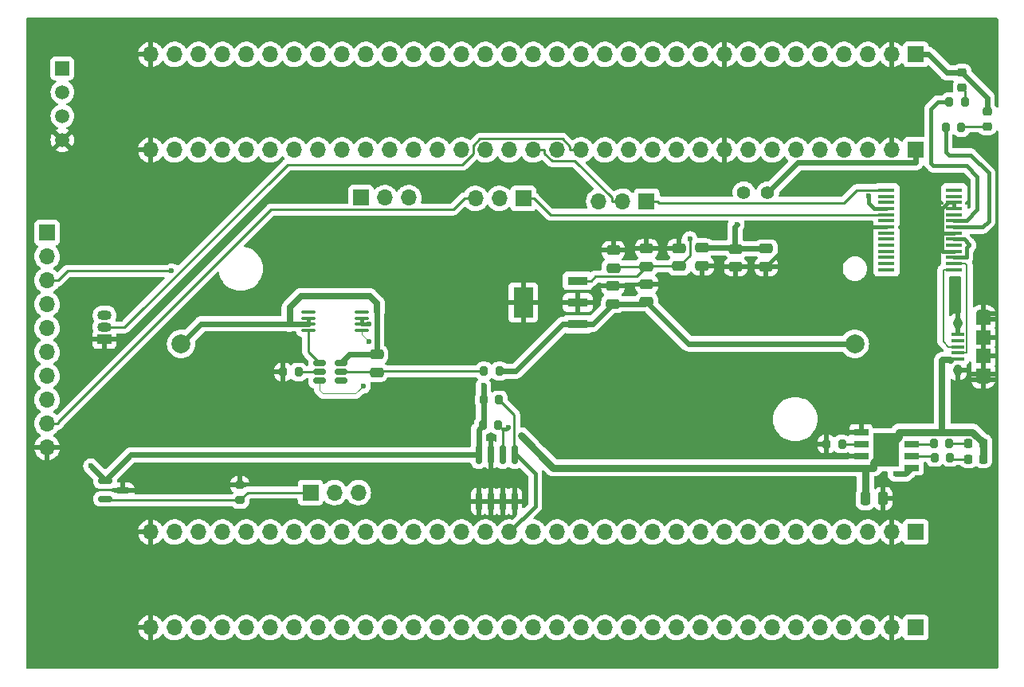
<source format=gbr>
%TF.GenerationSoftware,KiCad,Pcbnew,6.0.4-6f826c9f35~116~ubuntu21.10.1*%
%TF.CreationDate,2022-04-08T15:22:26+02:00*%
%TF.ProjectId,main,6d61696e-2e6b-4696-9361-645f70636258,rev?*%
%TF.SameCoordinates,Original*%
%TF.FileFunction,Copper,L1,Top*%
%TF.FilePolarity,Positive*%
%FSLAX46Y46*%
G04 Gerber Fmt 4.6, Leading zero omitted, Abs format (unit mm)*
G04 Created by KiCad (PCBNEW 6.0.4-6f826c9f35~116~ubuntu21.10.1) date 2022-04-08 15:22:26*
%MOMM*%
%LPD*%
G01*
G04 APERTURE LIST*
G04 Aperture macros list*
%AMRoundRect*
0 Rectangle with rounded corners*
0 $1 Rounding radius*
0 $2 $3 $4 $5 $6 $7 $8 $9 X,Y pos of 4 corners*
0 Add a 4 corners polygon primitive as box body*
4,1,4,$2,$3,$4,$5,$6,$7,$8,$9,$2,$3,0*
0 Add four circle primitives for the rounded corners*
1,1,$1+$1,$2,$3*
1,1,$1+$1,$4,$5*
1,1,$1+$1,$6,$7*
1,1,$1+$1,$8,$9*
0 Add four rect primitives between the rounded corners*
20,1,$1+$1,$2,$3,$4,$5,0*
20,1,$1+$1,$4,$5,$6,$7,0*
20,1,$1+$1,$6,$7,$8,$9,0*
20,1,$1+$1,$8,$9,$2,$3,0*%
G04 Aperture macros list end*
%TA.AperFunction,SMDPad,CuDef*%
%ADD10RoundRect,0.200000X0.200000X0.275000X-0.200000X0.275000X-0.200000X-0.275000X0.200000X-0.275000X0*%
%TD*%
%TA.AperFunction,SMDPad,CuDef*%
%ADD11RoundRect,0.250000X0.475000X-0.250000X0.475000X0.250000X-0.475000X0.250000X-0.475000X-0.250000X0*%
%TD*%
%TA.AperFunction,SMDPad,CuDef*%
%ADD12RoundRect,0.218750X0.256250X-0.218750X0.256250X0.218750X-0.256250X0.218750X-0.256250X-0.218750X0*%
%TD*%
%TA.AperFunction,SMDPad,CuDef*%
%ADD13R,1.350000X0.400000*%
%TD*%
%TA.AperFunction,SMDPad,CuDef*%
%ADD14R,1.550000X1.500000*%
%TD*%
%TA.AperFunction,ComponentPad*%
%ADD15O,1.550000X0.890000*%
%TD*%
%TA.AperFunction,SMDPad,CuDef*%
%ADD16R,1.550000X1.200000*%
%TD*%
%TA.AperFunction,ComponentPad*%
%ADD17O,0.950000X1.250000*%
%TD*%
%TA.AperFunction,SMDPad,CuDef*%
%ADD18RoundRect,0.100000X-0.637500X-0.100000X0.637500X-0.100000X0.637500X0.100000X-0.637500X0.100000X0*%
%TD*%
%TA.AperFunction,SMDPad,CuDef*%
%ADD19R,1.750000X0.450000*%
%TD*%
%TA.AperFunction,SMDPad,CuDef*%
%ADD20R,2.150000X0.950000*%
%TD*%
%TA.AperFunction,SMDPad,CuDef*%
%ADD21R,2.150000X3.250000*%
%TD*%
%TA.AperFunction,SMDPad,CuDef*%
%ADD22RoundRect,0.200000X-0.200000X-0.275000X0.200000X-0.275000X0.200000X0.275000X-0.200000X0.275000X0*%
%TD*%
%TA.AperFunction,SMDPad,CuDef*%
%ADD23RoundRect,0.250000X-0.250000X-0.475000X0.250000X-0.475000X0.250000X0.475000X-0.250000X0.475000X0*%
%TD*%
%TA.AperFunction,ComponentPad*%
%ADD24R,1.700000X1.700000*%
%TD*%
%TA.AperFunction,ComponentPad*%
%ADD25O,1.700000X1.700000*%
%TD*%
%TA.AperFunction,SMDPad,CuDef*%
%ADD26RoundRect,0.250000X-0.475000X0.250000X-0.475000X-0.250000X0.475000X-0.250000X0.475000X0.250000X0*%
%TD*%
%TA.AperFunction,SMDPad,CuDef*%
%ADD27RoundRect,0.218750X-0.218750X-0.256250X0.218750X-0.256250X0.218750X0.256250X-0.218750X0.256250X0*%
%TD*%
%TA.AperFunction,SMDPad,CuDef*%
%ADD28RoundRect,0.150000X-0.512500X-0.150000X0.512500X-0.150000X0.512500X0.150000X-0.512500X0.150000X0*%
%TD*%
%TA.AperFunction,SMDPad,CuDef*%
%ADD29RoundRect,0.150000X-0.587500X-0.150000X0.587500X-0.150000X0.587500X0.150000X-0.587500X0.150000X0*%
%TD*%
%TA.AperFunction,SMDPad,CuDef*%
%ADD30RoundRect,0.200000X0.275000X-0.200000X0.275000X0.200000X-0.275000X0.200000X-0.275000X-0.200000X0*%
%TD*%
%TA.AperFunction,SMDPad,CuDef*%
%ADD31RoundRect,0.150000X0.150000X-0.825000X0.150000X0.825000X-0.150000X0.825000X-0.150000X-0.825000X0*%
%TD*%
%TA.AperFunction,SMDPad,CuDef*%
%ADD32R,1.500000X0.650000*%
%TD*%
%TA.AperFunction,SMDPad,CuDef*%
%ADD33R,2.700000X3.600000*%
%TD*%
%TA.AperFunction,ComponentPad*%
%ADD34C,1.400000*%
%TD*%
%TA.AperFunction,ComponentPad*%
%ADD35R,1.500000X1.500000*%
%TD*%
%TA.AperFunction,ComponentPad*%
%ADD36C,1.500000*%
%TD*%
%TA.AperFunction,ComponentPad*%
%ADD37R,1.500000X1.050000*%
%TD*%
%TA.AperFunction,ComponentPad*%
%ADD38O,1.500000X1.050000*%
%TD*%
%TA.AperFunction,ComponentPad*%
%ADD39C,2.000000*%
%TD*%
%TA.AperFunction,ViaPad*%
%ADD40C,0.600000*%
%TD*%
%TA.AperFunction,Conductor*%
%ADD41C,0.400000*%
%TD*%
%TA.AperFunction,Conductor*%
%ADD42C,0.600000*%
%TD*%
%TA.AperFunction,Conductor*%
%ADD43C,0.700000*%
%TD*%
%TA.AperFunction,Conductor*%
%ADD44C,0.100000*%
%TD*%
%TA.AperFunction,Conductor*%
%ADD45C,0.250000*%
%TD*%
%TA.AperFunction,Conductor*%
%ADD46C,0.200000*%
%TD*%
%TA.AperFunction,Conductor*%
%ADD47C,0.800000*%
%TD*%
%TA.AperFunction,Conductor*%
%ADD48C,0.400600*%
%TD*%
G04 APERTURE END LIST*
D10*
%TO.P,R9,1*%
%TO.N,Net-(D3-Pad1)*%
X185565000Y-71090000D03*
%TO.P,R9,2*%
%TO.N,/ftdi/TXLED*%
X183915000Y-71090000D03*
%TD*%
D11*
%TO.P,C7,1*%
%TO.N,3V3_out*%
X148200000Y-88780000D03*
%TO.P,C7,2*%
%TO.N,GND*%
X148200000Y-86880000D03*
%TD*%
%TO.P,C6,1*%
%TO.N,Net-(C6-Pad1)*%
X123050000Y-99850000D03*
%TO.P,C6,2*%
%TO.N,Battery-*%
X123050000Y-97950000D03*
%TD*%
D10*
%TO.P,R10,1*%
%TO.N,Net-(D4-Pad1)*%
X185175000Y-73810000D03*
%TO.P,R10,2*%
%TO.N,/ftdi/RXLED*%
X183525000Y-73810000D03*
%TD*%
D12*
%TO.P,D3,1,K*%
%TO.N,Net-(D3-Pad1)*%
X185250000Y-69567500D03*
%TO.P,D3,2,A*%
%TO.N,3V3*%
X185250000Y-67992500D03*
%TD*%
D13*
%TO.P,J1,1,VBUS*%
%TO.N,MC_5V*%
X184800000Y-98440000D03*
%TO.P,J1,2,D-*%
%TO.N,Data -*%
X184800000Y-97790000D03*
%TO.P,J1,3,D+*%
%TO.N,Data +*%
X184800000Y-97140000D03*
%TO.P,J1,4,ID*%
%TO.N,unconnected-(J1-Pad4)*%
X184800000Y-96490000D03*
%TO.P,J1,5,GND*%
%TO.N,GND*%
X184800000Y-95840000D03*
D14*
%TO.P,J1,6,Shield*%
X187500000Y-98140000D03*
D15*
X187500000Y-100640000D03*
D16*
X187500000Y-94240000D03*
D17*
X184800000Y-99640000D03*
X184800000Y-94640000D03*
D16*
X187500000Y-100040000D03*
D15*
X187500000Y-93640000D03*
D14*
X187500000Y-96140000D03*
%TD*%
D18*
%TO.P,U3,1,D12*%
%TO.N,unconnected-(U3-Pad1)*%
X115787500Y-93445000D03*
%TO.P,U3,2,S1*%
%TO.N,Battery-*%
X115787500Y-94095000D03*
%TO.P,U3,3,S1*%
X115787500Y-94745000D03*
%TO.P,U3,4,G1*%
%TO.N,Net-(U2-Pad1)*%
X115787500Y-95395000D03*
%TO.P,U3,5,G2*%
%TO.N,Net-(U2-Pad3)*%
X121512500Y-95395000D03*
%TO.P,U3,6,S2*%
%TO.N,GND*%
X121512500Y-94745000D03*
%TO.P,U3,7,S2*%
X121512500Y-94095000D03*
%TO.P,U3,8,D12*%
%TO.N,unconnected-(U3-Pad8)*%
X121512500Y-93445000D03*
%TD*%
D11*
%TO.P,C2,1*%
%TO.N,Battery+*%
X151740000Y-92370000D03*
%TO.P,C2,2*%
%TO.N,GND*%
X151740000Y-90470000D03*
%TD*%
D19*
%TO.P,U8,1,TXD*%
%TO.N,/ftdi/TX0*%
X177220000Y-80485000D03*
%TO.P,U8,2,DTR*%
%TO.N,unconnected-(U8-Pad2)*%
X177220000Y-81135000D03*
%TO.P,U8,3,RTS*%
%TO.N,unconnected-(U8-Pad3)*%
X177220000Y-81785000D03*
%TO.P,U8,4,VCCIO*%
%TO.N,3V3*%
X177220000Y-82435000D03*
%TO.P,U8,5,RXD*%
%TO.N,/ftdi/RX1*%
X177220000Y-83085000D03*
%TO.P,U8,6,RI*%
%TO.N,unconnected-(U8-Pad6)*%
X177220000Y-83735000D03*
%TO.P,U8,7,GND*%
%TO.N,GND*%
X177220000Y-84385000D03*
%TO.P,U8,8*%
%TO.N,N/C*%
X177220000Y-85035000D03*
%TO.P,U8,9,DCR*%
%TO.N,unconnected-(U8-Pad9)*%
X177220000Y-85685000D03*
%TO.P,U8,10,DCD*%
%TO.N,unconnected-(U8-Pad10)*%
X177220000Y-86335000D03*
%TO.P,U8,11,CTS*%
%TO.N,unconnected-(U8-Pad11)*%
X177220000Y-86985000D03*
%TO.P,U8,12,CBUS4*%
%TO.N,unconnected-(U8-Pad12)*%
X177220000Y-87635000D03*
%TO.P,U8,13,CBUS2*%
%TO.N,unconnected-(U8-Pad13)*%
X177220000Y-88285000D03*
%TO.P,U8,14,CBUS3*%
%TO.N,unconnected-(U8-Pad14)*%
X177220000Y-88935000D03*
%TO.P,U8,15,USBD+*%
%TO.N,Data +*%
X184420000Y-88935000D03*
%TO.P,U8,16,USBD-*%
%TO.N,Data -*%
X184420000Y-88285000D03*
%TO.P,U8,17,3V3OUT*%
%TO.N,3V3*%
X184420000Y-87635000D03*
%TO.P,U8,18,GND*%
%TO.N,GND*%
X184420000Y-86985000D03*
%TO.P,U8,19,~{RESET}*%
%TO.N,unconnected-(U8-Pad19)*%
X184420000Y-86335000D03*
%TO.P,U8,20,VCC*%
%TO.N,3V3*%
X184420000Y-85685000D03*
%TO.P,U8,21,GND*%
%TO.N,GND*%
X184420000Y-85035000D03*
%TO.P,U8,22,CBUS1*%
%TO.N,/ftdi/RXLED*%
X184420000Y-84385000D03*
%TO.P,U8,23,CBUS0*%
%TO.N,/ftdi/TXLED*%
X184420000Y-83735000D03*
%TO.P,U8,24*%
%TO.N,N/C*%
X184420000Y-83085000D03*
%TO.P,U8,25,AGND*%
%TO.N,GND*%
X184420000Y-82435000D03*
%TO.P,U8,26,TEST*%
X184420000Y-81785000D03*
%TO.P,U8,27,OSCI*%
%TO.N,unconnected-(U8-Pad27)*%
X184420000Y-81135000D03*
%TO.P,U8,28,OSCO*%
%TO.N,unconnected-(U8-Pad28)*%
X184420000Y-80485000D03*
%TD*%
D20*
%TO.P,VR1,1,IN*%
%TO.N,Battery+*%
X144420000Y-94730000D03*
%TO.P,VR1,2,GND_2*%
%TO.N,GND*%
X144420000Y-92430000D03*
%TO.P,VR1,3,OUT*%
%TO.N,3V3_out*%
X144420000Y-90130000D03*
D21*
%TO.P,VR1,4,GND_4*%
%TO.N,GND*%
X138620000Y-92430000D03*
%TD*%
D22*
%TO.P,R3,1*%
%TO.N,GND*%
X170837500Y-107480000D03*
%TO.P,R3,2*%
%TO.N,Net-(R3-Pad2)*%
X172487500Y-107480000D03*
%TD*%
D23*
%TO.P,C1,1*%
%TO.N,MC_5V*%
X174970000Y-113270000D03*
%TO.P,C1,2*%
%TO.N,GND*%
X176870000Y-113270000D03*
%TD*%
D24*
%TO.P,J3,1,Pin_1*%
%TO.N,3V3*%
X180340000Y-76200000D03*
D25*
%TO.P,J3,2,Pin_2*%
%TO.N,GND*%
X177800000Y-76200000D03*
%TO.P,J3,3,Pin_3*%
%TO.N,/VBAT*%
X175260000Y-76200000D03*
%TO.P,J3,4,Pin_4*%
%TO.N,/PC13*%
X172720000Y-76200000D03*
%TO.P,J3,5,Pin_5*%
%TO.N,/PC14*%
X170180000Y-76200000D03*
%TO.P,J3,6,Pin_6*%
%TO.N,/PC15*%
X167640000Y-76200000D03*
%TO.P,J3,7,Pin_7*%
%TO.N,/PF0*%
X165100000Y-76200000D03*
%TO.P,J3,8,Pin_8*%
%TO.N,/PF1*%
X162560000Y-76200000D03*
%TO.P,J3,9,Pin_9*%
%TO.N,GND*%
X160020000Y-76200000D03*
%TO.P,J3,10,Pin_10*%
%TO.N,/NRST*%
X157480000Y-76200000D03*
%TO.P,J3,11,Pin_11*%
%TO.N,/PC0*%
X154940000Y-76200000D03*
%TO.P,J3,12,Pin_12*%
%TO.N,/PC1*%
X152400000Y-76200000D03*
%TO.P,J3,13,Pin_13*%
%TO.N,/PC2*%
X149860000Y-76200000D03*
%TO.P,J3,14,Pin_14*%
%TO.N,/PC3*%
X147320000Y-76200000D03*
%TO.P,J3,15,Pin_15*%
%TO.N,/PA0*%
X144780000Y-76200000D03*
%TO.P,J3,16,Pin_16*%
%TO.N,/PA1*%
X142240000Y-76200000D03*
%TO.P,J3,17,Pin_17*%
%TO.N,/PA2*%
X139700000Y-76200000D03*
%TO.P,J3,18,Pin_18*%
%TO.N,/PA3*%
X137160000Y-76200000D03*
%TO.P,J3,19,Pin_19*%
%TO.N,/PF4*%
X134620000Y-76200000D03*
%TO.P,J3,20,Pin_20*%
%TO.N,/PF5*%
X132080000Y-76200000D03*
%TO.P,J3,21,Pin_21*%
%TO.N,/PA4*%
X129540000Y-76200000D03*
%TO.P,J3,22,Pin_22*%
%TO.N,/PA5*%
X127000000Y-76200000D03*
%TO.P,J3,23,Pin_23*%
%TO.N,/PA6*%
X124460000Y-76200000D03*
%TO.P,J3,24,Pin_24*%
%TO.N,/PA7*%
X121920000Y-76200000D03*
%TO.P,J3,25,Pin_25*%
%TO.N,/PC4*%
X119380000Y-76200000D03*
%TO.P,J3,26,Pin_26*%
%TO.N,/PC5*%
X116840000Y-76200000D03*
%TO.P,J3,27,Pin_27*%
%TO.N,/PB0*%
X114300000Y-76200000D03*
%TO.P,J3,28,Pin_28*%
%TO.N,/PB1*%
X111760000Y-76200000D03*
%TO.P,J3,29,Pin_29*%
%TO.N,/PB2*%
X109220000Y-76200000D03*
%TO.P,J3,30,Pin_30*%
%TO.N,/PB10*%
X106680000Y-76200000D03*
%TO.P,J3,31,Pin_31*%
%TO.N,/PB11*%
X104140000Y-76200000D03*
%TO.P,J3,32,Pin_32*%
%TO.N,/PB12*%
X101600000Y-76200000D03*
%TO.P,J3,33,Pin_33*%
%TO.N,GND*%
X99060000Y-76200000D03*
%TD*%
D22*
%TO.P,R1,1*%
%TO.N,Net-(R1-Pad1)*%
X182347500Y-108910000D03*
%TO.P,R1,2*%
%TO.N,Net-(D2-Pad1)*%
X183997500Y-108910000D03*
%TD*%
D11*
%TO.P,C3,1*%
%TO.N,Battery+*%
X148150000Y-92560000D03*
%TO.P,C3,2*%
%TO.N,GND*%
X148150000Y-90660000D03*
%TD*%
D26*
%TO.P,C8,1*%
%TO.N,3V3*%
X164430000Y-86710000D03*
%TO.P,C8,2*%
%TO.N,GND*%
X164430000Y-88610000D03*
%TD*%
D24*
%TO.P,J2,1,Pin_1*%
%TO.N,3V3*%
X180340000Y-66040000D03*
D25*
%TO.P,J2,2,Pin_2*%
%TO.N,GND*%
X177800000Y-66040000D03*
%TO.P,J2,3,Pin_3*%
%TO.N,/VBAT*%
X175260000Y-66040000D03*
%TO.P,J2,4,Pin_4*%
%TO.N,/PC13*%
X172720000Y-66040000D03*
%TO.P,J2,5,Pin_5*%
%TO.N,/PC14*%
X170180000Y-66040000D03*
%TO.P,J2,6,Pin_6*%
%TO.N,/PC15*%
X167640000Y-66040000D03*
%TO.P,J2,7,Pin_7*%
%TO.N,/PF0*%
X165100000Y-66040000D03*
%TO.P,J2,8,Pin_8*%
%TO.N,/PF1*%
X162560000Y-66040000D03*
%TO.P,J2,9,Pin_9*%
%TO.N,GND*%
X160020000Y-66040000D03*
%TO.P,J2,10,Pin_10*%
%TO.N,/NRST*%
X157480000Y-66040000D03*
%TO.P,J2,11,Pin_11*%
%TO.N,/PC0*%
X154940000Y-66040000D03*
%TO.P,J2,12,Pin_12*%
%TO.N,/PC1*%
X152400000Y-66040000D03*
%TO.P,J2,13,Pin_13*%
%TO.N,/PC2*%
X149860000Y-66040000D03*
%TO.P,J2,14,Pin_14*%
%TO.N,/PC3*%
X147320000Y-66040000D03*
%TO.P,J2,15,Pin_15*%
%TO.N,/PA0*%
X144780000Y-66040000D03*
%TO.P,J2,16,Pin_16*%
%TO.N,/PA1*%
X142240000Y-66040000D03*
%TO.P,J2,17,Pin_17*%
%TO.N,/PA2*%
X139700000Y-66040000D03*
%TO.P,J2,18,Pin_18*%
%TO.N,/PA3*%
X137160000Y-66040000D03*
%TO.P,J2,19,Pin_19*%
%TO.N,/PF4*%
X134620000Y-66040000D03*
%TO.P,J2,20,Pin_20*%
%TO.N,/PF5*%
X132080000Y-66040000D03*
%TO.P,J2,21,Pin_21*%
%TO.N,/PA4*%
X129540000Y-66040000D03*
%TO.P,J2,22,Pin_22*%
%TO.N,/PA5*%
X127000000Y-66040000D03*
%TO.P,J2,23,Pin_23*%
%TO.N,/PA6*%
X124460000Y-66040000D03*
%TO.P,J2,24,Pin_24*%
%TO.N,/PA7*%
X121920000Y-66040000D03*
%TO.P,J2,25,Pin_25*%
%TO.N,/PC4*%
X119380000Y-66040000D03*
%TO.P,J2,26,Pin_26*%
%TO.N,/PC5*%
X116840000Y-66040000D03*
%TO.P,J2,27,Pin_27*%
%TO.N,/PB0*%
X114300000Y-66040000D03*
%TO.P,J2,28,Pin_28*%
%TO.N,/PB1*%
X111760000Y-66040000D03*
%TO.P,J2,29,Pin_29*%
%TO.N,/PB2*%
X109220000Y-66040000D03*
%TO.P,J2,30,Pin_30*%
%TO.N,/PB10*%
X106680000Y-66040000D03*
%TO.P,J2,31,Pin_31*%
%TO.N,/PB11*%
X104140000Y-66040000D03*
%TO.P,J2,32,Pin_32*%
%TO.N,/PB12*%
X101600000Y-66040000D03*
%TO.P,J2,33,Pin_33*%
%TO.N,GND*%
X99060000Y-66040000D03*
%TD*%
D22*
%TO.P,R2,1*%
%TO.N,Net-(R2-Pad1)*%
X182257500Y-107440000D03*
%TO.P,R2,2*%
%TO.N,Net-(D1-Pad1)*%
X183907500Y-107440000D03*
%TD*%
D27*
%TO.P,D2,1,K*%
%TO.N,Net-(D2-Pad1)*%
X185932500Y-109070000D03*
%TO.P,D2,2,A*%
%TO.N,MC_5V*%
X187507500Y-109070000D03*
%TD*%
D22*
%TO.P,R4,1*%
%TO.N,GND*%
X113105000Y-99810000D03*
%TO.P,R4,2*%
%TO.N,Net-(R4-Pad2)*%
X114755000Y-99810000D03*
%TD*%
D26*
%TO.P,C9,1*%
%TO.N,3V3*%
X161200000Y-86730000D03*
%TO.P,C9,2*%
%TO.N,GND*%
X161200000Y-88630000D03*
%TD*%
D10*
%TO.P,R8,1*%
%TO.N,/PF7*%
X136070000Y-102780000D03*
%TO.P,R8,2*%
%TO.N,3V3*%
X134420000Y-102780000D03*
%TD*%
%TO.P,R5,1*%
%TO.N,Battery+*%
X136115000Y-99720000D03*
%TO.P,R5,2*%
%TO.N,Net-(C6-Pad1)*%
X134465000Y-99720000D03*
%TD*%
D28*
%TO.P,U2,1,OD*%
%TO.N,Net-(U2-Pad1)*%
X116962500Y-98850000D03*
%TO.P,U2,2,CS*%
%TO.N,Net-(R4-Pad2)*%
X116962500Y-99800000D03*
%TO.P,U2,3,OC*%
%TO.N,Net-(U2-Pad3)*%
X116962500Y-100750000D03*
%TO.P,U2,4,TD*%
%TO.N,unconnected-(U2-Pad4)*%
X119237500Y-100750000D03*
%TO.P,U2,5,VCC*%
%TO.N,Net-(C6-Pad1)*%
X119237500Y-99800000D03*
%TO.P,U2,6,GND*%
%TO.N,Battery-*%
X119237500Y-98850000D03*
%TD*%
D10*
%TO.P,R7,1*%
%TO.N,/PF6*%
X135995000Y-105480000D03*
%TO.P,R7,2*%
%TO.N,3V3*%
X134345000Y-105480000D03*
%TD*%
D27*
%TO.P,D1,1,K*%
%TO.N,Net-(D1-Pad1)*%
X185915000Y-107410000D03*
%TO.P,D1,2,A*%
%TO.N,MC_5V*%
X187490000Y-107410000D03*
%TD*%
D24*
%TO.P,J6,1,Pin_1*%
%TO.N,+5V*%
X180340000Y-127000000D03*
D25*
%TO.P,J6,2,Pin_2*%
%TO.N,GND*%
X177800000Y-127000000D03*
%TO.P,J6,3,Pin_3*%
%TO.N,/PB9*%
X175260000Y-127000000D03*
%TO.P,J6,4,Pin_4*%
%TO.N,/PB8*%
X172720000Y-127000000D03*
%TO.P,J6,5,Pin_5*%
%TO.N,VDD*%
X170180000Y-127000000D03*
%TO.P,J6,6,Pin_6*%
%TO.N,/BOOT*%
X167640000Y-127000000D03*
%TO.P,J6,7,Pin_7*%
%TO.N,/PB7*%
X165100000Y-127000000D03*
%TO.P,J6,8,Pin_8*%
%TO.N,/PB6*%
X162560000Y-127000000D03*
%TO.P,J6,9,Pin_9*%
%TO.N,/PB5*%
X160020000Y-127000000D03*
%TO.P,J6,10,Pin_10*%
%TO.N,/PB4*%
X157480000Y-127000000D03*
%TO.P,J6,11,Pin_11*%
%TO.N,/PB3*%
X154940000Y-127000000D03*
%TO.P,J6,12,Pin_12*%
%TO.N,/PD2*%
X152400000Y-127000000D03*
%TO.P,J6,13,Pin_13*%
%TO.N,/PC12*%
X149860000Y-127000000D03*
%TO.P,J6,14,Pin_14*%
%TO.N,/PC11*%
X147320000Y-127000000D03*
%TO.P,J6,15,Pin_15*%
%TO.N,/PC10*%
X144780000Y-127000000D03*
%TO.P,J6,16,Pin_16*%
%TO.N,/PA15*%
X142240000Y-127000000D03*
%TO.P,J6,17,Pin_17*%
%TO.N,/PA14*%
X139700000Y-127000000D03*
%TO.P,J6,18,Pin_18*%
%TO.N,/PF7*%
X137160000Y-127000000D03*
%TO.P,J6,19,Pin_19*%
%TO.N,/PF6*%
X134620000Y-127000000D03*
%TO.P,J6,20,Pin_20*%
%TO.N,/PA13*%
X132080000Y-127000000D03*
%TO.P,J6,21,Pin_21*%
%TO.N,/PA12*%
X129540000Y-127000000D03*
%TO.P,J6,22,Pin_22*%
%TO.N,/PA11*%
X127000000Y-127000000D03*
%TO.P,J6,23,Pin_23*%
%TO.N,/PA10*%
X124460000Y-127000000D03*
%TO.P,J6,24,Pin_24*%
%TO.N,/PA9*%
X121920000Y-127000000D03*
%TO.P,J6,25,Pin_25*%
%TO.N,/PA8*%
X119380000Y-127000000D03*
%TO.P,J6,26,Pin_26*%
%TO.N,/PC9*%
X116840000Y-127000000D03*
%TO.P,J6,27,Pin_27*%
%TO.N,/PC8*%
X114300000Y-127000000D03*
%TO.P,J6,28,Pin_28*%
%TO.N,/PC7*%
X111760000Y-127000000D03*
%TO.P,J6,29,Pin_29*%
%TO.N,/PC6*%
X109220000Y-127000000D03*
%TO.P,J6,30,Pin_30*%
%TO.N,/PB15*%
X106680000Y-127000000D03*
%TO.P,J6,31,Pin_31*%
%TO.N,/PB14*%
X104140000Y-127000000D03*
%TO.P,J6,32,Pin_32*%
%TO.N,/PB13*%
X101600000Y-127000000D03*
%TO.P,J6,33,Pin_33*%
%TO.N,GND*%
X99060000Y-127000000D03*
%TD*%
D29*
%TO.P,U4,1,Vdd*%
%TO.N,3V3*%
X94222500Y-111420000D03*
%TO.P,U4,2,Vout*%
%TO.N,/Analog_temperature sensor/AnalogVout*%
X94222500Y-113320000D03*
%TO.P,U4,3,GND*%
%TO.N,GND*%
X96097500Y-112370000D03*
%TD*%
D30*
%TO.P,R6,1*%
%TO.N,/Analog_temperature sensor/AnalogVout*%
X108520000Y-113465000D03*
%TO.P,R6,2*%
%TO.N,GND*%
X108520000Y-111815000D03*
%TD*%
D24*
%TO.P,J5,1,Pin_1*%
%TO.N,+5V*%
X180340000Y-116840000D03*
D25*
%TO.P,J5,2,Pin_2*%
%TO.N,GND*%
X177800000Y-116840000D03*
%TO.P,J5,3,Pin_3*%
%TO.N,/PB9*%
X175260000Y-116840000D03*
%TO.P,J5,4,Pin_4*%
%TO.N,/PB8*%
X172720000Y-116840000D03*
%TO.P,J5,5,Pin_5*%
%TO.N,VDD*%
X170180000Y-116840000D03*
%TO.P,J5,6,Pin_6*%
%TO.N,/BOOT*%
X167640000Y-116840000D03*
%TO.P,J5,7,Pin_7*%
%TO.N,/PB7*%
X165100000Y-116840000D03*
%TO.P,J5,8,Pin_8*%
%TO.N,/PB6*%
X162560000Y-116840000D03*
%TO.P,J5,9,Pin_9*%
%TO.N,/PB5*%
X160020000Y-116840000D03*
%TO.P,J5,10,Pin_10*%
%TO.N,/PB4*%
X157480000Y-116840000D03*
%TO.P,J5,11,Pin_11*%
%TO.N,/PB3*%
X154940000Y-116840000D03*
%TO.P,J5,12,Pin_12*%
%TO.N,/PD2*%
X152400000Y-116840000D03*
%TO.P,J5,13,Pin_13*%
%TO.N,/PC12*%
X149860000Y-116840000D03*
%TO.P,J5,14,Pin_14*%
%TO.N,/PC11*%
X147320000Y-116840000D03*
%TO.P,J5,15,Pin_15*%
%TO.N,/PC10*%
X144780000Y-116840000D03*
%TO.P,J5,16,Pin_16*%
%TO.N,/PA15*%
X142240000Y-116840000D03*
%TO.P,J5,17,Pin_17*%
%TO.N,/PA14*%
X139700000Y-116840000D03*
%TO.P,J5,18,Pin_18*%
%TO.N,/PF7*%
X137160000Y-116840000D03*
%TO.P,J5,19,Pin_19*%
%TO.N,/PF6*%
X134620000Y-116840000D03*
%TO.P,J5,20,Pin_20*%
%TO.N,/PA13*%
X132080000Y-116840000D03*
%TO.P,J5,21,Pin_21*%
%TO.N,/PA12*%
X129540000Y-116840000D03*
%TO.P,J5,22,Pin_22*%
%TO.N,/PA11*%
X127000000Y-116840000D03*
%TO.P,J5,23,Pin_23*%
%TO.N,/PA10*%
X124460000Y-116840000D03*
%TO.P,J5,24,Pin_24*%
%TO.N,/PA9*%
X121920000Y-116840000D03*
%TO.P,J5,25,Pin_25*%
%TO.N,/Analog_Data*%
X119380000Y-116840000D03*
%TO.P,J5,26,Pin_26*%
%TO.N,/PC9*%
X116840000Y-116840000D03*
%TO.P,J5,27,Pin_27*%
%TO.N,/PC8*%
X114300000Y-116840000D03*
%TO.P,J5,28,Pin_28*%
%TO.N,/PC7*%
X111760000Y-116840000D03*
%TO.P,J5,29,Pin_29*%
%TO.N,/PC6*%
X109220000Y-116840000D03*
%TO.P,J5,30,Pin_30*%
%TO.N,/PB15*%
X106680000Y-116840000D03*
%TO.P,J5,31,Pin_31*%
%TO.N,/PB14*%
X104140000Y-116840000D03*
%TO.P,J5,32,Pin_32*%
%TO.N,/PB13*%
X101600000Y-116840000D03*
%TO.P,J5,33,Pin_33*%
%TO.N,GND*%
X99060000Y-116840000D03*
%TD*%
D12*
%TO.P,D4,1,K*%
%TO.N,Net-(D4-Pad1)*%
X187910000Y-73717500D03*
%TO.P,D4,2,A*%
%TO.N,3V3*%
X187910000Y-72142500D03*
%TD*%
D31*
%TO.P,U5,1,A0*%
%TO.N,GND*%
X133885000Y-113565000D03*
%TO.P,U5,2,A1*%
X135155000Y-113565000D03*
%TO.P,U5,3,A2*%
X136425000Y-113565000D03*
%TO.P,U5,4,GND*%
X137695000Y-113565000D03*
%TO.P,U5,5,SDA*%
%TO.N,/PF7*%
X137695000Y-108615000D03*
%TO.P,U5,6,SCL*%
%TO.N,/PF6*%
X136425000Y-108615000D03*
%TO.P,U5,7,WP*%
%TO.N,GND*%
X135155000Y-108615000D03*
%TO.P,U5,8,VCC*%
%TO.N,3V3*%
X133885000Y-108615000D03*
%TD*%
D26*
%TO.P,C10,1*%
%TO.N,3V3*%
X157650000Y-86620000D03*
%TO.P,C10,2*%
%TO.N,GND*%
X157650000Y-88520000D03*
%TD*%
D11*
%TO.P,C4,1*%
%TO.N,3V3_out*%
X155170000Y-88570000D03*
%TO.P,C4,2*%
%TO.N,GND*%
X155170000Y-86670000D03*
%TD*%
%TO.P,C5,1*%
%TO.N,3V3_out*%
X151740000Y-88600000D03*
%TO.P,C5,2*%
%TO.N,GND*%
X151740000Y-86700000D03*
%TD*%
D32*
%TO.P,U1,1,TEMP*%
%TO.N,GND*%
X174522500Y-106195000D03*
%TO.P,U1,2,PROG*%
%TO.N,Net-(R3-Pad2)*%
X174522500Y-107465000D03*
%TO.P,U1,3,GND*%
%TO.N,GND*%
X174522500Y-108735000D03*
%TO.P,U1,4,VCC*%
%TO.N,MC_5V*%
X174522500Y-110005000D03*
%TO.P,U1,5,BAT*%
%TO.N,Battery+*%
X179922500Y-110005000D03*
%TO.P,U1,6,~{STDBY}*%
%TO.N,Net-(R1-Pad1)*%
X179922500Y-108735000D03*
%TO.P,U1,7,~{CHRG}*%
%TO.N,Net-(R2-Pad1)*%
X179922500Y-107465000D03*
%TO.P,U1,8,CE*%
%TO.N,MC_5V*%
X179922500Y-106195000D03*
D33*
%TO.P,U1,9,PP*%
X177222500Y-108100000D03*
%TD*%
D24*
%TO.P,J4,1,Pin_1*%
%TO.N,MC_5V*%
X88030000Y-84995000D03*
D25*
%TO.P,J4,2,Pin_2*%
%TO.N,/Analog Data*%
X88030000Y-87535000D03*
%TO.P,J4,3,Pin_3*%
%TO.N,/Digital Data*%
X88030000Y-90075000D03*
%TO.P,J4,4,Pin_4*%
%TO.N,/Digital Data 2*%
X88030000Y-92615000D03*
%TO.P,J4,5,Pin_5*%
%TO.N,unconnected-(J4-Pad5)*%
X88030000Y-95155000D03*
%TO.P,J4,6,Pin_6*%
%TO.N,unconnected-(J4-Pad6)*%
X88030000Y-97695000D03*
%TO.P,J4,7,Pin_7*%
%TO.N,/Plug Detect*%
X88030000Y-100235000D03*
%TO.P,J4,8,Pin_8*%
%TO.N,/USART_TX *%
X88030000Y-102775000D03*
%TO.P,J4,9,Pin_9*%
%TO.N,/USART_RX*%
X88030000Y-105315000D03*
%TO.P,J4,10,Pin_10*%
%TO.N,GND*%
X88030000Y-107855000D03*
%TD*%
D34*
%TO.P,JP5,1,A*%
%TO.N,3V3_out*%
X162070000Y-80740000D03*
%TO.P,JP5,2,B*%
%TO.N,3V3*%
X164610000Y-80740000D03*
%TD*%
D24*
%TO.P,JP1,1,A*%
%TO.N,/Humidity_sensor/DHT_out*%
X121385000Y-81280000D03*
D25*
%TO.P,JP1,2,C*%
%TO.N,/PA4*%
X123925000Y-81280000D03*
%TO.P,JP1,3,B*%
%TO.N,/Digital Data*%
X126465000Y-81280000D03*
%TD*%
D35*
%TO.P,U6,1,VCC*%
%TO.N,3V3*%
X89657500Y-67527500D03*
D36*
%TO.P,U6,2,IO*%
%TO.N,/Humidity_sensor/DHT_out*%
X89657500Y-70067500D03*
%TO.P,U6,3,NC*%
%TO.N,unconnected-(U6-Pad3)*%
X89657500Y-72607500D03*
%TO.P,U6,4,GND*%
%TO.N,GND*%
X89657500Y-75147500D03*
%TD*%
D37*
%TO.P,U7,1,GND*%
%TO.N,GND*%
X94140000Y-96330000D03*
D38*
%TO.P,U7,2,DQ*%
%TO.N,/PA0*%
X94140000Y-95060000D03*
%TO.P,U7,3,VDD*%
%TO.N,3V3*%
X94140000Y-93790000D03*
%TD*%
D24*
%TO.P,JP3,1,A*%
%TO.N,/ftdi/RX1*%
X138625000Y-81360000D03*
D25*
%TO.P,JP3,2,C*%
%TO.N,/PA3*%
X136085000Y-81360000D03*
%TO.P,JP3,3,B*%
%TO.N,/USART_RX*%
X133545000Y-81360000D03*
%TD*%
D39*
%TO.P,BT1,2,-*%
%TO.N,Battery-*%
X102270000Y-96830000D03*
%TO.P,BT1,1,+*%
%TO.N,Battery+*%
X173870000Y-96830000D03*
%TD*%
D24*
%TO.P,JP2,1,A*%
%TO.N,/Analog_temperature sensor/AnalogVout*%
X116020000Y-112640000D03*
D25*
%TO.P,JP2,2,C*%
%TO.N,/Analog_Data*%
X118560000Y-112640000D03*
%TO.P,JP2,3,B*%
%TO.N,/Analog Data*%
X121100000Y-112640000D03*
%TD*%
D24*
%TO.P,JP4,1,A*%
%TO.N,/ftdi/TX0*%
X151740000Y-81660000D03*
D25*
%TO.P,JP4,2,C*%
%TO.N,/PA2*%
X149200000Y-81660000D03*
%TO.P,JP4,3,B*%
%TO.N,/USART_TX*%
X146660000Y-81660000D03*
%TD*%
D40*
%TO.N,GND*%
X125620000Y-95170000D03*
X122250500Y-94703983D03*
%TO.N,3V3*%
X185970000Y-86340000D03*
X175350000Y-81109500D03*
%TO.N,/PF6*%
X137034300Y-105707700D03*
%TO.N,Net-(U2-Pad3)*%
X122250500Y-96570000D03*
X121620000Y-101320000D03*
%TO.N,/Digital Data*%
X101277500Y-89073000D03*
%TO.N,3V3_out*%
X156321600Y-85654700D03*
%TO.N,3V3*%
X92682300Y-109814700D03*
X134396700Y-101250000D03*
X161335000Y-84120000D03*
%TO.N,MC_5V*%
X138384100Y-106607200D03*
%TO.N,Battery+*%
X178162200Y-110672500D03*
%TD*%
D41*
%TO.N,GND*%
X183145489Y-86959511D02*
X183145489Y-85435489D01*
X184420000Y-81785000D02*
X183770000Y-81785000D01*
X183145489Y-85435489D02*
X183145489Y-85060489D01*
X183770000Y-81785000D02*
X183145489Y-82409511D01*
X183145489Y-82409511D02*
X183145489Y-85435489D01*
X177220000Y-84385000D02*
X168655000Y-84385000D01*
X168655000Y-84385000D02*
X164430000Y-88610000D01*
X121512500Y-94745000D02*
X122209483Y-94745000D01*
X122209483Y-94745000D02*
X122250500Y-94703983D01*
D42*
%TO.N,Battery-*%
X104405800Y-94694200D02*
X113815800Y-94694200D01*
X113815800Y-94694200D02*
X115736700Y-94694200D01*
D43*
X123050000Y-92480000D02*
X122310000Y-91740000D01*
X123050000Y-93392800D02*
X123050000Y-92480000D01*
X122310000Y-91740000D02*
X115020000Y-91740000D01*
X115020000Y-91740000D02*
X113815800Y-92944200D01*
X113815800Y-92944200D02*
X113815800Y-94694200D01*
D41*
%TO.N,GND*%
X121512500Y-94095000D02*
X121512500Y-94745000D01*
%TO.N,/ftdi/RXLED*%
X183525000Y-73810000D02*
X183525000Y-76405000D01*
X184445489Y-84410489D02*
X184420000Y-84385000D01*
X183525000Y-76405000D02*
X183860000Y-76740000D01*
X186160000Y-76740000D02*
X188080000Y-78660000D01*
X188080000Y-78660000D02*
X188080000Y-83770000D01*
X183860000Y-76740000D02*
X186160000Y-76740000D01*
X188080000Y-83770000D02*
X187439511Y-84410489D01*
X187439511Y-84410489D02*
X184445489Y-84410489D01*
%TO.N,/ftdi/TXLED*%
X182200000Y-77890000D02*
X181950000Y-77640000D01*
X186870000Y-82560000D02*
X186870000Y-79040000D01*
X185695000Y-83735000D02*
X186870000Y-82560000D01*
X186870000Y-79040000D02*
X185720000Y-77890000D01*
X181950000Y-77640000D02*
X181950000Y-71820000D01*
X184420000Y-83735000D02*
X185695000Y-83735000D01*
X182680000Y-71090000D02*
X183915000Y-71090000D01*
X185720000Y-77890000D02*
X182200000Y-77890000D01*
X181950000Y-71820000D02*
X182680000Y-71090000D01*
%TO.N,GND*%
X184420000Y-85035000D02*
X183170978Y-85035000D01*
X183170978Y-85035000D02*
X183145489Y-85060489D01*
X184420000Y-86985000D02*
X183170978Y-86985000D01*
X183170978Y-86985000D02*
X183145489Y-86959511D01*
%TO.N,3V3*%
X185970000Y-86340000D02*
X185735481Y-86574519D01*
X185669022Y-87635000D02*
X184420000Y-87635000D01*
X185735481Y-86574519D02*
X185735481Y-87568541D01*
X185735481Y-87568541D02*
X185669022Y-87635000D01*
X185970000Y-86210000D02*
X185445000Y-85685000D01*
X185970000Y-86340000D02*
X185970000Y-86210000D01*
X185445000Y-85685000D02*
X184420000Y-85685000D01*
X177220000Y-82435000D02*
X175945000Y-82435000D01*
X175945000Y-82435000D02*
X175350000Y-81840000D01*
X175350000Y-81840000D02*
X175350000Y-81109500D01*
D43*
%TO.N,MC_5V*%
X183143100Y-98576900D02*
X183180000Y-98540000D01*
X183143100Y-106195000D02*
X183143100Y-98576900D01*
X183180000Y-98540000D02*
X183950000Y-98540000D01*
X183950000Y-98540000D02*
X184010000Y-98600000D01*
D41*
%TO.N,/PF6*%
X136425000Y-105910000D02*
X136832000Y-105910000D01*
X136832000Y-105910000D02*
X137034300Y-105707700D01*
%TO.N,/PF7*%
X139920000Y-114080000D02*
X139920000Y-110660000D01*
X139920000Y-110660000D02*
X137875000Y-108615000D01*
X137160000Y-116840000D02*
X139920000Y-114080000D01*
X137875000Y-108615000D02*
X137695000Y-108615000D01*
D44*
%TO.N,Net-(U2-Pad3)*%
X121620000Y-101320000D02*
X120830000Y-102110000D01*
X121512500Y-95832000D02*
X122250500Y-96570000D01*
X121512500Y-95395000D02*
X121512500Y-95832000D01*
X116962500Y-101712500D02*
X116962500Y-100750000D01*
X120830000Y-102110000D02*
X117360000Y-102110000D01*
X117360000Y-102110000D02*
X116962500Y-101712500D01*
D45*
%TO.N,/ftdi/RX1*%
X141525300Y-83085000D02*
X177220000Y-83085000D01*
X139800300Y-81360000D02*
X141525300Y-83085000D01*
X138625000Y-81360000D02*
X139800300Y-81360000D01*
%TO.N,/ftdi/TX0*%
X174042400Y-80485000D02*
X177220000Y-80485000D01*
X172700300Y-81827100D02*
X174042400Y-80485000D01*
X153082400Y-81827100D02*
X172700300Y-81827100D01*
X152915300Y-81660000D02*
X153082400Y-81827100D01*
X151740000Y-81660000D02*
X152915300Y-81660000D01*
%TO.N,Net-(C6-Pad1)*%
X123000000Y-99800000D02*
X123050000Y-99850000D01*
X119237500Y-99800000D02*
X123000000Y-99800000D01*
X123180000Y-99720000D02*
X123050000Y-99850000D01*
X134465000Y-99720000D02*
X123180000Y-99720000D01*
%TO.N,/USART_RX*%
X89205300Y-105168100D02*
X89205300Y-105315000D01*
X111838100Y-82535300D02*
X89205300Y-105168100D01*
X131194400Y-82535300D02*
X111838100Y-82535300D01*
X132369700Y-81360000D02*
X131194400Y-82535300D01*
X133545000Y-81360000D02*
X132369700Y-81360000D01*
X88030000Y-105315000D02*
X89205300Y-105315000D01*
%TO.N,/Digital Data*%
X90207300Y-89073000D02*
X89205300Y-90075000D01*
X101277500Y-89073000D02*
X90207300Y-89073000D01*
X88030000Y-90075000D02*
X89205300Y-90075000D01*
%TO.N,Net-(U2-Pad1)*%
X115787500Y-97675000D02*
X115787500Y-95395000D01*
X116962500Y-98850000D02*
X115787500Y-97675000D01*
%TO.N,Net-(R4-Pad2)*%
X114765000Y-99800000D02*
X114755000Y-99810000D01*
X116962500Y-99800000D02*
X114765000Y-99800000D01*
%TO.N,Net-(R3-Pad2)*%
X172502500Y-107465000D02*
X172487500Y-107480000D01*
X174522500Y-107465000D02*
X172502500Y-107465000D01*
%TO.N,Net-(R2-Pad1)*%
X182232500Y-107465000D02*
X182257500Y-107440000D01*
X179922500Y-107465000D02*
X182232500Y-107465000D01*
%TO.N,Net-(R1-Pad1)*%
X182172500Y-108735000D02*
X182347500Y-108910000D01*
X179922500Y-108735000D02*
X182172500Y-108735000D01*
%TO.N,3V3_out*%
X148380000Y-88600000D02*
X148200000Y-88780000D01*
X151740000Y-88600000D02*
X148380000Y-88600000D01*
X156321600Y-87418400D02*
X155170000Y-88570000D01*
X156321600Y-85654700D02*
X156321600Y-87418400D01*
X151770000Y-88570000D02*
X151740000Y-88600000D01*
X155170000Y-88570000D02*
X151770000Y-88570000D01*
X150696400Y-89643600D02*
X151740000Y-88600000D01*
X146306700Y-89643600D02*
X150696400Y-89643600D01*
X145820300Y-90130000D02*
X146306700Y-89643600D01*
X144420000Y-90130000D02*
X145820300Y-90130000D01*
%TO.N,/Analog_temperature sensor/AnalogVout*%
X109345000Y-112640000D02*
X108520000Y-113465000D01*
X116020000Y-112640000D02*
X109345000Y-112640000D01*
X94367500Y-113465000D02*
X94222500Y-113320000D01*
X108520000Y-113465000D02*
X94367500Y-113465000D01*
D46*
%TO.N,Data +*%
X183244700Y-96560000D02*
X183824700Y-97140000D01*
X183244700Y-88935000D02*
X183244700Y-96560000D01*
X184420000Y-88935000D02*
X183244700Y-88935000D01*
X184800000Y-97140000D02*
X183824700Y-97140000D01*
%TO.N,Data -*%
X185775300Y-88465000D02*
X185775300Y-97790000D01*
X185595300Y-88285000D02*
X185775300Y-88465000D01*
X184420000Y-88285000D02*
X185595300Y-88285000D01*
X184800000Y-97790000D02*
X185775300Y-97790000D01*
D45*
%TO.N,Net-(D4-Pad1)*%
X185267500Y-73717500D02*
X185175000Y-73810000D01*
X187910000Y-73717500D02*
X185267500Y-73717500D01*
D42*
%TO.N,3V3*%
X187910000Y-70652500D02*
X185250000Y-67992500D01*
X187910000Y-72142500D02*
X187910000Y-70652500D01*
X96962400Y-108615000D02*
X133885000Y-108615000D01*
X94222500Y-111354900D02*
X96962400Y-108615000D01*
X92682300Y-109814700D02*
X94222500Y-111354900D01*
X94222500Y-111354900D02*
X94222500Y-111420000D01*
X133885000Y-105940000D02*
X134345000Y-105480000D01*
X133885000Y-108615000D02*
X133885000Y-105940000D01*
X134420000Y-105405000D02*
X134420000Y-102780000D01*
X134345000Y-105480000D02*
X134420000Y-105405000D01*
X134420000Y-101273300D02*
X134396700Y-101250000D01*
X134420000Y-102780000D02*
X134420000Y-101273300D01*
X161200000Y-86710000D02*
X164430000Y-86710000D01*
X161200000Y-86710000D02*
X161200000Y-86730000D01*
X183642800Y-67992500D02*
X185250000Y-67992500D01*
X181690300Y-66040000D02*
X183642800Y-67992500D01*
X180340000Y-66040000D02*
X181690300Y-66040000D01*
X161110000Y-84345000D02*
X161335000Y-84120000D01*
X161110000Y-86620000D02*
X161110000Y-84345000D01*
X157650000Y-86620000D02*
X161110000Y-86620000D01*
X161110000Y-86620000D02*
X161200000Y-86710000D01*
X180340000Y-76200000D02*
X180340000Y-77550300D01*
X167799700Y-77550300D02*
X179267600Y-77550300D01*
X164610000Y-80740000D02*
X167799700Y-77550300D01*
X179803800Y-77550300D02*
X180340000Y-77550300D01*
X179267600Y-77550300D02*
X179535700Y-77550300D01*
X179535700Y-77550300D02*
X179669800Y-77550300D01*
X179736800Y-77550300D02*
X179803800Y-77550300D01*
X179669800Y-77550300D02*
X179703300Y-77550300D01*
X179720100Y-77550300D02*
X179736800Y-77550300D01*
X179711700Y-77550300D02*
X179720100Y-77550300D01*
X179703300Y-77550300D02*
X179707500Y-77550300D01*
X179709600Y-77550300D02*
X179711700Y-77550300D01*
X179708600Y-77550300D02*
X179709600Y-77550300D01*
X179708100Y-77550300D02*
X179708600Y-77550300D01*
X179707800Y-77550300D02*
X179708100Y-77550300D01*
X179707500Y-77550300D02*
X179707700Y-77550300D01*
X179707700Y-77550300D02*
X179707800Y-77550300D01*
D45*
%TO.N,Net-(D3-Pad1)*%
X185565000Y-69882500D02*
X185565000Y-71090000D01*
X185250000Y-69567500D02*
X185565000Y-69882500D01*
%TO.N,Net-(D2-Pad1)*%
X184157500Y-109070000D02*
X183997500Y-108910000D01*
X185932500Y-109070000D02*
X184157500Y-109070000D01*
%TO.N,Net-(D1-Pad1)*%
X183937500Y-107410000D02*
X183907500Y-107440000D01*
X185915000Y-107410000D02*
X183937500Y-107410000D01*
D47*
%TO.N,MC_5V*%
X178572200Y-106750300D02*
X177222500Y-108100000D01*
X178572200Y-106195000D02*
X178572200Y-106750300D01*
X175872800Y-109449700D02*
X175872800Y-110005000D01*
X177222500Y-108100000D02*
X175872800Y-109449700D01*
X174522500Y-110005000D02*
X175197700Y-110005000D01*
X175197700Y-110005000D02*
X175872800Y-110005000D01*
X174970000Y-110232700D02*
X174970000Y-113270000D01*
X175197700Y-110005000D02*
X174970000Y-110232700D01*
X187507500Y-107427500D02*
X187507500Y-109070000D01*
X187490000Y-107410000D02*
X187507500Y-107427500D01*
X179247400Y-106195000D02*
X178572200Y-106195000D01*
X179247400Y-106195000D02*
X179922500Y-106195000D01*
X141781900Y-110005000D02*
X174522500Y-110005000D01*
X138384100Y-106607200D02*
X141781900Y-110005000D01*
X187490000Y-107321400D02*
X187490000Y-107410000D01*
X186363600Y-106195000D02*
X187490000Y-107321400D01*
X183143100Y-106195000D02*
X186363600Y-106195000D01*
X179922500Y-106195000D02*
X181532800Y-106195000D01*
X181532800Y-106195000D02*
X182338000Y-106195000D01*
X182740600Y-106195000D02*
X183143100Y-106195000D01*
X182539300Y-106195000D02*
X182740600Y-106195000D01*
X182438700Y-106195000D02*
X182539300Y-106195000D01*
X182338000Y-106195000D02*
X182388400Y-106195000D01*
X182388400Y-106195000D02*
X182413600Y-106195000D01*
X182413600Y-106195000D02*
X182426200Y-106195000D01*
X182432500Y-106195000D02*
X182438700Y-106195000D01*
X182429400Y-106195000D02*
X182432500Y-106195000D01*
X182427800Y-106195000D02*
X182429400Y-106195000D01*
X182427000Y-106195000D02*
X182427800Y-106195000D01*
X182426600Y-106195000D02*
X182427000Y-106195000D01*
X182426400Y-106195000D02*
X182426600Y-106195000D01*
X182426200Y-106195000D02*
X182426300Y-106195000D01*
X182426300Y-106195000D02*
X182426400Y-106195000D01*
D42*
%TO.N,Battery+*%
X156200000Y-96830000D02*
X151740000Y-92370000D01*
X173870000Y-96830000D02*
X156200000Y-96830000D01*
X179255000Y-110672500D02*
X178162200Y-110672500D01*
X179922500Y-110005000D02*
X179255000Y-110672500D01*
X137854700Y-99720000D02*
X142844700Y-94730000D01*
X136115000Y-99720000D02*
X137854700Y-99720000D01*
X151550000Y-92560000D02*
X151740000Y-92370000D01*
X148150000Y-92560000D02*
X151550000Y-92560000D01*
X143632400Y-94730000D02*
X142844700Y-94730000D01*
X143632400Y-94730000D02*
X144420000Y-94730000D01*
X145995300Y-94714700D02*
X148150000Y-92560000D01*
X145995300Y-94730000D02*
X145995300Y-94714700D01*
X144420000Y-94730000D02*
X145995300Y-94730000D01*
D45*
%TO.N,/PF6*%
X136425000Y-105910000D02*
X135995000Y-105480000D01*
X136425000Y-108615000D02*
X136425000Y-105910000D01*
%TO.N,/PF7*%
X137658800Y-108578800D02*
X137695000Y-108615000D01*
X137658800Y-104368800D02*
X137658800Y-108578800D01*
X136070000Y-102780000D02*
X137658800Y-104368800D01*
%TO.N,/PA2*%
X140875300Y-76567400D02*
X140875300Y-76200000D01*
X141683200Y-77375300D02*
X140875300Y-76567400D01*
X144107400Y-77375300D02*
X141683200Y-77375300D01*
X148024700Y-81292600D02*
X144107400Y-77375300D01*
X148024700Y-81660000D02*
X148024700Y-81292600D01*
X149200000Y-81660000D02*
X148024700Y-81660000D01*
X139700000Y-76200000D02*
X140875300Y-76200000D01*
%TO.N,/PA0*%
X143604700Y-75832600D02*
X143604700Y-76200000D01*
X142796800Y-75024700D02*
X143604700Y-75832600D01*
X134035800Y-75024700D02*
X142796800Y-75024700D01*
X133350000Y-75710500D02*
X134035800Y-75024700D01*
X133350000Y-76592500D02*
X133350000Y-75710500D01*
X132173500Y-77769000D02*
X133350000Y-76592500D01*
X113561500Y-77769000D02*
X132173500Y-77769000D01*
X96270500Y-95060000D02*
X113561500Y-77769000D01*
X94140000Y-95060000D02*
X96270500Y-95060000D01*
X144780000Y-76200000D02*
X143604700Y-76200000D01*
D42*
%TO.N,Battery-*%
X102270000Y-96830000D02*
X104405800Y-94694200D01*
X120137500Y-97950000D02*
X123050000Y-97950000D01*
X119237500Y-98850000D02*
X120137500Y-97950000D01*
X115762100Y-94694200D02*
X115787500Y-94668800D01*
D48*
X115762100Y-94719600D02*
X115762100Y-94694200D01*
X115787500Y-94745000D02*
X115762100Y-94719600D01*
X115736700Y-94694200D02*
X115762100Y-94694200D01*
D42*
X123050000Y-93392800D02*
X123050000Y-97950000D01*
D48*
X115787500Y-94668800D02*
X115787500Y-94166700D01*
X115787500Y-94166700D02*
X115787500Y-94095000D01*
%TD*%
%TA.AperFunction,Conductor*%
%TO.N,GND*%
G36*
X189023621Y-62178502D02*
G01*
X189070114Y-62232158D01*
X189081500Y-62284500D01*
X189081500Y-71593263D01*
X189061498Y-71661384D01*
X189007842Y-71707877D01*
X188937568Y-71717981D01*
X188872988Y-71688487D01*
X188835977Y-71633140D01*
X188831625Y-71620094D01*
X188831623Y-71620089D01*
X188829308Y-71613151D01*
X188740071Y-71468945D01*
X188741853Y-71467842D01*
X188719117Y-71411665D01*
X188718500Y-71399215D01*
X188718500Y-70661714D01*
X188718507Y-70660394D01*
X188719377Y-70577326D01*
X188719451Y-70570279D01*
X188710289Y-70527903D01*
X188708230Y-70515332D01*
X188704182Y-70479244D01*
X188703397Y-70472245D01*
X188700197Y-70463053D01*
X188692367Y-70440570D01*
X188688204Y-70425758D01*
X188682609Y-70399881D01*
X188681119Y-70392990D01*
X188662792Y-70353687D01*
X188658010Y-70341911D01*
X188643745Y-70300948D01*
X188631527Y-70281394D01*
X188625973Y-70272505D01*
X188618634Y-70258988D01*
X188607441Y-70234986D01*
X188607440Y-70234985D01*
X188604462Y-70228598D01*
X188577894Y-70194347D01*
X188570598Y-70183888D01*
X188551358Y-70153096D01*
X188551356Y-70153093D01*
X188547626Y-70147124D01*
X188519024Y-70118321D01*
X188518439Y-70117696D01*
X188517922Y-70117030D01*
X188491932Y-70091040D01*
X188419815Y-70018418D01*
X188418778Y-70017760D01*
X188417549Y-70016657D01*
X186270405Y-67869513D01*
X186236379Y-67807201D01*
X186233500Y-67780418D01*
X186233500Y-67725428D01*
X186222978Y-67624018D01*
X186169308Y-67463151D01*
X186080071Y-67318945D01*
X185960053Y-67199136D01*
X185815692Y-67110151D01*
X185737366Y-67084171D01*
X185661262Y-67058928D01*
X185661260Y-67058928D01*
X185654731Y-67056762D01*
X185554572Y-67046500D01*
X184945428Y-67046500D01*
X184942182Y-67046837D01*
X184942178Y-67046837D01*
X184908397Y-67050342D01*
X184844018Y-67057022D01*
X184683151Y-67110692D01*
X184676927Y-67114544D01*
X184676926Y-67114544D01*
X184595154Y-67165145D01*
X184528852Y-67184000D01*
X184029882Y-67184000D01*
X183961761Y-67163998D01*
X183940787Y-67147095D01*
X182268534Y-65474842D01*
X182267606Y-65473905D01*
X182209457Y-65414525D01*
X182209456Y-65414524D01*
X182204529Y-65409493D01*
X182168079Y-65386002D01*
X182157754Y-65378583D01*
X182123857Y-65351524D01*
X182093662Y-65336927D01*
X182080245Y-65329398D01*
X182052062Y-65311235D01*
X182045445Y-65308827D01*
X182045440Y-65308824D01*
X182011327Y-65296408D01*
X181999584Y-65291447D01*
X181966897Y-65275646D01*
X181966892Y-65275644D01*
X181960551Y-65272579D01*
X181953693Y-65270996D01*
X181953691Y-65270995D01*
X181927874Y-65265035D01*
X181913131Y-65260668D01*
X181881615Y-65249197D01*
X181874625Y-65248314D01*
X181874617Y-65248312D01*
X181838599Y-65243762D01*
X181826047Y-65241526D01*
X181813273Y-65238577D01*
X181793570Y-65234028D01*
X181731695Y-65199214D01*
X181698465Y-65136474D01*
X181696653Y-65124865D01*
X181696038Y-65119198D01*
X181695889Y-65117828D01*
X181692599Y-65087540D01*
X181692598Y-65087536D01*
X181691745Y-65079684D01*
X181640615Y-64943295D01*
X181553261Y-64826739D01*
X181436705Y-64739385D01*
X181300316Y-64688255D01*
X181238134Y-64681500D01*
X179441866Y-64681500D01*
X179379684Y-64688255D01*
X179243295Y-64739385D01*
X179126739Y-64826739D01*
X179039385Y-64943295D01*
X179036233Y-64951703D01*
X179036232Y-64951705D01*
X178994722Y-65062433D01*
X178952081Y-65119198D01*
X178885519Y-65143898D01*
X178816170Y-65128691D01*
X178783546Y-65103004D01*
X178732799Y-65047234D01*
X178725273Y-65040215D01*
X178558139Y-64908222D01*
X178549552Y-64902517D01*
X178363117Y-64799599D01*
X178353705Y-64795369D01*
X178152959Y-64724280D01*
X178142988Y-64721646D01*
X178071837Y-64708972D01*
X178058540Y-64710432D01*
X178054000Y-64724989D01*
X178054000Y-67358517D01*
X178058064Y-67372359D01*
X178071478Y-67374393D01*
X178078184Y-67373534D01*
X178088262Y-67371392D01*
X178292255Y-67310191D01*
X178301842Y-67306433D01*
X178493095Y-67212739D01*
X178501945Y-67207464D01*
X178675328Y-67083792D01*
X178683193Y-67077145D01*
X178787897Y-66972805D01*
X178850268Y-66938889D01*
X178921075Y-66944077D01*
X178977837Y-66986723D01*
X178994819Y-67017826D01*
X179009416Y-67056762D01*
X179039385Y-67136705D01*
X179126739Y-67253261D01*
X179243295Y-67340615D01*
X179379684Y-67391745D01*
X179441866Y-67398500D01*
X181238134Y-67398500D01*
X181300316Y-67391745D01*
X181436705Y-67340615D01*
X181553261Y-67253261D01*
X181558642Y-67246081D01*
X181564992Y-67239731D01*
X181567218Y-67241957D01*
X181611604Y-67208769D01*
X181682422Y-67203745D01*
X181744663Y-67237755D01*
X183064566Y-68557658D01*
X183065494Y-68558595D01*
X183128571Y-68623007D01*
X183165021Y-68646498D01*
X183175346Y-68653917D01*
X183209243Y-68680976D01*
X183215584Y-68684041D01*
X183215585Y-68684042D01*
X183239437Y-68695572D01*
X183252854Y-68703101D01*
X183281038Y-68721265D01*
X183287655Y-68723673D01*
X183287660Y-68723676D01*
X183321773Y-68736092D01*
X183333516Y-68741053D01*
X183366203Y-68756854D01*
X183366208Y-68756856D01*
X183372549Y-68759921D01*
X183379407Y-68761504D01*
X183379409Y-68761505D01*
X183405226Y-68767465D01*
X183419969Y-68771832D01*
X183451485Y-68783303D01*
X183458475Y-68784186D01*
X183458483Y-68784188D01*
X183494501Y-68788738D01*
X183507053Y-68790974D01*
X183542414Y-68799138D01*
X183542417Y-68799138D01*
X183549285Y-68800724D01*
X183556331Y-68800749D01*
X183556334Y-68800749D01*
X183589856Y-68800866D01*
X183590738Y-68800895D01*
X183591569Y-68801000D01*
X183628219Y-68801000D01*
X183628659Y-68801001D01*
X183727143Y-68801345D01*
X183727148Y-68801345D01*
X183730670Y-68801357D01*
X183731870Y-68801089D01*
X183733507Y-68801000D01*
X184251364Y-68801000D01*
X184319485Y-68821002D01*
X184365978Y-68874658D01*
X184376082Y-68944932D01*
X184358624Y-68993116D01*
X184330151Y-69039308D01*
X184327846Y-69046256D01*
X184327846Y-69046257D01*
X184311151Y-69096592D01*
X184276762Y-69200269D01*
X184266500Y-69300428D01*
X184266500Y-69834572D01*
X184266837Y-69837818D01*
X184266837Y-69837822D01*
X184268475Y-69853606D01*
X184277022Y-69935982D01*
X184279204Y-69942523D01*
X184280659Y-69949259D01*
X184278901Y-69949639D01*
X184281153Y-70011582D01*
X184244965Y-70072663D01*
X184181499Y-70104484D01*
X184159047Y-70106500D01*
X183754013Y-70106501D01*
X183658366Y-70106501D01*
X183655508Y-70106764D01*
X183655499Y-70106764D01*
X183619996Y-70110026D01*
X183584938Y-70113247D01*
X183578560Y-70115246D01*
X183578559Y-70115246D01*
X183428550Y-70162256D01*
X183428548Y-70162257D01*
X183421301Y-70164528D01*
X183274619Y-70253361D01*
X183183385Y-70344595D01*
X183121073Y-70378621D01*
X183094290Y-70381500D01*
X182708927Y-70381500D01*
X182700358Y-70381208D01*
X182650225Y-70377790D01*
X182650221Y-70377790D01*
X182642648Y-70377274D01*
X182579681Y-70388264D01*
X182573169Y-70389224D01*
X182509758Y-70396898D01*
X182502657Y-70399581D01*
X182500048Y-70400222D01*
X182483715Y-70404691D01*
X182481195Y-70405452D01*
X182473717Y-70406757D01*
X182466765Y-70409809D01*
X182466764Y-70409809D01*
X182415204Y-70432441D01*
X182409099Y-70434932D01*
X182356456Y-70454825D01*
X182356452Y-70454827D01*
X182349344Y-70457513D01*
X182343083Y-70461816D01*
X182340717Y-70463053D01*
X182325937Y-70471280D01*
X182323652Y-70472631D01*
X182316695Y-70475685D01*
X182310675Y-70480305D01*
X182310669Y-70480308D01*
X182285560Y-70499576D01*
X182265998Y-70514587D01*
X182260668Y-70518459D01*
X182214280Y-70550339D01*
X182214275Y-70550344D01*
X182208019Y-70554643D01*
X182202968Y-70560313D01*
X182202966Y-70560314D01*
X182166565Y-70601170D01*
X182161584Y-70606446D01*
X181469480Y-71298550D01*
X181463215Y-71304404D01*
X181419615Y-71342439D01*
X181415248Y-71348653D01*
X181382872Y-71394719D01*
X181378939Y-71400014D01*
X181339524Y-71450282D01*
X181336401Y-71457198D01*
X181335017Y-71459484D01*
X181326643Y-71474165D01*
X181325378Y-71476525D01*
X181321010Y-71482739D01*
X181318250Y-71489818D01*
X181318249Y-71489820D01*
X181297798Y-71542275D01*
X181295247Y-71548344D01*
X181268955Y-71606573D01*
X181267571Y-71614040D01*
X181266770Y-71616595D01*
X181262141Y-71632848D01*
X181261478Y-71635428D01*
X181258718Y-71642509D01*
X181257727Y-71650040D01*
X181257726Y-71650042D01*
X181250379Y-71705852D01*
X181249348Y-71712359D01*
X181237704Y-71775186D01*
X181238141Y-71782766D01*
X181238141Y-71782767D01*
X181241291Y-71837392D01*
X181241500Y-71844646D01*
X181241500Y-74715500D01*
X181221498Y-74783621D01*
X181167842Y-74830114D01*
X181115500Y-74841500D01*
X179441866Y-74841500D01*
X179379684Y-74848255D01*
X179243295Y-74899385D01*
X179126739Y-74986739D01*
X179039385Y-75103295D01*
X179036233Y-75111704D01*
X179036232Y-75111705D01*
X178994722Y-75222433D01*
X178952081Y-75279198D01*
X178885519Y-75303898D01*
X178816170Y-75288691D01*
X178783546Y-75263004D01*
X178732799Y-75207234D01*
X178725273Y-75200215D01*
X178558139Y-75068222D01*
X178549552Y-75062517D01*
X178363117Y-74959599D01*
X178353705Y-74955369D01*
X178152959Y-74884280D01*
X178142988Y-74881646D01*
X178071837Y-74868972D01*
X178058540Y-74870432D01*
X178054000Y-74884989D01*
X178054000Y-76328000D01*
X178033998Y-76396121D01*
X177980342Y-76442614D01*
X177928000Y-76454000D01*
X177672000Y-76454000D01*
X177603879Y-76433998D01*
X177557386Y-76380342D01*
X177546000Y-76328000D01*
X177546000Y-74883102D01*
X177542082Y-74869758D01*
X177527806Y-74867771D01*
X177489324Y-74873660D01*
X177479288Y-74876051D01*
X177276868Y-74942212D01*
X177267359Y-74946209D01*
X177078463Y-75044542D01*
X177069738Y-75050036D01*
X176899433Y-75177905D01*
X176891726Y-75184748D01*
X176744590Y-75338717D01*
X176738109Y-75346722D01*
X176633498Y-75500074D01*
X176578587Y-75545076D01*
X176508062Y-75553247D01*
X176444315Y-75521993D01*
X176423618Y-75497509D01*
X176342822Y-75372617D01*
X176342820Y-75372614D01*
X176340014Y-75368277D01*
X176189670Y-75203051D01*
X176185619Y-75199852D01*
X176185615Y-75199848D01*
X176018414Y-75067800D01*
X176018410Y-75067798D01*
X176014359Y-75064598D01*
X175978028Y-75044542D01*
X175962136Y-75035769D01*
X175818789Y-74956638D01*
X175813920Y-74954914D01*
X175813916Y-74954912D01*
X175613087Y-74883795D01*
X175613083Y-74883794D01*
X175608212Y-74882069D01*
X175603119Y-74881162D01*
X175603116Y-74881161D01*
X175393373Y-74843800D01*
X175393367Y-74843799D01*
X175388284Y-74842894D01*
X175314452Y-74841992D01*
X175170081Y-74840228D01*
X175170079Y-74840228D01*
X175164911Y-74840165D01*
X174944091Y-74873955D01*
X174731756Y-74943357D01*
X174533607Y-75046507D01*
X174529474Y-75049610D01*
X174529471Y-75049612D01*
X174386337Y-75157080D01*
X174354965Y-75180635D01*
X174200629Y-75342138D01*
X174093201Y-75499621D01*
X174038293Y-75544621D01*
X173967768Y-75552792D01*
X173904021Y-75521538D01*
X173883324Y-75497054D01*
X173802822Y-75372617D01*
X173802820Y-75372614D01*
X173800014Y-75368277D01*
X173649670Y-75203051D01*
X173645619Y-75199852D01*
X173645615Y-75199848D01*
X173478414Y-75067800D01*
X173478410Y-75067798D01*
X173474359Y-75064598D01*
X173438028Y-75044542D01*
X173422136Y-75035769D01*
X173278789Y-74956638D01*
X173273920Y-74954914D01*
X173273916Y-74954912D01*
X173073087Y-74883795D01*
X173073083Y-74883794D01*
X173068212Y-74882069D01*
X173063119Y-74881162D01*
X173063116Y-74881161D01*
X172853373Y-74843800D01*
X172853367Y-74843799D01*
X172848284Y-74842894D01*
X172774452Y-74841992D01*
X172630081Y-74840228D01*
X172630079Y-74840228D01*
X172624911Y-74840165D01*
X172404091Y-74873955D01*
X172191756Y-74943357D01*
X171993607Y-75046507D01*
X171989474Y-75049610D01*
X171989471Y-75049612D01*
X171846337Y-75157080D01*
X171814965Y-75180635D01*
X171660629Y-75342138D01*
X171553201Y-75499621D01*
X171498293Y-75544621D01*
X171427768Y-75552792D01*
X171364021Y-75521538D01*
X171343324Y-75497054D01*
X171262822Y-75372617D01*
X171262820Y-75372614D01*
X171260014Y-75368277D01*
X171109670Y-75203051D01*
X171105619Y-75199852D01*
X171105615Y-75199848D01*
X170938414Y-75067800D01*
X170938410Y-75067798D01*
X170934359Y-75064598D01*
X170898028Y-75044542D01*
X170882136Y-75035769D01*
X170738789Y-74956638D01*
X170733920Y-74954914D01*
X170733916Y-74954912D01*
X170533087Y-74883795D01*
X170533083Y-74883794D01*
X170528212Y-74882069D01*
X170523119Y-74881162D01*
X170523116Y-74881161D01*
X170313373Y-74843800D01*
X170313367Y-74843799D01*
X170308284Y-74842894D01*
X170234452Y-74841992D01*
X170090081Y-74840228D01*
X170090079Y-74840228D01*
X170084911Y-74840165D01*
X169864091Y-74873955D01*
X169651756Y-74943357D01*
X169453607Y-75046507D01*
X169449474Y-75049610D01*
X169449471Y-75049612D01*
X169306337Y-75157080D01*
X169274965Y-75180635D01*
X169120629Y-75342138D01*
X169013201Y-75499621D01*
X168958293Y-75544621D01*
X168887768Y-75552792D01*
X168824021Y-75521538D01*
X168803324Y-75497054D01*
X168722822Y-75372617D01*
X168722820Y-75372614D01*
X168720014Y-75368277D01*
X168569670Y-75203051D01*
X168565619Y-75199852D01*
X168565615Y-75199848D01*
X168398414Y-75067800D01*
X168398410Y-75067798D01*
X168394359Y-75064598D01*
X168358028Y-75044542D01*
X168342136Y-75035769D01*
X168198789Y-74956638D01*
X168193920Y-74954914D01*
X168193916Y-74954912D01*
X167993087Y-74883795D01*
X167993083Y-74883794D01*
X167988212Y-74882069D01*
X167983119Y-74881162D01*
X167983116Y-74881161D01*
X167773373Y-74843800D01*
X167773367Y-74843799D01*
X167768284Y-74842894D01*
X167694452Y-74841992D01*
X167550081Y-74840228D01*
X167550079Y-74840228D01*
X167544911Y-74840165D01*
X167324091Y-74873955D01*
X167111756Y-74943357D01*
X166913607Y-75046507D01*
X166909474Y-75049610D01*
X166909471Y-75049612D01*
X166766337Y-75157080D01*
X166734965Y-75180635D01*
X166580629Y-75342138D01*
X166473201Y-75499621D01*
X166418293Y-75544621D01*
X166347768Y-75552792D01*
X166284021Y-75521538D01*
X166263324Y-75497054D01*
X166182822Y-75372617D01*
X166182820Y-75372614D01*
X166180014Y-75368277D01*
X166029670Y-75203051D01*
X166025619Y-75199852D01*
X166025615Y-75199848D01*
X165858414Y-75067800D01*
X165858410Y-75067798D01*
X165854359Y-75064598D01*
X165818028Y-75044542D01*
X165802136Y-75035769D01*
X165658789Y-74956638D01*
X165653920Y-74954914D01*
X165653916Y-74954912D01*
X165453087Y-74883795D01*
X165453083Y-74883794D01*
X165448212Y-74882069D01*
X165443119Y-74881162D01*
X165443116Y-74881161D01*
X165233373Y-74843800D01*
X165233367Y-74843799D01*
X165228284Y-74842894D01*
X165154452Y-74841992D01*
X165010081Y-74840228D01*
X165010079Y-74840228D01*
X165004911Y-74840165D01*
X164784091Y-74873955D01*
X164571756Y-74943357D01*
X164373607Y-75046507D01*
X164369474Y-75049610D01*
X164369471Y-75049612D01*
X164226337Y-75157080D01*
X164194965Y-75180635D01*
X164040629Y-75342138D01*
X163933201Y-75499621D01*
X163878293Y-75544621D01*
X163807768Y-75552792D01*
X163744021Y-75521538D01*
X163723324Y-75497054D01*
X163642822Y-75372617D01*
X163642820Y-75372614D01*
X163640014Y-75368277D01*
X163489670Y-75203051D01*
X163485619Y-75199852D01*
X163485615Y-75199848D01*
X163318414Y-75067800D01*
X163318410Y-75067798D01*
X163314359Y-75064598D01*
X163278028Y-75044542D01*
X163262136Y-75035769D01*
X163118789Y-74956638D01*
X163113920Y-74954914D01*
X163113916Y-74954912D01*
X162913087Y-74883795D01*
X162913083Y-74883794D01*
X162908212Y-74882069D01*
X162903119Y-74881162D01*
X162903116Y-74881161D01*
X162693373Y-74843800D01*
X162693367Y-74843799D01*
X162688284Y-74842894D01*
X162614452Y-74841992D01*
X162470081Y-74840228D01*
X162470079Y-74840228D01*
X162464911Y-74840165D01*
X162244091Y-74873955D01*
X162031756Y-74943357D01*
X161833607Y-75046507D01*
X161829474Y-75049610D01*
X161829471Y-75049612D01*
X161686337Y-75157080D01*
X161654965Y-75180635D01*
X161500629Y-75342138D01*
X161497720Y-75346403D01*
X161497714Y-75346411D01*
X161487555Y-75361304D01*
X161393204Y-75499618D01*
X161392898Y-75500066D01*
X161337987Y-75545069D01*
X161267462Y-75553240D01*
X161203715Y-75521986D01*
X161183018Y-75497502D01*
X161102426Y-75372926D01*
X161096136Y-75364757D01*
X160952806Y-75207240D01*
X160945273Y-75200215D01*
X160778139Y-75068222D01*
X160769552Y-75062517D01*
X160583117Y-74959599D01*
X160573705Y-74955369D01*
X160372959Y-74884280D01*
X160362988Y-74881646D01*
X160291837Y-74868972D01*
X160278540Y-74870432D01*
X160274000Y-74884989D01*
X160274000Y-77518517D01*
X160278064Y-77532359D01*
X160291478Y-77534393D01*
X160298184Y-77533534D01*
X160308262Y-77531392D01*
X160512255Y-77470191D01*
X160521842Y-77466433D01*
X160713095Y-77372739D01*
X160721945Y-77367464D01*
X160895328Y-77243792D01*
X160903200Y-77237139D01*
X161054052Y-77086812D01*
X161060730Y-77078965D01*
X161188022Y-76901819D01*
X161189279Y-76902722D01*
X161236373Y-76859362D01*
X161306311Y-76847145D01*
X161371751Y-76874678D01*
X161399579Y-76906511D01*
X161417310Y-76935445D01*
X161459987Y-77005088D01*
X161606250Y-77173938D01*
X161778126Y-77316632D01*
X161971000Y-77429338D01*
X162179692Y-77509030D01*
X162184760Y-77510061D01*
X162184763Y-77510062D01*
X162279862Y-77529410D01*
X162398597Y-77553567D01*
X162403772Y-77553757D01*
X162403774Y-77553757D01*
X162616673Y-77561564D01*
X162616677Y-77561564D01*
X162621837Y-77561753D01*
X162626957Y-77561097D01*
X162626959Y-77561097D01*
X162838288Y-77534025D01*
X162838289Y-77534025D01*
X162843416Y-77533368D01*
X162848366Y-77531883D01*
X163052429Y-77470661D01*
X163052434Y-77470659D01*
X163057384Y-77469174D01*
X163257994Y-77370896D01*
X163439860Y-77241173D01*
X163445700Y-77235354D01*
X163594435Y-77087137D01*
X163598096Y-77083489D01*
X163637454Y-77028717D01*
X163728453Y-76902077D01*
X163729776Y-76903028D01*
X163776645Y-76859857D01*
X163846580Y-76847625D01*
X163912026Y-76875144D01*
X163939875Y-76906994D01*
X163955852Y-76933066D01*
X163999987Y-77005088D01*
X164146250Y-77173938D01*
X164318126Y-77316632D01*
X164511000Y-77429338D01*
X164719692Y-77509030D01*
X164724760Y-77510061D01*
X164724763Y-77510062D01*
X164819862Y-77529410D01*
X164938597Y-77553567D01*
X164943772Y-77553757D01*
X164943774Y-77553757D01*
X165156673Y-77561564D01*
X165156677Y-77561564D01*
X165161837Y-77561753D01*
X165166957Y-77561097D01*
X165166959Y-77561097D01*
X165378288Y-77534025D01*
X165378289Y-77534025D01*
X165383416Y-77533368D01*
X165388366Y-77531883D01*
X165592429Y-77470661D01*
X165592434Y-77470659D01*
X165597384Y-77469174D01*
X165797994Y-77370896D01*
X165979860Y-77241173D01*
X165985700Y-77235354D01*
X166134435Y-77087137D01*
X166138096Y-77083489D01*
X166177454Y-77028717D01*
X166268453Y-76902077D01*
X166269776Y-76903028D01*
X166316645Y-76859857D01*
X166386580Y-76847625D01*
X166452026Y-76875144D01*
X166479875Y-76906994D01*
X166495852Y-76933066D01*
X166539987Y-77005088D01*
X166686250Y-77173938D01*
X166690225Y-77177238D01*
X166690228Y-77177241D01*
X166769175Y-77242784D01*
X166808810Y-77301687D01*
X166810308Y-77372668D01*
X166777785Y-77428823D01*
X164715661Y-79490947D01*
X164653349Y-79524973D01*
X164620981Y-79527029D01*
X164620981Y-79527363D01*
X164615718Y-79527363D01*
X164615577Y-79527372D01*
X164610000Y-79526884D01*
X164399345Y-79545314D01*
X164394032Y-79546738D01*
X164394030Y-79546738D01*
X164200400Y-79598621D01*
X164200398Y-79598622D01*
X164195090Y-79600044D01*
X164190109Y-79602366D01*
X164190108Y-79602367D01*
X164008423Y-79687088D01*
X164008420Y-79687090D01*
X164003442Y-79689411D01*
X163830224Y-79810699D01*
X163680699Y-79960224D01*
X163559411Y-80133442D01*
X163557090Y-80138420D01*
X163557088Y-80138423D01*
X163478292Y-80307402D01*
X163470044Y-80325090D01*
X163468622Y-80330398D01*
X163468621Y-80330400D01*
X163461707Y-80356204D01*
X163424755Y-80416827D01*
X163360894Y-80447848D01*
X163290400Y-80439420D01*
X163235653Y-80394217D01*
X163218293Y-80356204D01*
X163211379Y-80330400D01*
X163211378Y-80330398D01*
X163209956Y-80325090D01*
X163201708Y-80307402D01*
X163122912Y-80138423D01*
X163122910Y-80138420D01*
X163120589Y-80133442D01*
X162999301Y-79960224D01*
X162849776Y-79810699D01*
X162676558Y-79689411D01*
X162671580Y-79687090D01*
X162671577Y-79687088D01*
X162489892Y-79602367D01*
X162489891Y-79602366D01*
X162484910Y-79600044D01*
X162479602Y-79598622D01*
X162479600Y-79598621D01*
X162285970Y-79546738D01*
X162285968Y-79546738D01*
X162280655Y-79545314D01*
X162070000Y-79526884D01*
X161859345Y-79545314D01*
X161854032Y-79546738D01*
X161854030Y-79546738D01*
X161660400Y-79598621D01*
X161660398Y-79598622D01*
X161655090Y-79600044D01*
X161650109Y-79602366D01*
X161650108Y-79602367D01*
X161468423Y-79687088D01*
X161468420Y-79687090D01*
X161463442Y-79689411D01*
X161290224Y-79810699D01*
X161140699Y-79960224D01*
X161019411Y-80133442D01*
X161017090Y-80138420D01*
X161017088Y-80138423D01*
X160938292Y-80307402D01*
X160930044Y-80325090D01*
X160928622Y-80330398D01*
X160928621Y-80330400D01*
X160882072Y-80504124D01*
X160875314Y-80529345D01*
X160856884Y-80740000D01*
X160875314Y-80950655D01*
X160876738Y-80955968D01*
X160876738Y-80955970D01*
X160897911Y-81034989D01*
X160896221Y-81105966D01*
X160856427Y-81164761D01*
X160791162Y-81192709D01*
X160776204Y-81193600D01*
X153393951Y-81193600D01*
X153325830Y-81173598D01*
X153307699Y-81159451D01*
X153296401Y-81148841D01*
X153296397Y-81148838D01*
X153290621Y-81143414D01*
X153283675Y-81139595D01*
X153283672Y-81139593D01*
X153272866Y-81133652D01*
X153256347Y-81122801D01*
X153250802Y-81118500D01*
X153240341Y-81110386D01*
X153233072Y-81107241D01*
X153233068Y-81107238D01*
X153199763Y-81092826D01*
X153189104Y-81087604D01*
X153163801Y-81073694D01*
X153113741Y-81023350D01*
X153098500Y-80963279D01*
X153098500Y-80761866D01*
X153091745Y-80699684D01*
X153040615Y-80563295D01*
X152953261Y-80446739D01*
X152836705Y-80359385D01*
X152700316Y-80308255D01*
X152638134Y-80301500D01*
X150841866Y-80301500D01*
X150779684Y-80308255D01*
X150643295Y-80359385D01*
X150526739Y-80446739D01*
X150439385Y-80563295D01*
X150436233Y-80571703D01*
X150394919Y-80681907D01*
X150352277Y-80738671D01*
X150285716Y-80763371D01*
X150216367Y-80748163D01*
X150183743Y-80722476D01*
X150133151Y-80666875D01*
X150133142Y-80666866D01*
X150129670Y-80663051D01*
X150125619Y-80659852D01*
X150125615Y-80659848D01*
X149958414Y-80527800D01*
X149958410Y-80527798D01*
X149954359Y-80524598D01*
X149758789Y-80416638D01*
X149753920Y-80414914D01*
X149753916Y-80414912D01*
X149553087Y-80343795D01*
X149553083Y-80343794D01*
X149548212Y-80342069D01*
X149543119Y-80341162D01*
X149543116Y-80341161D01*
X149333373Y-80303800D01*
X149333367Y-80303799D01*
X149328284Y-80302894D01*
X149254452Y-80301992D01*
X149110081Y-80300228D01*
X149110079Y-80300228D01*
X149104911Y-80300165D01*
X148884091Y-80333955D01*
X148671756Y-80403357D01*
X148473607Y-80506507D01*
X148469474Y-80509610D01*
X148469471Y-80509612D01*
X148438832Y-80532617D01*
X148367362Y-80586278D01*
X148300880Y-80611183D01*
X148231484Y-80596191D01*
X148202616Y-80574612D01*
X145281108Y-77653104D01*
X145247082Y-77590792D01*
X145252147Y-77519977D01*
X145294694Y-77463141D01*
X145314761Y-77450863D01*
X145477994Y-77370896D01*
X145659860Y-77241173D01*
X145665700Y-77235354D01*
X145814435Y-77087137D01*
X145818096Y-77083489D01*
X145857454Y-77028717D01*
X145948453Y-76902077D01*
X145949776Y-76903028D01*
X145996645Y-76859857D01*
X146066580Y-76847625D01*
X146132026Y-76875144D01*
X146159875Y-76906994D01*
X146175852Y-76933066D01*
X146219987Y-77005088D01*
X146366250Y-77173938D01*
X146538126Y-77316632D01*
X146731000Y-77429338D01*
X146939692Y-77509030D01*
X146944760Y-77510061D01*
X146944763Y-77510062D01*
X147039862Y-77529410D01*
X147158597Y-77553567D01*
X147163772Y-77553757D01*
X147163774Y-77553757D01*
X147376673Y-77561564D01*
X147376677Y-77561564D01*
X147381837Y-77561753D01*
X147386957Y-77561097D01*
X147386959Y-77561097D01*
X147598288Y-77534025D01*
X147598289Y-77534025D01*
X147603416Y-77533368D01*
X147608366Y-77531883D01*
X147812429Y-77470661D01*
X147812434Y-77470659D01*
X147817384Y-77469174D01*
X148017994Y-77370896D01*
X148199860Y-77241173D01*
X148205700Y-77235354D01*
X148354435Y-77087137D01*
X148358096Y-77083489D01*
X148397454Y-77028717D01*
X148488453Y-76902077D01*
X148489776Y-76903028D01*
X148536645Y-76859857D01*
X148606580Y-76847625D01*
X148672026Y-76875144D01*
X148699875Y-76906994D01*
X148715852Y-76933066D01*
X148759987Y-77005088D01*
X148906250Y-77173938D01*
X149078126Y-77316632D01*
X149271000Y-77429338D01*
X149479692Y-77509030D01*
X149484760Y-77510061D01*
X149484763Y-77510062D01*
X149579862Y-77529410D01*
X149698597Y-77553567D01*
X149703772Y-77553757D01*
X149703774Y-77553757D01*
X149916673Y-77561564D01*
X149916677Y-77561564D01*
X149921837Y-77561753D01*
X149926957Y-77561097D01*
X149926959Y-77561097D01*
X150138288Y-77534025D01*
X150138289Y-77534025D01*
X150143416Y-77533368D01*
X150148366Y-77531883D01*
X150352429Y-77470661D01*
X150352434Y-77470659D01*
X150357384Y-77469174D01*
X150557994Y-77370896D01*
X150739860Y-77241173D01*
X150745700Y-77235354D01*
X150894435Y-77087137D01*
X150898096Y-77083489D01*
X150937454Y-77028717D01*
X151028453Y-76902077D01*
X151029776Y-76903028D01*
X151076645Y-76859857D01*
X151146580Y-76847625D01*
X151212026Y-76875144D01*
X151239875Y-76906994D01*
X151255852Y-76933066D01*
X151299987Y-77005088D01*
X151446250Y-77173938D01*
X151618126Y-77316632D01*
X151811000Y-77429338D01*
X152019692Y-77509030D01*
X152024760Y-77510061D01*
X152024763Y-77510062D01*
X152119862Y-77529410D01*
X152238597Y-77553567D01*
X152243772Y-77553757D01*
X152243774Y-77553757D01*
X152456673Y-77561564D01*
X152456677Y-77561564D01*
X152461837Y-77561753D01*
X152466957Y-77561097D01*
X152466959Y-77561097D01*
X152678288Y-77534025D01*
X152678289Y-77534025D01*
X152683416Y-77533368D01*
X152688366Y-77531883D01*
X152892429Y-77470661D01*
X152892434Y-77470659D01*
X152897384Y-77469174D01*
X153097994Y-77370896D01*
X153279860Y-77241173D01*
X153285700Y-77235354D01*
X153434435Y-77087137D01*
X153438096Y-77083489D01*
X153477454Y-77028717D01*
X153568453Y-76902077D01*
X153569776Y-76903028D01*
X153616645Y-76859857D01*
X153686580Y-76847625D01*
X153752026Y-76875144D01*
X153779875Y-76906994D01*
X153795852Y-76933066D01*
X153839987Y-77005088D01*
X153986250Y-77173938D01*
X154158126Y-77316632D01*
X154351000Y-77429338D01*
X154559692Y-77509030D01*
X154564760Y-77510061D01*
X154564763Y-77510062D01*
X154659862Y-77529410D01*
X154778597Y-77553567D01*
X154783772Y-77553757D01*
X154783774Y-77553757D01*
X154996673Y-77561564D01*
X154996677Y-77561564D01*
X155001837Y-77561753D01*
X155006957Y-77561097D01*
X155006959Y-77561097D01*
X155218288Y-77534025D01*
X155218289Y-77534025D01*
X155223416Y-77533368D01*
X155228366Y-77531883D01*
X155432429Y-77470661D01*
X155432434Y-77470659D01*
X155437384Y-77469174D01*
X155637994Y-77370896D01*
X155819860Y-77241173D01*
X155825700Y-77235354D01*
X155974435Y-77087137D01*
X155978096Y-77083489D01*
X156017454Y-77028717D01*
X156108453Y-76902077D01*
X156109776Y-76903028D01*
X156156645Y-76859857D01*
X156226580Y-76847625D01*
X156292026Y-76875144D01*
X156319875Y-76906994D01*
X156335852Y-76933066D01*
X156379987Y-77005088D01*
X156526250Y-77173938D01*
X156698126Y-77316632D01*
X156891000Y-77429338D01*
X157099692Y-77509030D01*
X157104760Y-77510061D01*
X157104763Y-77510062D01*
X157199862Y-77529410D01*
X157318597Y-77553567D01*
X157323772Y-77553757D01*
X157323774Y-77553757D01*
X157536673Y-77561564D01*
X157536677Y-77561564D01*
X157541837Y-77561753D01*
X157546957Y-77561097D01*
X157546959Y-77561097D01*
X157758288Y-77534025D01*
X157758289Y-77534025D01*
X157763416Y-77533368D01*
X157768366Y-77531883D01*
X157972429Y-77470661D01*
X157972434Y-77470659D01*
X157977384Y-77469174D01*
X158177994Y-77370896D01*
X158359860Y-77241173D01*
X158365700Y-77235354D01*
X158514435Y-77087137D01*
X158518096Y-77083489D01*
X158557454Y-77028717D01*
X158648453Y-76902077D01*
X158649640Y-76902930D01*
X158696960Y-76859362D01*
X158766897Y-76847145D01*
X158832338Y-76874678D01*
X158860166Y-76906511D01*
X158917694Y-77000388D01*
X158923777Y-77008699D01*
X159063213Y-77169667D01*
X159070580Y-77176883D01*
X159234434Y-77312916D01*
X159242881Y-77318831D01*
X159426756Y-77426279D01*
X159436042Y-77430729D01*
X159635001Y-77506703D01*
X159644899Y-77509579D01*
X159748250Y-77530606D01*
X159762299Y-77529410D01*
X159766000Y-77519065D01*
X159766000Y-74883102D01*
X159762082Y-74869758D01*
X159747806Y-74867771D01*
X159709324Y-74873660D01*
X159699288Y-74876051D01*
X159496868Y-74942212D01*
X159487359Y-74946209D01*
X159298463Y-75044542D01*
X159289738Y-75050036D01*
X159119433Y-75177905D01*
X159111726Y-75184748D01*
X158964590Y-75338717D01*
X158958109Y-75346722D01*
X158853498Y-75500074D01*
X158798587Y-75545076D01*
X158728062Y-75553247D01*
X158664315Y-75521993D01*
X158643618Y-75497509D01*
X158562822Y-75372617D01*
X158562820Y-75372614D01*
X158560014Y-75368277D01*
X158409670Y-75203051D01*
X158405619Y-75199852D01*
X158405615Y-75199848D01*
X158238414Y-75067800D01*
X158238410Y-75067798D01*
X158234359Y-75064598D01*
X158198028Y-75044542D01*
X158182136Y-75035769D01*
X158038789Y-74956638D01*
X158033920Y-74954914D01*
X158033916Y-74954912D01*
X157833087Y-74883795D01*
X157833083Y-74883794D01*
X157828212Y-74882069D01*
X157823119Y-74881162D01*
X157823116Y-74881161D01*
X157613373Y-74843800D01*
X157613367Y-74843799D01*
X157608284Y-74842894D01*
X157534452Y-74841992D01*
X157390081Y-74840228D01*
X157390079Y-74840228D01*
X157384911Y-74840165D01*
X157164091Y-74873955D01*
X156951756Y-74943357D01*
X156753607Y-75046507D01*
X156749474Y-75049610D01*
X156749471Y-75049612D01*
X156606337Y-75157080D01*
X156574965Y-75180635D01*
X156420629Y-75342138D01*
X156313201Y-75499621D01*
X156258293Y-75544621D01*
X156187768Y-75552792D01*
X156124021Y-75521538D01*
X156103324Y-75497054D01*
X156022822Y-75372617D01*
X156022820Y-75372614D01*
X156020014Y-75368277D01*
X155869670Y-75203051D01*
X155865619Y-75199852D01*
X155865615Y-75199848D01*
X155698414Y-75067800D01*
X155698410Y-75067798D01*
X155694359Y-75064598D01*
X155658028Y-75044542D01*
X155642136Y-75035769D01*
X155498789Y-74956638D01*
X155493920Y-74954914D01*
X155493916Y-74954912D01*
X155293087Y-74883795D01*
X155293083Y-74883794D01*
X155288212Y-74882069D01*
X155283119Y-74881162D01*
X155283116Y-74881161D01*
X155073373Y-74843800D01*
X155073367Y-74843799D01*
X155068284Y-74842894D01*
X154994452Y-74841992D01*
X154850081Y-74840228D01*
X154850079Y-74840228D01*
X154844911Y-74840165D01*
X154624091Y-74873955D01*
X154411756Y-74943357D01*
X154213607Y-75046507D01*
X154209474Y-75049610D01*
X154209471Y-75049612D01*
X154066337Y-75157080D01*
X154034965Y-75180635D01*
X153880629Y-75342138D01*
X153773201Y-75499621D01*
X153718293Y-75544621D01*
X153647768Y-75552792D01*
X153584021Y-75521538D01*
X153563324Y-75497054D01*
X153482822Y-75372617D01*
X153482820Y-75372614D01*
X153480014Y-75368277D01*
X153329670Y-75203051D01*
X153325619Y-75199852D01*
X153325615Y-75199848D01*
X153158414Y-75067800D01*
X153158410Y-75067798D01*
X153154359Y-75064598D01*
X153118028Y-75044542D01*
X153102136Y-75035769D01*
X152958789Y-74956638D01*
X152953920Y-74954914D01*
X152953916Y-74954912D01*
X152753087Y-74883795D01*
X152753083Y-74883794D01*
X152748212Y-74882069D01*
X152743119Y-74881162D01*
X152743116Y-74881161D01*
X152533373Y-74843800D01*
X152533367Y-74843799D01*
X152528284Y-74842894D01*
X152454452Y-74841992D01*
X152310081Y-74840228D01*
X152310079Y-74840228D01*
X152304911Y-74840165D01*
X152084091Y-74873955D01*
X151871756Y-74943357D01*
X151673607Y-75046507D01*
X151669474Y-75049610D01*
X151669471Y-75049612D01*
X151526337Y-75157080D01*
X151494965Y-75180635D01*
X151340629Y-75342138D01*
X151233201Y-75499621D01*
X151178293Y-75544621D01*
X151107768Y-75552792D01*
X151044021Y-75521538D01*
X151023324Y-75497054D01*
X150942822Y-75372617D01*
X150942820Y-75372614D01*
X150940014Y-75368277D01*
X150789670Y-75203051D01*
X150785619Y-75199852D01*
X150785615Y-75199848D01*
X150618414Y-75067800D01*
X150618410Y-75067798D01*
X150614359Y-75064598D01*
X150578028Y-75044542D01*
X150562136Y-75035769D01*
X150418789Y-74956638D01*
X150413920Y-74954914D01*
X150413916Y-74954912D01*
X150213087Y-74883795D01*
X150213083Y-74883794D01*
X150208212Y-74882069D01*
X150203119Y-74881162D01*
X150203116Y-74881161D01*
X149993373Y-74843800D01*
X149993367Y-74843799D01*
X149988284Y-74842894D01*
X149914452Y-74841992D01*
X149770081Y-74840228D01*
X149770079Y-74840228D01*
X149764911Y-74840165D01*
X149544091Y-74873955D01*
X149331756Y-74943357D01*
X149133607Y-75046507D01*
X149129474Y-75049610D01*
X149129471Y-75049612D01*
X148986337Y-75157080D01*
X148954965Y-75180635D01*
X148800629Y-75342138D01*
X148693201Y-75499621D01*
X148638293Y-75544621D01*
X148567768Y-75552792D01*
X148504021Y-75521538D01*
X148483324Y-75497054D01*
X148402822Y-75372617D01*
X148402820Y-75372614D01*
X148400014Y-75368277D01*
X148249670Y-75203051D01*
X148245619Y-75199852D01*
X148245615Y-75199848D01*
X148078414Y-75067800D01*
X148078410Y-75067798D01*
X148074359Y-75064598D01*
X148038028Y-75044542D01*
X148022136Y-75035769D01*
X147878789Y-74956638D01*
X147873920Y-74954914D01*
X147873916Y-74954912D01*
X147673087Y-74883795D01*
X147673083Y-74883794D01*
X147668212Y-74882069D01*
X147663119Y-74881162D01*
X147663116Y-74881161D01*
X147453373Y-74843800D01*
X147453367Y-74843799D01*
X147448284Y-74842894D01*
X147374452Y-74841992D01*
X147230081Y-74840228D01*
X147230079Y-74840228D01*
X147224911Y-74840165D01*
X147004091Y-74873955D01*
X146791756Y-74943357D01*
X146593607Y-75046507D01*
X146589474Y-75049610D01*
X146589471Y-75049612D01*
X146446337Y-75157080D01*
X146414965Y-75180635D01*
X146260629Y-75342138D01*
X146153201Y-75499621D01*
X146098293Y-75544621D01*
X146027768Y-75552792D01*
X145964021Y-75521538D01*
X145943324Y-75497054D01*
X145862822Y-75372617D01*
X145862820Y-75372614D01*
X145860014Y-75368277D01*
X145709670Y-75203051D01*
X145705619Y-75199852D01*
X145705615Y-75199848D01*
X145538414Y-75067800D01*
X145538410Y-75067798D01*
X145534359Y-75064598D01*
X145498028Y-75044542D01*
X145482136Y-75035769D01*
X145338789Y-74956638D01*
X145333920Y-74954914D01*
X145333916Y-74954912D01*
X145133087Y-74883795D01*
X145133083Y-74883794D01*
X145128212Y-74882069D01*
X145123119Y-74881162D01*
X145123116Y-74881161D01*
X144913373Y-74843800D01*
X144913367Y-74843799D01*
X144908284Y-74842894D01*
X144834452Y-74841992D01*
X144690081Y-74840228D01*
X144690079Y-74840228D01*
X144684911Y-74840165D01*
X144464091Y-74873955D01*
X144251756Y-74943357D01*
X144053607Y-75046507D01*
X144049474Y-75049610D01*
X144049471Y-75049612D01*
X143947364Y-75126276D01*
X143880879Y-75151182D01*
X143811483Y-75136189D01*
X143782615Y-75114611D01*
X143572776Y-74904771D01*
X143300447Y-74632442D01*
X143292913Y-74624163D01*
X143288800Y-74617682D01*
X143239148Y-74571056D01*
X143236307Y-74568302D01*
X143216570Y-74548565D01*
X143213373Y-74546085D01*
X143204351Y-74538380D01*
X143196233Y-74530757D01*
X143172121Y-74508114D01*
X143165175Y-74504295D01*
X143165172Y-74504293D01*
X143154366Y-74498352D01*
X143137847Y-74487501D01*
X143137383Y-74487141D01*
X143121841Y-74475086D01*
X143114572Y-74471941D01*
X143114568Y-74471938D01*
X143081263Y-74457526D01*
X143070613Y-74452309D01*
X143031860Y-74431005D01*
X143012237Y-74425967D01*
X142993534Y-74419563D01*
X142982220Y-74414667D01*
X142982219Y-74414667D01*
X142974945Y-74411519D01*
X142967122Y-74410280D01*
X142967112Y-74410277D01*
X142931276Y-74404601D01*
X142919656Y-74402195D01*
X142884511Y-74393172D01*
X142884510Y-74393172D01*
X142876830Y-74391200D01*
X142856576Y-74391200D01*
X142836865Y-74389649D01*
X142824686Y-74387720D01*
X142816857Y-74386480D01*
X142787586Y-74389247D01*
X142772839Y-74390641D01*
X142760981Y-74391200D01*
X134114568Y-74391200D01*
X134103385Y-74390673D01*
X134095892Y-74388998D01*
X134087966Y-74389247D01*
X134087965Y-74389247D01*
X134027802Y-74391138D01*
X134023844Y-74391200D01*
X133995944Y-74391200D01*
X133991954Y-74391704D01*
X133980120Y-74392636D01*
X133935911Y-74394026D01*
X133928295Y-74396239D01*
X133928293Y-74396239D01*
X133916452Y-74399679D01*
X133897093Y-74403688D01*
X133895783Y-74403854D01*
X133877003Y-74406226D01*
X133869637Y-74409142D01*
X133869631Y-74409144D01*
X133835898Y-74422500D01*
X133824668Y-74426345D01*
X133808628Y-74431005D01*
X133782207Y-74438681D01*
X133775384Y-74442716D01*
X133764766Y-74448995D01*
X133747013Y-74457692D01*
X133739368Y-74460719D01*
X133728183Y-74465148D01*
X133714505Y-74475086D01*
X133692412Y-74491137D01*
X133682495Y-74497651D01*
X133644438Y-74520158D01*
X133630117Y-74534479D01*
X133615084Y-74547319D01*
X133598693Y-74559228D01*
X133572316Y-74591113D01*
X133570512Y-74593293D01*
X133562522Y-74602074D01*
X133062022Y-75102573D01*
X132999710Y-75136598D01*
X132928894Y-75131533D01*
X132894835Y-75112359D01*
X132838417Y-75067803D01*
X132834359Y-75064598D01*
X132638789Y-74956638D01*
X132633920Y-74954914D01*
X132633916Y-74954912D01*
X132433087Y-74883795D01*
X132433083Y-74883794D01*
X132428212Y-74882069D01*
X132423119Y-74881162D01*
X132423116Y-74881161D01*
X132213373Y-74843800D01*
X132213367Y-74843799D01*
X132208284Y-74842894D01*
X132134452Y-74841992D01*
X131990081Y-74840228D01*
X131990079Y-74840228D01*
X131984911Y-74840165D01*
X131764091Y-74873955D01*
X131551756Y-74943357D01*
X131353607Y-75046507D01*
X131349474Y-75049610D01*
X131349471Y-75049612D01*
X131206337Y-75157080D01*
X131174965Y-75180635D01*
X131020629Y-75342138D01*
X130913201Y-75499621D01*
X130858293Y-75544621D01*
X130787768Y-75552792D01*
X130724021Y-75521538D01*
X130703324Y-75497054D01*
X130622822Y-75372617D01*
X130622820Y-75372614D01*
X130620014Y-75368277D01*
X130469670Y-75203051D01*
X130465619Y-75199852D01*
X130465615Y-75199848D01*
X130298414Y-75067800D01*
X130298410Y-75067798D01*
X130294359Y-75064598D01*
X130258028Y-75044542D01*
X130242136Y-75035769D01*
X130098789Y-74956638D01*
X130093920Y-74954914D01*
X130093916Y-74954912D01*
X129893087Y-74883795D01*
X129893083Y-74883794D01*
X129888212Y-74882069D01*
X129883119Y-74881162D01*
X129883116Y-74881161D01*
X129673373Y-74843800D01*
X129673367Y-74843799D01*
X129668284Y-74842894D01*
X129594452Y-74841992D01*
X129450081Y-74840228D01*
X129450079Y-74840228D01*
X129444911Y-74840165D01*
X129224091Y-74873955D01*
X129011756Y-74943357D01*
X128813607Y-75046507D01*
X128809474Y-75049610D01*
X128809471Y-75049612D01*
X128666337Y-75157080D01*
X128634965Y-75180635D01*
X128480629Y-75342138D01*
X128373201Y-75499621D01*
X128318293Y-75544621D01*
X128247768Y-75552792D01*
X128184021Y-75521538D01*
X128163324Y-75497054D01*
X128082822Y-75372617D01*
X128082820Y-75372614D01*
X128080014Y-75368277D01*
X127929670Y-75203051D01*
X127925619Y-75199852D01*
X127925615Y-75199848D01*
X127758414Y-75067800D01*
X127758410Y-75067798D01*
X127754359Y-75064598D01*
X127718028Y-75044542D01*
X127702136Y-75035769D01*
X127558789Y-74956638D01*
X127553920Y-74954914D01*
X127553916Y-74954912D01*
X127353087Y-74883795D01*
X127353083Y-74883794D01*
X127348212Y-74882069D01*
X127343119Y-74881162D01*
X127343116Y-74881161D01*
X127133373Y-74843800D01*
X127133367Y-74843799D01*
X127128284Y-74842894D01*
X127054452Y-74841992D01*
X126910081Y-74840228D01*
X126910079Y-74840228D01*
X126904911Y-74840165D01*
X126684091Y-74873955D01*
X126471756Y-74943357D01*
X126273607Y-75046507D01*
X126269474Y-75049610D01*
X126269471Y-75049612D01*
X126126337Y-75157080D01*
X126094965Y-75180635D01*
X125940629Y-75342138D01*
X125833201Y-75499621D01*
X125778293Y-75544621D01*
X125707768Y-75552792D01*
X125644021Y-75521538D01*
X125623324Y-75497054D01*
X125542822Y-75372617D01*
X125542820Y-75372614D01*
X125540014Y-75368277D01*
X125389670Y-75203051D01*
X125385619Y-75199852D01*
X125385615Y-75199848D01*
X125218414Y-75067800D01*
X125218410Y-75067798D01*
X125214359Y-75064598D01*
X125178028Y-75044542D01*
X125162136Y-75035769D01*
X125018789Y-74956638D01*
X125013920Y-74954914D01*
X125013916Y-74954912D01*
X124813087Y-74883795D01*
X124813083Y-74883794D01*
X124808212Y-74882069D01*
X124803119Y-74881162D01*
X124803116Y-74881161D01*
X124593373Y-74843800D01*
X124593367Y-74843799D01*
X124588284Y-74842894D01*
X124514452Y-74841992D01*
X124370081Y-74840228D01*
X124370079Y-74840228D01*
X124364911Y-74840165D01*
X124144091Y-74873955D01*
X123931756Y-74943357D01*
X123733607Y-75046507D01*
X123729474Y-75049610D01*
X123729471Y-75049612D01*
X123586337Y-75157080D01*
X123554965Y-75180635D01*
X123400629Y-75342138D01*
X123293201Y-75499621D01*
X123238293Y-75544621D01*
X123167768Y-75552792D01*
X123104021Y-75521538D01*
X123083324Y-75497054D01*
X123002822Y-75372617D01*
X123002820Y-75372614D01*
X123000014Y-75368277D01*
X122849670Y-75203051D01*
X122845619Y-75199852D01*
X122845615Y-75199848D01*
X122678414Y-75067800D01*
X122678410Y-75067798D01*
X122674359Y-75064598D01*
X122638028Y-75044542D01*
X122622136Y-75035769D01*
X122478789Y-74956638D01*
X122473920Y-74954914D01*
X122473916Y-74954912D01*
X122273087Y-74883795D01*
X122273083Y-74883794D01*
X122268212Y-74882069D01*
X122263119Y-74881162D01*
X122263116Y-74881161D01*
X122053373Y-74843800D01*
X122053367Y-74843799D01*
X122048284Y-74842894D01*
X121974452Y-74841992D01*
X121830081Y-74840228D01*
X121830079Y-74840228D01*
X121824911Y-74840165D01*
X121604091Y-74873955D01*
X121391756Y-74943357D01*
X121193607Y-75046507D01*
X121189474Y-75049610D01*
X121189471Y-75049612D01*
X121046337Y-75157080D01*
X121014965Y-75180635D01*
X120860629Y-75342138D01*
X120753201Y-75499621D01*
X120698293Y-75544621D01*
X120627768Y-75552792D01*
X120564021Y-75521538D01*
X120543324Y-75497054D01*
X120462822Y-75372617D01*
X120462820Y-75372614D01*
X120460014Y-75368277D01*
X120309670Y-75203051D01*
X120305619Y-75199852D01*
X120305615Y-75199848D01*
X120138414Y-75067800D01*
X120138410Y-75067798D01*
X120134359Y-75064598D01*
X120098028Y-75044542D01*
X120082136Y-75035769D01*
X119938789Y-74956638D01*
X119933920Y-74954914D01*
X119933916Y-74954912D01*
X119733087Y-74883795D01*
X119733083Y-74883794D01*
X119728212Y-74882069D01*
X119723119Y-74881162D01*
X119723116Y-74881161D01*
X119513373Y-74843800D01*
X119513367Y-74843799D01*
X119508284Y-74842894D01*
X119434452Y-74841992D01*
X119290081Y-74840228D01*
X119290079Y-74840228D01*
X119284911Y-74840165D01*
X119064091Y-74873955D01*
X118851756Y-74943357D01*
X118653607Y-75046507D01*
X118649474Y-75049610D01*
X118649471Y-75049612D01*
X118506337Y-75157080D01*
X118474965Y-75180635D01*
X118320629Y-75342138D01*
X118213201Y-75499621D01*
X118158293Y-75544621D01*
X118087768Y-75552792D01*
X118024021Y-75521538D01*
X118003324Y-75497054D01*
X117922822Y-75372617D01*
X117922820Y-75372614D01*
X117920014Y-75368277D01*
X117769670Y-75203051D01*
X117765619Y-75199852D01*
X117765615Y-75199848D01*
X117598414Y-75067800D01*
X117598410Y-75067798D01*
X117594359Y-75064598D01*
X117558028Y-75044542D01*
X117542136Y-75035769D01*
X117398789Y-74956638D01*
X117393920Y-74954914D01*
X117393916Y-74954912D01*
X117193087Y-74883795D01*
X117193083Y-74883794D01*
X117188212Y-74882069D01*
X117183119Y-74881162D01*
X117183116Y-74881161D01*
X116973373Y-74843800D01*
X116973367Y-74843799D01*
X116968284Y-74842894D01*
X116894452Y-74841992D01*
X116750081Y-74840228D01*
X116750079Y-74840228D01*
X116744911Y-74840165D01*
X116524091Y-74873955D01*
X116311756Y-74943357D01*
X116113607Y-75046507D01*
X116109474Y-75049610D01*
X116109471Y-75049612D01*
X115966337Y-75157080D01*
X115934965Y-75180635D01*
X115780629Y-75342138D01*
X115673201Y-75499621D01*
X115618293Y-75544621D01*
X115547768Y-75552792D01*
X115484021Y-75521538D01*
X115463324Y-75497054D01*
X115382822Y-75372617D01*
X115382820Y-75372614D01*
X115380014Y-75368277D01*
X115229670Y-75203051D01*
X115225619Y-75199852D01*
X115225615Y-75199848D01*
X115058414Y-75067800D01*
X115058410Y-75067798D01*
X115054359Y-75064598D01*
X115018028Y-75044542D01*
X115002136Y-75035769D01*
X114858789Y-74956638D01*
X114853920Y-74954914D01*
X114853916Y-74954912D01*
X114653087Y-74883795D01*
X114653083Y-74883794D01*
X114648212Y-74882069D01*
X114643119Y-74881162D01*
X114643116Y-74881161D01*
X114433373Y-74843800D01*
X114433367Y-74843799D01*
X114428284Y-74842894D01*
X114354452Y-74841992D01*
X114210081Y-74840228D01*
X114210079Y-74840228D01*
X114204911Y-74840165D01*
X113984091Y-74873955D01*
X113771756Y-74943357D01*
X113573607Y-75046507D01*
X113569474Y-75049610D01*
X113569471Y-75049612D01*
X113426337Y-75157080D01*
X113394965Y-75180635D01*
X113240629Y-75342138D01*
X113133201Y-75499621D01*
X113078293Y-75544621D01*
X113007768Y-75552792D01*
X112944021Y-75521538D01*
X112923324Y-75497054D01*
X112842822Y-75372617D01*
X112842820Y-75372614D01*
X112840014Y-75368277D01*
X112689670Y-75203051D01*
X112685619Y-75199852D01*
X112685615Y-75199848D01*
X112518414Y-75067800D01*
X112518410Y-75067798D01*
X112514359Y-75064598D01*
X112478028Y-75044542D01*
X112462136Y-75035769D01*
X112318789Y-74956638D01*
X112313920Y-74954914D01*
X112313916Y-74954912D01*
X112113087Y-74883795D01*
X112113083Y-74883794D01*
X112108212Y-74882069D01*
X112103119Y-74881162D01*
X112103116Y-74881161D01*
X111893373Y-74843800D01*
X111893367Y-74843799D01*
X111888284Y-74842894D01*
X111814452Y-74841992D01*
X111670081Y-74840228D01*
X111670079Y-74840228D01*
X111664911Y-74840165D01*
X111444091Y-74873955D01*
X111231756Y-74943357D01*
X111033607Y-75046507D01*
X111029474Y-75049610D01*
X111029471Y-75049612D01*
X110886337Y-75157080D01*
X110854965Y-75180635D01*
X110700629Y-75342138D01*
X110593201Y-75499621D01*
X110538293Y-75544621D01*
X110467768Y-75552792D01*
X110404021Y-75521538D01*
X110383324Y-75497054D01*
X110302822Y-75372617D01*
X110302820Y-75372614D01*
X110300014Y-75368277D01*
X110149670Y-75203051D01*
X110145619Y-75199852D01*
X110145615Y-75199848D01*
X109978414Y-75067800D01*
X109978410Y-75067798D01*
X109974359Y-75064598D01*
X109938028Y-75044542D01*
X109922136Y-75035769D01*
X109778789Y-74956638D01*
X109773920Y-74954914D01*
X109773916Y-74954912D01*
X109573087Y-74883795D01*
X109573083Y-74883794D01*
X109568212Y-74882069D01*
X109563119Y-74881162D01*
X109563116Y-74881161D01*
X109353373Y-74843800D01*
X109353367Y-74843799D01*
X109348284Y-74842894D01*
X109274452Y-74841992D01*
X109130081Y-74840228D01*
X109130079Y-74840228D01*
X109124911Y-74840165D01*
X108904091Y-74873955D01*
X108691756Y-74943357D01*
X108493607Y-75046507D01*
X108489474Y-75049610D01*
X108489471Y-75049612D01*
X108346337Y-75157080D01*
X108314965Y-75180635D01*
X108160629Y-75342138D01*
X108053201Y-75499621D01*
X107998293Y-75544621D01*
X107927768Y-75552792D01*
X107864021Y-75521538D01*
X107843324Y-75497054D01*
X107762822Y-75372617D01*
X107762820Y-75372614D01*
X107760014Y-75368277D01*
X107609670Y-75203051D01*
X107605619Y-75199852D01*
X107605615Y-75199848D01*
X107438414Y-75067800D01*
X107438410Y-75067798D01*
X107434359Y-75064598D01*
X107398028Y-75044542D01*
X107382136Y-75035769D01*
X107238789Y-74956638D01*
X107233920Y-74954914D01*
X107233916Y-74954912D01*
X107033087Y-74883795D01*
X107033083Y-74883794D01*
X107028212Y-74882069D01*
X107023119Y-74881162D01*
X107023116Y-74881161D01*
X106813373Y-74843800D01*
X106813367Y-74843799D01*
X106808284Y-74842894D01*
X106734452Y-74841992D01*
X106590081Y-74840228D01*
X106590079Y-74840228D01*
X106584911Y-74840165D01*
X106364091Y-74873955D01*
X106151756Y-74943357D01*
X105953607Y-75046507D01*
X105949474Y-75049610D01*
X105949471Y-75049612D01*
X105806337Y-75157080D01*
X105774965Y-75180635D01*
X105620629Y-75342138D01*
X105513201Y-75499621D01*
X105458293Y-75544621D01*
X105387768Y-75552792D01*
X105324021Y-75521538D01*
X105303324Y-75497054D01*
X105222822Y-75372617D01*
X105222820Y-75372614D01*
X105220014Y-75368277D01*
X105069670Y-75203051D01*
X105065619Y-75199852D01*
X105065615Y-75199848D01*
X104898414Y-75067800D01*
X104898410Y-75067798D01*
X104894359Y-75064598D01*
X104858028Y-75044542D01*
X104842136Y-75035769D01*
X104698789Y-74956638D01*
X104693920Y-74954914D01*
X104693916Y-74954912D01*
X104493087Y-74883795D01*
X104493083Y-74883794D01*
X104488212Y-74882069D01*
X104483119Y-74881162D01*
X104483116Y-74881161D01*
X104273373Y-74843800D01*
X104273367Y-74843799D01*
X104268284Y-74842894D01*
X104194452Y-74841992D01*
X104050081Y-74840228D01*
X104050079Y-74840228D01*
X104044911Y-74840165D01*
X103824091Y-74873955D01*
X103611756Y-74943357D01*
X103413607Y-75046507D01*
X103409474Y-75049610D01*
X103409471Y-75049612D01*
X103266337Y-75157080D01*
X103234965Y-75180635D01*
X103080629Y-75342138D01*
X102973201Y-75499621D01*
X102918293Y-75544621D01*
X102847768Y-75552792D01*
X102784021Y-75521538D01*
X102763324Y-75497054D01*
X102682822Y-75372617D01*
X102682820Y-75372614D01*
X102680014Y-75368277D01*
X102529670Y-75203051D01*
X102525619Y-75199852D01*
X102525615Y-75199848D01*
X102358414Y-75067800D01*
X102358410Y-75067798D01*
X102354359Y-75064598D01*
X102318028Y-75044542D01*
X102302136Y-75035769D01*
X102158789Y-74956638D01*
X102153920Y-74954914D01*
X102153916Y-74954912D01*
X101953087Y-74883795D01*
X101953083Y-74883794D01*
X101948212Y-74882069D01*
X101943119Y-74881162D01*
X101943116Y-74881161D01*
X101733373Y-74843800D01*
X101733367Y-74843799D01*
X101728284Y-74842894D01*
X101654452Y-74841992D01*
X101510081Y-74840228D01*
X101510079Y-74840228D01*
X101504911Y-74840165D01*
X101284091Y-74873955D01*
X101071756Y-74943357D01*
X100873607Y-75046507D01*
X100869474Y-75049610D01*
X100869471Y-75049612D01*
X100726337Y-75157080D01*
X100694965Y-75180635D01*
X100540629Y-75342138D01*
X100537720Y-75346403D01*
X100537714Y-75346411D01*
X100527555Y-75361304D01*
X100433204Y-75499618D01*
X100432898Y-75500066D01*
X100377987Y-75545069D01*
X100307462Y-75553240D01*
X100243715Y-75521986D01*
X100223018Y-75497502D01*
X100142426Y-75372926D01*
X100136136Y-75364757D01*
X99992806Y-75207240D01*
X99985273Y-75200215D01*
X99818139Y-75068222D01*
X99809552Y-75062517D01*
X99623117Y-74959599D01*
X99613705Y-74955369D01*
X99412959Y-74884280D01*
X99402988Y-74881646D01*
X99331837Y-74868972D01*
X99318540Y-74870432D01*
X99314000Y-74884989D01*
X99314000Y-77518517D01*
X99318064Y-77532359D01*
X99331478Y-77534393D01*
X99338184Y-77533534D01*
X99348262Y-77531392D01*
X99552255Y-77470191D01*
X99561842Y-77466433D01*
X99753095Y-77372739D01*
X99761945Y-77367464D01*
X99935328Y-77243792D01*
X99943200Y-77237139D01*
X100094052Y-77086812D01*
X100100730Y-77078965D01*
X100228022Y-76901819D01*
X100229279Y-76902722D01*
X100276373Y-76859362D01*
X100346311Y-76847145D01*
X100411751Y-76874678D01*
X100439579Y-76906511D01*
X100457310Y-76935445D01*
X100499987Y-77005088D01*
X100646250Y-77173938D01*
X100818126Y-77316632D01*
X101011000Y-77429338D01*
X101219692Y-77509030D01*
X101224760Y-77510061D01*
X101224763Y-77510062D01*
X101319862Y-77529410D01*
X101438597Y-77553567D01*
X101443772Y-77553757D01*
X101443774Y-77553757D01*
X101656673Y-77561564D01*
X101656677Y-77561564D01*
X101661837Y-77561753D01*
X101666957Y-77561097D01*
X101666959Y-77561097D01*
X101878288Y-77534025D01*
X101878289Y-77534025D01*
X101883416Y-77533368D01*
X101888366Y-77531883D01*
X102092429Y-77470661D01*
X102092434Y-77470659D01*
X102097384Y-77469174D01*
X102297994Y-77370896D01*
X102479860Y-77241173D01*
X102485700Y-77235354D01*
X102634435Y-77087137D01*
X102638096Y-77083489D01*
X102677454Y-77028717D01*
X102768453Y-76902077D01*
X102769776Y-76903028D01*
X102816645Y-76859857D01*
X102886580Y-76847625D01*
X102952026Y-76875144D01*
X102979875Y-76906994D01*
X102995852Y-76933066D01*
X103039987Y-77005088D01*
X103186250Y-77173938D01*
X103358126Y-77316632D01*
X103551000Y-77429338D01*
X103759692Y-77509030D01*
X103764760Y-77510061D01*
X103764763Y-77510062D01*
X103859862Y-77529410D01*
X103978597Y-77553567D01*
X103983772Y-77553757D01*
X103983774Y-77553757D01*
X104196673Y-77561564D01*
X104196677Y-77561564D01*
X104201837Y-77561753D01*
X104206957Y-77561097D01*
X104206959Y-77561097D01*
X104418288Y-77534025D01*
X104418289Y-77534025D01*
X104423416Y-77533368D01*
X104428366Y-77531883D01*
X104632429Y-77470661D01*
X104632434Y-77470659D01*
X104637384Y-77469174D01*
X104837994Y-77370896D01*
X105019860Y-77241173D01*
X105025700Y-77235354D01*
X105174435Y-77087137D01*
X105178096Y-77083489D01*
X105217454Y-77028717D01*
X105308453Y-76902077D01*
X105309776Y-76903028D01*
X105356645Y-76859857D01*
X105426580Y-76847625D01*
X105492026Y-76875144D01*
X105519875Y-76906994D01*
X105535852Y-76933066D01*
X105579987Y-77005088D01*
X105726250Y-77173938D01*
X105898126Y-77316632D01*
X106091000Y-77429338D01*
X106299692Y-77509030D01*
X106304760Y-77510061D01*
X106304763Y-77510062D01*
X106399862Y-77529410D01*
X106518597Y-77553567D01*
X106523772Y-77553757D01*
X106523774Y-77553757D01*
X106736673Y-77561564D01*
X106736677Y-77561564D01*
X106741837Y-77561753D01*
X106746957Y-77561097D01*
X106746959Y-77561097D01*
X106958288Y-77534025D01*
X106958289Y-77534025D01*
X106963416Y-77533368D01*
X106968366Y-77531883D01*
X107172429Y-77470661D01*
X107172434Y-77470659D01*
X107177384Y-77469174D01*
X107377994Y-77370896D01*
X107559860Y-77241173D01*
X107565700Y-77235354D01*
X107714435Y-77087137D01*
X107718096Y-77083489D01*
X107757454Y-77028717D01*
X107848453Y-76902077D01*
X107849776Y-76903028D01*
X107896645Y-76859857D01*
X107966580Y-76847625D01*
X108032026Y-76875144D01*
X108059875Y-76906994D01*
X108075852Y-76933066D01*
X108119987Y-77005088D01*
X108266250Y-77173938D01*
X108438126Y-77316632D01*
X108631000Y-77429338D01*
X108839692Y-77509030D01*
X108844760Y-77510061D01*
X108844763Y-77510062D01*
X108939862Y-77529410D01*
X109058597Y-77553567D01*
X109063772Y-77553757D01*
X109063774Y-77553757D01*
X109276673Y-77561564D01*
X109276677Y-77561564D01*
X109281837Y-77561753D01*
X109286957Y-77561097D01*
X109286959Y-77561097D01*
X109498288Y-77534025D01*
X109498289Y-77534025D01*
X109503416Y-77533368D01*
X109508366Y-77531883D01*
X109712429Y-77470661D01*
X109712434Y-77470659D01*
X109717384Y-77469174D01*
X109917994Y-77370896D01*
X110099860Y-77241173D01*
X110105700Y-77235354D01*
X110254435Y-77087137D01*
X110258096Y-77083489D01*
X110297454Y-77028717D01*
X110388453Y-76902077D01*
X110389776Y-76903028D01*
X110436645Y-76859857D01*
X110506580Y-76847625D01*
X110572026Y-76875144D01*
X110599875Y-76906994D01*
X110615852Y-76933066D01*
X110659987Y-77005088D01*
X110806250Y-77173938D01*
X110978126Y-77316632D01*
X111171000Y-77429338D01*
X111379692Y-77509030D01*
X111384760Y-77510061D01*
X111384763Y-77510062D01*
X111479862Y-77529410D01*
X111598597Y-77553567D01*
X111603772Y-77553757D01*
X111603774Y-77553757D01*
X111816673Y-77561564D01*
X111816677Y-77561564D01*
X111821837Y-77561753D01*
X111826957Y-77561097D01*
X111826959Y-77561097D01*
X112038288Y-77534025D01*
X112038289Y-77534025D01*
X112043416Y-77533368D01*
X112048366Y-77531883D01*
X112252429Y-77470661D01*
X112252434Y-77470659D01*
X112257384Y-77469174D01*
X112457994Y-77370896D01*
X112639860Y-77241173D01*
X112645700Y-77235354D01*
X112794435Y-77087137D01*
X112798096Y-77083489D01*
X112837454Y-77028717D01*
X112928453Y-76902077D01*
X112929776Y-76903028D01*
X112976645Y-76859857D01*
X113046580Y-76847625D01*
X113112026Y-76875144D01*
X113139875Y-76906994D01*
X113155852Y-76933066D01*
X113199987Y-77005088D01*
X113203365Y-77008988D01*
X113203366Y-77008989D01*
X113239578Y-77050793D01*
X113269060Y-77115378D01*
X113258945Y-77185651D01*
X113218513Y-77235145D01*
X113218226Y-77235354D01*
X113208193Y-77241952D01*
X113176965Y-77260420D01*
X113176962Y-77260422D01*
X113170138Y-77264458D01*
X113155817Y-77278779D01*
X113140784Y-77291619D01*
X113124393Y-77303528D01*
X113096202Y-77337605D01*
X113088212Y-77346384D01*
X101980540Y-88454056D01*
X101918228Y-88488082D01*
X101847413Y-88483017D01*
X101802040Y-88453745D01*
X101792283Y-88443919D01*
X101792274Y-88443912D01*
X101787315Y-88438918D01*
X101776197Y-88431862D01*
X101713384Y-88392000D01*
X101634166Y-88341727D01*
X101604963Y-88331328D01*
X101469925Y-88283243D01*
X101469920Y-88283242D01*
X101463290Y-88280881D01*
X101456302Y-88280048D01*
X101456299Y-88280047D01*
X101333198Y-88265368D01*
X101283180Y-88259404D01*
X101276177Y-88260140D01*
X101276176Y-88260140D01*
X101109788Y-88277628D01*
X101109786Y-88277629D01*
X101102788Y-88278364D01*
X100931079Y-88336818D01*
X100794539Y-88420819D01*
X100728519Y-88439500D01*
X90286067Y-88439500D01*
X90274884Y-88438973D01*
X90267391Y-88437298D01*
X90259465Y-88437547D01*
X90259464Y-88437547D01*
X90199314Y-88439438D01*
X90195355Y-88439500D01*
X90167444Y-88439500D01*
X90163510Y-88439997D01*
X90163509Y-88439997D01*
X90163444Y-88440005D01*
X90151607Y-88440938D01*
X90119349Y-88441952D01*
X90115330Y-88442078D01*
X90107411Y-88442327D01*
X90087957Y-88447979D01*
X90068600Y-88451987D01*
X90056370Y-88453532D01*
X90056369Y-88453532D01*
X90048503Y-88454526D01*
X90041132Y-88457445D01*
X90041130Y-88457445D01*
X90007388Y-88470804D01*
X89996158Y-88474649D01*
X89961317Y-88484771D01*
X89961316Y-88484771D01*
X89953707Y-88486982D01*
X89946888Y-88491015D01*
X89946883Y-88491017D01*
X89936272Y-88497293D01*
X89918524Y-88505988D01*
X89899683Y-88513448D01*
X89893267Y-88518110D01*
X89893266Y-88518110D01*
X89863913Y-88539436D01*
X89853993Y-88545952D01*
X89822765Y-88564420D01*
X89822762Y-88564422D01*
X89815938Y-88568458D01*
X89801617Y-88582779D01*
X89786584Y-88595619D01*
X89770193Y-88607528D01*
X89765143Y-88613632D01*
X89765138Y-88613637D01*
X89742007Y-88641598D01*
X89734017Y-88650379D01*
X89218229Y-89166166D01*
X89155917Y-89200191D01*
X89085101Y-89195126D01*
X89035941Y-89161870D01*
X88963152Y-89081876D01*
X88963142Y-89081867D01*
X88959670Y-89078051D01*
X88955619Y-89074852D01*
X88955615Y-89074848D01*
X88788414Y-88942800D01*
X88788410Y-88942798D01*
X88784359Y-88939598D01*
X88743053Y-88916796D01*
X88693084Y-88866364D01*
X88678312Y-88796921D01*
X88703428Y-88730516D01*
X88730780Y-88703909D01*
X88794487Y-88658467D01*
X88909860Y-88576173D01*
X88932613Y-88553500D01*
X89011739Y-88474649D01*
X89068096Y-88418489D01*
X89075273Y-88408502D01*
X89195435Y-88241277D01*
X89198453Y-88237077D01*
X89201559Y-88230794D01*
X89295136Y-88041453D01*
X89295137Y-88041451D01*
X89297430Y-88036811D01*
X89335292Y-87912193D01*
X89360865Y-87828023D01*
X89360865Y-87828021D01*
X89362370Y-87823069D01*
X89391529Y-87601590D01*
X89391611Y-87598240D01*
X89393074Y-87538365D01*
X89393074Y-87538361D01*
X89393156Y-87535000D01*
X89374852Y-87312361D01*
X89320431Y-87095702D01*
X89231354Y-86890840D01*
X89115594Y-86711902D01*
X89112822Y-86707617D01*
X89112820Y-86707614D01*
X89110014Y-86703277D01*
X89106532Y-86699450D01*
X88962798Y-86541488D01*
X88931746Y-86477642D01*
X88940141Y-86407143D01*
X88985317Y-86352375D01*
X89011761Y-86338706D01*
X89118297Y-86298767D01*
X89126705Y-86295615D01*
X89243261Y-86208261D01*
X89330615Y-86091705D01*
X89381745Y-85955316D01*
X89388500Y-85893134D01*
X89388500Y-84096866D01*
X89381745Y-84034684D01*
X89330615Y-83898295D01*
X89243261Y-83781739D01*
X89126705Y-83694385D01*
X88990316Y-83643255D01*
X88928134Y-83636500D01*
X87131866Y-83636500D01*
X87069684Y-83643255D01*
X86933295Y-83694385D01*
X86816739Y-83781739D01*
X86729385Y-83898295D01*
X86678255Y-84034684D01*
X86671500Y-84096866D01*
X86671500Y-85893134D01*
X86678255Y-85955316D01*
X86729385Y-86091705D01*
X86816739Y-86208261D01*
X86933295Y-86295615D01*
X86941704Y-86298767D01*
X86941705Y-86298768D01*
X87050451Y-86339535D01*
X87107216Y-86382176D01*
X87131916Y-86448738D01*
X87116709Y-86518087D01*
X87097316Y-86544568D01*
X87021095Y-86624329D01*
X86970629Y-86677138D01*
X86967715Y-86681410D01*
X86967714Y-86681411D01*
X86895903Y-86786682D01*
X86844743Y-86861680D01*
X86829003Y-86895590D01*
X86753082Y-87059148D01*
X86750688Y-87064305D01*
X86690989Y-87279570D01*
X86667251Y-87501695D01*
X86667548Y-87506848D01*
X86667548Y-87506851D01*
X86679185Y-87708672D01*
X86680110Y-87724715D01*
X86681247Y-87729761D01*
X86681248Y-87729767D01*
X86694573Y-87788893D01*
X86729222Y-87942639D01*
X86813266Y-88149616D01*
X86819170Y-88159250D01*
X86925555Y-88332855D01*
X86929987Y-88340088D01*
X87076250Y-88508938D01*
X87248126Y-88651632D01*
X87271489Y-88665284D01*
X87321445Y-88694476D01*
X87370169Y-88746114D01*
X87383240Y-88815897D01*
X87356509Y-88881669D01*
X87316055Y-88915027D01*
X87303607Y-88921507D01*
X87299474Y-88924610D01*
X87299471Y-88924612D01*
X87129100Y-89052530D01*
X87124965Y-89055635D01*
X87097813Y-89084048D01*
X86977487Y-89209962D01*
X86970629Y-89217138D01*
X86967715Y-89221410D01*
X86967714Y-89221411D01*
X86882556Y-89346249D01*
X86844743Y-89401680D01*
X86811062Y-89474239D01*
X86753835Y-89597526D01*
X86750688Y-89604305D01*
X86690989Y-89819570D01*
X86667251Y-90041695D01*
X86667548Y-90046848D01*
X86667548Y-90046851D01*
X86673560Y-90151120D01*
X86680110Y-90264715D01*
X86681247Y-90269761D01*
X86681248Y-90269767D01*
X86695945Y-90334979D01*
X86729222Y-90482639D01*
X86782240Y-90613207D01*
X86806662Y-90673351D01*
X86813266Y-90689616D01*
X86852420Y-90753510D01*
X86923319Y-90869206D01*
X86929987Y-90880088D01*
X86933367Y-90883990D01*
X86936673Y-90887807D01*
X87076250Y-91048938D01*
X87248126Y-91191632D01*
X87308282Y-91226784D01*
X87321445Y-91234476D01*
X87370169Y-91286114D01*
X87383240Y-91355897D01*
X87356509Y-91421669D01*
X87316055Y-91455027D01*
X87303607Y-91461507D01*
X87299474Y-91464610D01*
X87299471Y-91464612D01*
X87183747Y-91551500D01*
X87124965Y-91595635D01*
X86970629Y-91757138D01*
X86967715Y-91761410D01*
X86967714Y-91761411D01*
X86905476Y-91852649D01*
X86844743Y-91941680D01*
X86823585Y-91987262D01*
X86760000Y-92124245D01*
X86750688Y-92144305D01*
X86690989Y-92359570D01*
X86667251Y-92581695D01*
X86667548Y-92586848D01*
X86667548Y-92586851D01*
X86678350Y-92774193D01*
X86680110Y-92804715D01*
X86681247Y-92809761D01*
X86681248Y-92809767D01*
X86697170Y-92880415D01*
X86729222Y-93022639D01*
X86767461Y-93116811D01*
X86809912Y-93221355D01*
X86813266Y-93229616D01*
X86815965Y-93234020D01*
X86925234Y-93412331D01*
X86929987Y-93420088D01*
X87076250Y-93588938D01*
X87248126Y-93731632D01*
X87289877Y-93756029D01*
X87321445Y-93774476D01*
X87370169Y-93826114D01*
X87383240Y-93895897D01*
X87356509Y-93961669D01*
X87316055Y-93995027D01*
X87308769Y-93998820D01*
X87303607Y-94001507D01*
X87299474Y-94004610D01*
X87299471Y-94004612D01*
X87129100Y-94132530D01*
X87124965Y-94135635D01*
X86970629Y-94297138D01*
X86844743Y-94481680D01*
X86811416Y-94553478D01*
X86758954Y-94666498D01*
X86750688Y-94684305D01*
X86690989Y-94899570D01*
X86667251Y-95121695D01*
X86667548Y-95126848D01*
X86667548Y-95126851D01*
X86675255Y-95260506D01*
X86680110Y-95344715D01*
X86681247Y-95349761D01*
X86681248Y-95349767D01*
X86703664Y-95449229D01*
X86729222Y-95562639D01*
X86776661Y-95679468D01*
X86809970Y-95761498D01*
X86813266Y-95769616D01*
X86833034Y-95801875D01*
X86920620Y-95944802D01*
X86929987Y-95960088D01*
X87076250Y-96128938D01*
X87248126Y-96271632D01*
X87318595Y-96312811D01*
X87321445Y-96314476D01*
X87370169Y-96366114D01*
X87383240Y-96435897D01*
X87356509Y-96501669D01*
X87316055Y-96535027D01*
X87303607Y-96541507D01*
X87299474Y-96544610D01*
X87299471Y-96544612D01*
X87129100Y-96672530D01*
X87124965Y-96675635D01*
X86970629Y-96837138D01*
X86967715Y-96841410D01*
X86967714Y-96841411D01*
X86915950Y-96917295D01*
X86844743Y-97021680D01*
X86810352Y-97095770D01*
X86754425Y-97216255D01*
X86750688Y-97224305D01*
X86690989Y-97439570D01*
X86667251Y-97661695D01*
X86667548Y-97666848D01*
X86667548Y-97666851D01*
X86677174Y-97833797D01*
X86680110Y-97884715D01*
X86681247Y-97889761D01*
X86681248Y-97889767D01*
X86695070Y-97951097D01*
X86729222Y-98102639D01*
X86767461Y-98196811D01*
X86808795Y-98298604D01*
X86813266Y-98309616D01*
X86845610Y-98362397D01*
X86911984Y-98470709D01*
X86929987Y-98500088D01*
X87076250Y-98668938D01*
X87248126Y-98811632D01*
X87284919Y-98833132D01*
X87321445Y-98854476D01*
X87370169Y-98906114D01*
X87383240Y-98975897D01*
X87356509Y-99041669D01*
X87316055Y-99075027D01*
X87303607Y-99081507D01*
X87299474Y-99084610D01*
X87299471Y-99084612D01*
X87133766Y-99209027D01*
X87124965Y-99215635D01*
X87121393Y-99219373D01*
X87008367Y-99337648D01*
X86970629Y-99377138D01*
X86967715Y-99381410D01*
X86967714Y-99381411D01*
X86955404Y-99399457D01*
X86844743Y-99561680D01*
X86750688Y-99764305D01*
X86690989Y-99979570D01*
X86667251Y-100201695D01*
X86667548Y-100206848D01*
X86667548Y-100206851D01*
X86674693Y-100330759D01*
X86680110Y-100424715D01*
X86681247Y-100429761D01*
X86681248Y-100429767D01*
X86700848Y-100516735D01*
X86729222Y-100642639D01*
X86787740Y-100786753D01*
X86795463Y-100805771D01*
X86813266Y-100849616D01*
X86842227Y-100896876D01*
X86916007Y-101017274D01*
X86929987Y-101040088D01*
X87076250Y-101208938D01*
X87180571Y-101295547D01*
X87233040Y-101339107D01*
X87248126Y-101351632D01*
X87263295Y-101360496D01*
X87321445Y-101394476D01*
X87370169Y-101446114D01*
X87383240Y-101515897D01*
X87356509Y-101581669D01*
X87316055Y-101615027D01*
X87303607Y-101621507D01*
X87299474Y-101624610D01*
X87299471Y-101624612D01*
X87195582Y-101702614D01*
X87124965Y-101755635D01*
X87085913Y-101796501D01*
X87021310Y-101864104D01*
X86970629Y-101917138D01*
X86967715Y-101921410D01*
X86967714Y-101921411D01*
X86911009Y-102004538D01*
X86844743Y-102101680D01*
X86750688Y-102304305D01*
X86690989Y-102519570D01*
X86667251Y-102741695D01*
X86667548Y-102746848D01*
X86667548Y-102746851D01*
X86673011Y-102841590D01*
X86680110Y-102964715D01*
X86681247Y-102969761D01*
X86681248Y-102969767D01*
X86701119Y-103057939D01*
X86729222Y-103182639D01*
X86813266Y-103389616D01*
X86815965Y-103394020D01*
X86923439Y-103569402D01*
X86929987Y-103580088D01*
X87076250Y-103748938D01*
X87248126Y-103891632D01*
X87299753Y-103921800D01*
X87321445Y-103934476D01*
X87370169Y-103986114D01*
X87383240Y-104055897D01*
X87356509Y-104121669D01*
X87316055Y-104155027D01*
X87303607Y-104161507D01*
X87299474Y-104164610D01*
X87299471Y-104164612D01*
X87129100Y-104292530D01*
X87124965Y-104295635D01*
X87121393Y-104299373D01*
X86997622Y-104428892D01*
X86970629Y-104457138D01*
X86967715Y-104461410D01*
X86967714Y-104461411D01*
X86929487Y-104517450D01*
X86844743Y-104641680D01*
X86797715Y-104742993D01*
X86792224Y-104754824D01*
X86750688Y-104844305D01*
X86690989Y-105059570D01*
X86667251Y-105281695D01*
X86667548Y-105286844D01*
X86667548Y-105286851D01*
X86678891Y-105483575D01*
X86680110Y-105504715D01*
X86681247Y-105509761D01*
X86681248Y-105509767D01*
X86697921Y-105583747D01*
X86729222Y-105722639D01*
X86813266Y-105929616D01*
X86851356Y-105991773D01*
X86911916Y-106090598D01*
X86929987Y-106120088D01*
X87076250Y-106288938D01*
X87248126Y-106431632D01*
X87301033Y-106462548D01*
X87321955Y-106474774D01*
X87370679Y-106526412D01*
X87383750Y-106596195D01*
X87357019Y-106661967D01*
X87316562Y-106695327D01*
X87308457Y-106699546D01*
X87299738Y-106705036D01*
X87129433Y-106832905D01*
X87121726Y-106839748D01*
X86974590Y-106993717D01*
X86968104Y-107001727D01*
X86848098Y-107177649D01*
X86843000Y-107186623D01*
X86753338Y-107379783D01*
X86749775Y-107389470D01*
X86694389Y-107589183D01*
X86695912Y-107597607D01*
X86708292Y-107601000D01*
X89348344Y-107601000D01*
X89361875Y-107597027D01*
X89363180Y-107587947D01*
X89321214Y-107420875D01*
X89317894Y-107411124D01*
X89232972Y-107215814D01*
X89228105Y-107206739D01*
X89112426Y-107027926D01*
X89106136Y-107019757D01*
X88962806Y-106862240D01*
X88955273Y-106855215D01*
X88788139Y-106723222D01*
X88779556Y-106717520D01*
X88742602Y-106697120D01*
X88692631Y-106646687D01*
X88677859Y-106577245D01*
X88702975Y-106510839D01*
X88730327Y-106484232D01*
X88771498Y-106454865D01*
X88909860Y-106356173D01*
X88949533Y-106316639D01*
X89064435Y-106202137D01*
X89068096Y-106198489D01*
X89087490Y-106171500D01*
X89195435Y-106021277D01*
X89198453Y-106017077D01*
X89200746Y-106012438D01*
X89203405Y-106008012D01*
X89204580Y-106008718D01*
X89248387Y-105961180D01*
X89305322Y-105943460D01*
X89317036Y-105942723D01*
X89317037Y-105942723D01*
X89324950Y-105942225D01*
X89332491Y-105939775D01*
X89332787Y-105939679D01*
X89355931Y-105934506D01*
X89356235Y-105934468D01*
X89356240Y-105934467D01*
X89364097Y-105933474D01*
X89371462Y-105930558D01*
X89371466Y-105930557D01*
X89416311Y-105912801D01*
X89423730Y-105910129D01*
X89477175Y-105892764D01*
X89483872Y-105888514D01*
X89484131Y-105888350D01*
X89505258Y-105877585D01*
X89505546Y-105877471D01*
X89505551Y-105877468D01*
X89512917Y-105874552D01*
X89519325Y-105869896D01*
X89519331Y-105869893D01*
X89558352Y-105841542D01*
X89564889Y-105837099D01*
X89612318Y-105807000D01*
X89617959Y-105800993D01*
X89635746Y-105785312D01*
X89635991Y-105785134D01*
X89635993Y-105785132D01*
X89642407Y-105780472D01*
X89649831Y-105771498D01*
X89678203Y-105737204D01*
X89683434Y-105731270D01*
X89716458Y-105696102D01*
X89716460Y-105696099D01*
X89721886Y-105690321D01*
X89725858Y-105683097D01*
X89739181Y-105663494D01*
X89739380Y-105663254D01*
X89739384Y-105663247D01*
X89744433Y-105657144D01*
X89768347Y-105606324D01*
X89771929Y-105599292D01*
X89798995Y-105550060D01*
X89800965Y-105542385D01*
X89800968Y-105542379D01*
X89801044Y-105542081D01*
X89809076Y-105519772D01*
X89809206Y-105519497D01*
X89809209Y-105519489D01*
X89812583Y-105512318D01*
X89818425Y-105481692D01*
X89853098Y-105416206D01*
X95130599Y-100138705D01*
X112197001Y-100138705D01*
X112197264Y-100144454D01*
X112203132Y-100208315D01*
X112205743Y-100221351D01*
X112252715Y-100371243D01*
X112258921Y-100384988D01*
X112339824Y-100518574D01*
X112349131Y-100530443D01*
X112459557Y-100640869D01*
X112471426Y-100650176D01*
X112605012Y-100731079D01*
X112618757Y-100737285D01*
X112768644Y-100784256D01*
X112781694Y-100786869D01*
X112836586Y-100791913D01*
X112848124Y-100788525D01*
X112849329Y-100787135D01*
X112851000Y-100779452D01*
X112851000Y-100082115D01*
X112846525Y-100066876D01*
X112845135Y-100065671D01*
X112837452Y-100064000D01*
X112215116Y-100064000D01*
X112199877Y-100068475D01*
X112198672Y-100069865D01*
X112197001Y-100077548D01*
X112197001Y-100138705D01*
X95130599Y-100138705D01*
X95731419Y-99537885D01*
X112197000Y-99537885D01*
X112201475Y-99553124D01*
X112202865Y-99554329D01*
X112210548Y-99556000D01*
X112832885Y-99556000D01*
X112848124Y-99551525D01*
X112849329Y-99550135D01*
X112851000Y-99542452D01*
X112851000Y-98845116D01*
X112846525Y-98829877D01*
X112845135Y-98828672D01*
X112840706Y-98827709D01*
X112781685Y-98833132D01*
X112768649Y-98835743D01*
X112618757Y-98882715D01*
X112605012Y-98888921D01*
X112471426Y-98969824D01*
X112459557Y-98979131D01*
X112349131Y-99089557D01*
X112339824Y-99101426D01*
X112258921Y-99235012D01*
X112252715Y-99248757D01*
X112205744Y-99398644D01*
X112203131Y-99411694D01*
X112197266Y-99475521D01*
X112197000Y-99481309D01*
X112197000Y-99537885D01*
X95731419Y-99537885D01*
X106085774Y-89183530D01*
X106148086Y-89149504D01*
X106218901Y-89154569D01*
X106275737Y-89197116D01*
X106298448Y-89248044D01*
X106336975Y-89441735D01*
X106338300Y-89445639D01*
X106338301Y-89445642D01*
X106399232Y-89625138D01*
X106436354Y-89734496D01*
X106438177Y-89738192D01*
X106438180Y-89738200D01*
X106513059Y-89890038D01*
X106573096Y-90011780D01*
X106575390Y-90015213D01*
X106575391Y-90015215D01*
X106741001Y-90263068D01*
X106744861Y-90268845D01*
X106747575Y-90271939D01*
X106747579Y-90271945D01*
X106863677Y-90404329D01*
X106948710Y-90501290D01*
X106951799Y-90503999D01*
X107178055Y-90702421D01*
X107178061Y-90702425D01*
X107181155Y-90705139D01*
X107184581Y-90707428D01*
X107184586Y-90707432D01*
X107295103Y-90781277D01*
X107438219Y-90876904D01*
X107441918Y-90878728D01*
X107441923Y-90878731D01*
X107539779Y-90926988D01*
X107715504Y-91013646D01*
X107719409Y-91014971D01*
X107719410Y-91014972D01*
X108004358Y-91111699D01*
X108004361Y-91111700D01*
X108008265Y-91113025D01*
X108234961Y-91158117D01*
X108307450Y-91172536D01*
X108307453Y-91172536D01*
X108311493Y-91173340D01*
X108315604Y-91173609D01*
X108315608Y-91173610D01*
X108615881Y-91193291D01*
X108620000Y-91193561D01*
X108624119Y-91193291D01*
X108924392Y-91173610D01*
X108924396Y-91173609D01*
X108928507Y-91173340D01*
X108932547Y-91172536D01*
X108932550Y-91172536D01*
X109005039Y-91158117D01*
X109231735Y-91113025D01*
X109235639Y-91111700D01*
X109235642Y-91111699D01*
X109520590Y-91014972D01*
X109520591Y-91014971D01*
X109524496Y-91013646D01*
X109700221Y-90926988D01*
X109798077Y-90878731D01*
X109798082Y-90878728D01*
X109801781Y-90876904D01*
X109944897Y-90781277D01*
X110055414Y-90707432D01*
X110055419Y-90707428D01*
X110058845Y-90705139D01*
X110061939Y-90702425D01*
X110061945Y-90702421D01*
X110288201Y-90503999D01*
X110291290Y-90501290D01*
X110376323Y-90404329D01*
X110492421Y-90271945D01*
X110492425Y-90271939D01*
X110495139Y-90268845D01*
X110499000Y-90263068D01*
X110664609Y-90015215D01*
X110664610Y-90015213D01*
X110666904Y-90011780D01*
X110726941Y-89890038D01*
X110801820Y-89738200D01*
X110801823Y-89738192D01*
X110803646Y-89734496D01*
X110840768Y-89625138D01*
X110901699Y-89445642D01*
X110901700Y-89445639D01*
X110903025Y-89441735D01*
X110953345Y-89188757D01*
X110962536Y-89142550D01*
X110962536Y-89142547D01*
X110963340Y-89138507D01*
X110964780Y-89116547D01*
X110983291Y-88834119D01*
X110983561Y-88830000D01*
X110981078Y-88792115D01*
X110963610Y-88525608D01*
X110963609Y-88525604D01*
X110963340Y-88521493D01*
X110961500Y-88512240D01*
X110946164Y-88435143D01*
X110903025Y-88218265D01*
X110895943Y-88197400D01*
X110804975Y-87929419D01*
X110803646Y-87925504D01*
X110801823Y-87921808D01*
X110801820Y-87921800D01*
X110680733Y-87676262D01*
X110666904Y-87648220D01*
X110653694Y-87628450D01*
X110497432Y-87394586D01*
X110497428Y-87394581D01*
X110495139Y-87391155D01*
X110492425Y-87388061D01*
X110492421Y-87388055D01*
X110293999Y-87161799D01*
X110291290Y-87158710D01*
X110269801Y-87139865D01*
X110061945Y-86957579D01*
X110061939Y-86957575D01*
X110058845Y-86954861D01*
X110055419Y-86952572D01*
X110055414Y-86952568D01*
X109805214Y-86785390D01*
X109801781Y-86783096D01*
X109798082Y-86781272D01*
X109798077Y-86781269D01*
X109595584Y-86681411D01*
X109524496Y-86646354D01*
X109464535Y-86626000D01*
X109411170Y-86607885D01*
X146967000Y-86607885D01*
X146971475Y-86623124D01*
X146972865Y-86624329D01*
X146980548Y-86626000D01*
X147927885Y-86626000D01*
X147943124Y-86621525D01*
X147944329Y-86620135D01*
X147946000Y-86612452D01*
X147946000Y-86607885D01*
X148454000Y-86607885D01*
X148458475Y-86623124D01*
X148459865Y-86624329D01*
X148467548Y-86626000D01*
X149414884Y-86626000D01*
X149430123Y-86621525D01*
X149431328Y-86620135D01*
X149432999Y-86612452D01*
X149432999Y-86582905D01*
X149432662Y-86576386D01*
X149422743Y-86480794D01*
X149419851Y-86467400D01*
X149406668Y-86427885D01*
X150507000Y-86427885D01*
X150511475Y-86443124D01*
X150512865Y-86444329D01*
X150520548Y-86446000D01*
X151467885Y-86446000D01*
X151483124Y-86441525D01*
X151484329Y-86440135D01*
X151486000Y-86432452D01*
X151486000Y-86427885D01*
X151994000Y-86427885D01*
X151998475Y-86443124D01*
X151999865Y-86444329D01*
X152007548Y-86446000D01*
X152954884Y-86446000D01*
X152970123Y-86441525D01*
X152971328Y-86440135D01*
X152972999Y-86432452D01*
X152972999Y-86402905D01*
X152972739Y-86397885D01*
X153937000Y-86397885D01*
X153941475Y-86413124D01*
X153942865Y-86414329D01*
X153950548Y-86416000D01*
X154897885Y-86416000D01*
X154913124Y-86411525D01*
X154914329Y-86410135D01*
X154916000Y-86402452D01*
X154916000Y-85680116D01*
X154911525Y-85664877D01*
X154910135Y-85663672D01*
X154902452Y-85662001D01*
X154647905Y-85662001D01*
X154641386Y-85662338D01*
X154545794Y-85672257D01*
X154532400Y-85675149D01*
X154378216Y-85726588D01*
X154365038Y-85732761D01*
X154227193Y-85818063D01*
X154215792Y-85827099D01*
X154101261Y-85941829D01*
X154092249Y-85953240D01*
X154007184Y-86091243D01*
X154001037Y-86104424D01*
X153949862Y-86258710D01*
X153946995Y-86272086D01*
X153937328Y-86366438D01*
X153937000Y-86372855D01*
X153937000Y-86397885D01*
X152972739Y-86397885D01*
X152972662Y-86396386D01*
X152962743Y-86300794D01*
X152959851Y-86287400D01*
X152908412Y-86133216D01*
X152902239Y-86120038D01*
X152816937Y-85982193D01*
X152807901Y-85970792D01*
X152693171Y-85856261D01*
X152681760Y-85847249D01*
X152543757Y-85762184D01*
X152530576Y-85756037D01*
X152376290Y-85704862D01*
X152362914Y-85701995D01*
X152268562Y-85692328D01*
X152262145Y-85692000D01*
X152012115Y-85692000D01*
X151996876Y-85696475D01*
X151995671Y-85697865D01*
X151994000Y-85705548D01*
X151994000Y-86427885D01*
X151486000Y-86427885D01*
X151486000Y-85710116D01*
X151481525Y-85694877D01*
X151480135Y-85693672D01*
X151472452Y-85692001D01*
X151217905Y-85692001D01*
X151211386Y-85692338D01*
X151115794Y-85702257D01*
X151102400Y-85705149D01*
X150948216Y-85756588D01*
X150935038Y-85762761D01*
X150797193Y-85848063D01*
X150785792Y-85857099D01*
X150671261Y-85971829D01*
X150662249Y-85983240D01*
X150577184Y-86121243D01*
X150571037Y-86134424D01*
X150519862Y-86288710D01*
X150516995Y-86302086D01*
X150507328Y-86396438D01*
X150507000Y-86402855D01*
X150507000Y-86427885D01*
X149406668Y-86427885D01*
X149368412Y-86313216D01*
X149362239Y-86300038D01*
X149276937Y-86162193D01*
X149267901Y-86150792D01*
X149153171Y-86036261D01*
X149141760Y-86027249D01*
X149003757Y-85942184D01*
X148990576Y-85936037D01*
X148836290Y-85884862D01*
X148822914Y-85881995D01*
X148728562Y-85872328D01*
X148722145Y-85872000D01*
X148472115Y-85872000D01*
X148456876Y-85876475D01*
X148455671Y-85877865D01*
X148454000Y-85885548D01*
X148454000Y-86607885D01*
X147946000Y-86607885D01*
X147946000Y-85890116D01*
X147941525Y-85874877D01*
X147940135Y-85873672D01*
X147932452Y-85872001D01*
X147677905Y-85872001D01*
X147671386Y-85872338D01*
X147575794Y-85882257D01*
X147562400Y-85885149D01*
X147408216Y-85936588D01*
X147395038Y-85942761D01*
X147257193Y-86028063D01*
X147245792Y-86037099D01*
X147131261Y-86151829D01*
X147122249Y-86163240D01*
X147037184Y-86301243D01*
X147031037Y-86314424D01*
X146979862Y-86468710D01*
X146976995Y-86482086D01*
X146967328Y-86576438D01*
X146967000Y-86582855D01*
X146967000Y-86607885D01*
X109411170Y-86607885D01*
X109235642Y-86548301D01*
X109235639Y-86548300D01*
X109231735Y-86546975D01*
X109038044Y-86508448D01*
X108975134Y-86475541D01*
X108940002Y-86413846D01*
X108943802Y-86342951D01*
X108973530Y-86295774D01*
X112063599Y-83205705D01*
X112125911Y-83171679D01*
X112152694Y-83168800D01*
X131115633Y-83168800D01*
X131126816Y-83169327D01*
X131134309Y-83171002D01*
X131142235Y-83170753D01*
X131142236Y-83170753D01*
X131202386Y-83168862D01*
X131206345Y-83168800D01*
X131234256Y-83168800D01*
X131238191Y-83168303D01*
X131238256Y-83168295D01*
X131250093Y-83167362D01*
X131282351Y-83166348D01*
X131286370Y-83166222D01*
X131294289Y-83165973D01*
X131313743Y-83160321D01*
X131333100Y-83156313D01*
X131345330Y-83154768D01*
X131345331Y-83154768D01*
X131353197Y-83153774D01*
X131360568Y-83150855D01*
X131360570Y-83150855D01*
X131394312Y-83137496D01*
X131405542Y-83133651D01*
X131440383Y-83123529D01*
X131440384Y-83123529D01*
X131447993Y-83121318D01*
X131454812Y-83117285D01*
X131454817Y-83117283D01*
X131465428Y-83111007D01*
X131483176Y-83102312D01*
X131502017Y-83094852D01*
X131537787Y-83068864D01*
X131547707Y-83062348D01*
X131578935Y-83043880D01*
X131578938Y-83043878D01*
X131585762Y-83039842D01*
X131600083Y-83025521D01*
X131615117Y-83012680D01*
X131625094Y-83005431D01*
X131631507Y-83000772D01*
X131659698Y-82966695D01*
X131667688Y-82957916D01*
X132356485Y-82269119D01*
X132418797Y-82235093D01*
X132489612Y-82240158D01*
X132540815Y-82275715D01*
X132591250Y-82333938D01*
X132763126Y-82476632D01*
X132956000Y-82589338D01*
X132960825Y-82591180D01*
X132960826Y-82591181D01*
X133018171Y-82613079D01*
X133164692Y-82669030D01*
X133169760Y-82670061D01*
X133169763Y-82670062D01*
X133277017Y-82691883D01*
X133383597Y-82713567D01*
X133388772Y-82713757D01*
X133388774Y-82713757D01*
X133601673Y-82721564D01*
X133601677Y-82721564D01*
X133606837Y-82721753D01*
X133611957Y-82721097D01*
X133611959Y-82721097D01*
X133823288Y-82694025D01*
X133823289Y-82694025D01*
X133828416Y-82693368D01*
X133833366Y-82691883D01*
X134037429Y-82630661D01*
X134037434Y-82630659D01*
X134042384Y-82629174D01*
X134242994Y-82530896D01*
X134424860Y-82401173D01*
X134583096Y-82243489D01*
X134588187Y-82236405D01*
X134713453Y-82062077D01*
X134714776Y-82063028D01*
X134761645Y-82019857D01*
X134831580Y-82007625D01*
X134897026Y-82035144D01*
X134924875Y-82066994D01*
X134940852Y-82093066D01*
X134984987Y-82165088D01*
X135131250Y-82333938D01*
X135303126Y-82476632D01*
X135496000Y-82589338D01*
X135500825Y-82591180D01*
X135500826Y-82591181D01*
X135558171Y-82613079D01*
X135704692Y-82669030D01*
X135709760Y-82670061D01*
X135709763Y-82670062D01*
X135817017Y-82691883D01*
X135923597Y-82713567D01*
X135928772Y-82713757D01*
X135928774Y-82713757D01*
X136141673Y-82721564D01*
X136141677Y-82721564D01*
X136146837Y-82721753D01*
X136151957Y-82721097D01*
X136151959Y-82721097D01*
X136363288Y-82694025D01*
X136363289Y-82694025D01*
X136368416Y-82693368D01*
X136373366Y-82691883D01*
X136577429Y-82630661D01*
X136577434Y-82630659D01*
X136582384Y-82629174D01*
X136782994Y-82530896D01*
X136964860Y-82401173D01*
X137073091Y-82293319D01*
X137135462Y-82259404D01*
X137206268Y-82264592D01*
X137263030Y-82307238D01*
X137280012Y-82338341D01*
X137306852Y-82409936D01*
X137324385Y-82456705D01*
X137411739Y-82573261D01*
X137528295Y-82660615D01*
X137664684Y-82711745D01*
X137726866Y-82718500D01*
X139523134Y-82718500D01*
X139585316Y-82711745D01*
X139721705Y-82660615D01*
X139838261Y-82573261D01*
X139870796Y-82529849D01*
X139927653Y-82487335D01*
X139998471Y-82482309D01*
X140060716Y-82516320D01*
X141021643Y-83477247D01*
X141029187Y-83485537D01*
X141033300Y-83492018D01*
X141039077Y-83497443D01*
X141082967Y-83538658D01*
X141085809Y-83541413D01*
X141105530Y-83561134D01*
X141108725Y-83563612D01*
X141117747Y-83571318D01*
X141149979Y-83601586D01*
X141156928Y-83605406D01*
X141167732Y-83611346D01*
X141184256Y-83622199D01*
X141200259Y-83634613D01*
X141240843Y-83652176D01*
X141251473Y-83657383D01*
X141290240Y-83678695D01*
X141297917Y-83680666D01*
X141297922Y-83680668D01*
X141309858Y-83683732D01*
X141328566Y-83690137D01*
X141347155Y-83698181D01*
X141354980Y-83699420D01*
X141354982Y-83699421D01*
X141390819Y-83705097D01*
X141402440Y-83707504D01*
X141437589Y-83716528D01*
X141445270Y-83718500D01*
X141465531Y-83718500D01*
X141485240Y-83720051D01*
X141505243Y-83723219D01*
X141513135Y-83722473D01*
X141518362Y-83721979D01*
X141549254Y-83719059D01*
X141561111Y-83718500D01*
X160315706Y-83718500D01*
X160383827Y-83738502D01*
X160430320Y-83792158D01*
X160440424Y-83862432D01*
X160423147Y-83909409D01*
X160421524Y-83911443D01*
X160418459Y-83917784D01*
X160406928Y-83941637D01*
X160399399Y-83955054D01*
X160381235Y-83983238D01*
X160378827Y-83989855D01*
X160378824Y-83989860D01*
X160366408Y-84023973D01*
X160361447Y-84035716D01*
X160345646Y-84068403D01*
X160345644Y-84068408D01*
X160342579Y-84074749D01*
X160340996Y-84081607D01*
X160340995Y-84081609D01*
X160335035Y-84107426D01*
X160330668Y-84122169D01*
X160319197Y-84153685D01*
X160318314Y-84160675D01*
X160318312Y-84160683D01*
X160313762Y-84196701D01*
X160311526Y-84209253D01*
X160310456Y-84213890D01*
X160301776Y-84251485D01*
X160301751Y-84258531D01*
X160301751Y-84258534D01*
X160301634Y-84292056D01*
X160301605Y-84292938D01*
X160301500Y-84293769D01*
X160301500Y-84330419D01*
X160301499Y-84330859D01*
X160301270Y-84396594D01*
X160301143Y-84432870D01*
X160301411Y-84434070D01*
X160301500Y-84435707D01*
X160301500Y-85685500D01*
X160281498Y-85753621D01*
X160227842Y-85800114D01*
X160175500Y-85811500D01*
X158691306Y-85811500D01*
X158623185Y-85791498D01*
X158609298Y-85780317D01*
X158609229Y-85780404D01*
X158603483Y-85775866D01*
X158598303Y-85770695D01*
X158592072Y-85766854D01*
X158453968Y-85681725D01*
X158453966Y-85681724D01*
X158447738Y-85677885D01*
X158367995Y-85651436D01*
X158286389Y-85624368D01*
X158286387Y-85624368D01*
X158279861Y-85622203D01*
X158273025Y-85621503D01*
X158273022Y-85621502D01*
X158229969Y-85617091D01*
X158175400Y-85611500D01*
X157243027Y-85611500D01*
X157174906Y-85591498D01*
X157128413Y-85537842D01*
X157117812Y-85499543D01*
X157115782Y-85481445D01*
X157114997Y-85474445D01*
X157112680Y-85467791D01*
X157057664Y-85309806D01*
X157057662Y-85309803D01*
X157055345Y-85303148D01*
X156996510Y-85208992D01*
X156962959Y-85155298D01*
X156959226Y-85149324D01*
X156913811Y-85103591D01*
X156836378Y-85025615D01*
X156836374Y-85025612D01*
X156831415Y-85020618D01*
X156820297Y-85013562D01*
X156756792Y-84973261D01*
X156678266Y-84923427D01*
X156610588Y-84899328D01*
X156514025Y-84864943D01*
X156514020Y-84864942D01*
X156507390Y-84862581D01*
X156500402Y-84861748D01*
X156500399Y-84861747D01*
X156377298Y-84847068D01*
X156327280Y-84841104D01*
X156320277Y-84841840D01*
X156320276Y-84841840D01*
X156153888Y-84859328D01*
X156153886Y-84859329D01*
X156146888Y-84860064D01*
X155975179Y-84918518D01*
X155969175Y-84922212D01*
X155826695Y-85009866D01*
X155826692Y-85009868D01*
X155820688Y-85013562D01*
X155815653Y-85018493D01*
X155815650Y-85018495D01*
X155712731Y-85119281D01*
X155691093Y-85140471D01*
X155592835Y-85292938D01*
X155590426Y-85299558D01*
X155590424Y-85299561D01*
X155550785Y-85408469D01*
X155530797Y-85463385D01*
X155528516Y-85481445D01*
X155518497Y-85560750D01*
X155490115Y-85625827D01*
X155428990Y-85665854D01*
X155426876Y-85666475D01*
X155425671Y-85667865D01*
X155424000Y-85675548D01*
X155424000Y-86798000D01*
X155403998Y-86866121D01*
X155350342Y-86912614D01*
X155298000Y-86924000D01*
X153955116Y-86924000D01*
X153939877Y-86928475D01*
X153938672Y-86929865D01*
X153937001Y-86937548D01*
X153937001Y-86967095D01*
X153937338Y-86973614D01*
X153947257Y-87069206D01*
X153950149Y-87082600D01*
X154001588Y-87236784D01*
X154007761Y-87249962D01*
X154093063Y-87387807D01*
X154102099Y-87399208D01*
X154216828Y-87513738D01*
X154225762Y-87520794D01*
X154266823Y-87578712D01*
X154270053Y-87649635D01*
X154234426Y-87711046D01*
X154226593Y-87717846D01*
X154220652Y-87721522D01*
X154095695Y-87846697D01*
X154091855Y-87852927D01*
X154077251Y-87876618D01*
X154024478Y-87924110D01*
X153969992Y-87936500D01*
X152921334Y-87936500D01*
X152853213Y-87916498D01*
X152823531Y-87886300D01*
X152821875Y-87887612D01*
X152817332Y-87881880D01*
X152813478Y-87875652D01*
X152797103Y-87859305D01*
X152726386Y-87788712D01*
X152688303Y-87750695D01*
X152683765Y-87747898D01*
X152643176Y-87690647D01*
X152639946Y-87619724D01*
X152675572Y-87558313D01*
X152684068Y-87550938D01*
X152694207Y-87542902D01*
X152808739Y-87428171D01*
X152817751Y-87416760D01*
X152902816Y-87278757D01*
X152908963Y-87265576D01*
X152960138Y-87111290D01*
X152963005Y-87097914D01*
X152972672Y-87003562D01*
X152973000Y-86997146D01*
X152973000Y-86972115D01*
X152968525Y-86956876D01*
X152967135Y-86955671D01*
X152959452Y-86954000D01*
X150525116Y-86954000D01*
X150509877Y-86958475D01*
X150508672Y-86959865D01*
X150507001Y-86967548D01*
X150507001Y-86997095D01*
X150507338Y-87003614D01*
X150517257Y-87099206D01*
X150520149Y-87112600D01*
X150571588Y-87266784D01*
X150577761Y-87279962D01*
X150663063Y-87417807D01*
X150672099Y-87429208D01*
X150786828Y-87543738D01*
X150795762Y-87550794D01*
X150836823Y-87608712D01*
X150840053Y-87679635D01*
X150804426Y-87741046D01*
X150796593Y-87747846D01*
X150790652Y-87751522D01*
X150785479Y-87756704D01*
X150755138Y-87787098D01*
X150665695Y-87876697D01*
X150661855Y-87882927D01*
X150647251Y-87906618D01*
X150594478Y-87954110D01*
X150539992Y-87966500D01*
X149236026Y-87966500D01*
X149167905Y-87946498D01*
X149157932Y-87939381D01*
X149153489Y-87935872D01*
X149148303Y-87930695D01*
X149143763Y-87927897D01*
X149103176Y-87870647D01*
X149099945Y-87799724D01*
X149135571Y-87738313D01*
X149144070Y-87730936D01*
X149154206Y-87722903D01*
X149268739Y-87608171D01*
X149277751Y-87596760D01*
X149362816Y-87458757D01*
X149368963Y-87445576D01*
X149420138Y-87291290D01*
X149423005Y-87277914D01*
X149432672Y-87183562D01*
X149433000Y-87177146D01*
X149433000Y-87152115D01*
X149428525Y-87136876D01*
X149427135Y-87135671D01*
X149419452Y-87134000D01*
X146985116Y-87134000D01*
X146969877Y-87138475D01*
X146968672Y-87139865D01*
X146967001Y-87147548D01*
X146967001Y-87177095D01*
X146967338Y-87183614D01*
X146977257Y-87279206D01*
X146980149Y-87292600D01*
X147031588Y-87446784D01*
X147037761Y-87459962D01*
X147123063Y-87597807D01*
X147132099Y-87609208D01*
X147246828Y-87723738D01*
X147255762Y-87730794D01*
X147296823Y-87788712D01*
X147300053Y-87859635D01*
X147264426Y-87921046D01*
X147256593Y-87927846D01*
X147250652Y-87931522D01*
X147125695Y-88056697D01*
X147121855Y-88062927D01*
X147121854Y-88062928D01*
X147038157Y-88198710D01*
X147032885Y-88207262D01*
X147025080Y-88230794D01*
X146987535Y-88343990D01*
X146977203Y-88375139D01*
X146976503Y-88381975D01*
X146976502Y-88381978D01*
X146973785Y-88408502D01*
X146966500Y-88479600D01*
X146966500Y-88884100D01*
X146946498Y-88952221D01*
X146892842Y-88998714D01*
X146840500Y-89010100D01*
X146385463Y-89010100D01*
X146374279Y-89009573D01*
X146366791Y-89007899D01*
X146358868Y-89008148D01*
X146298733Y-89010038D01*
X146294775Y-89010100D01*
X146266844Y-89010100D01*
X146262929Y-89010595D01*
X146262925Y-89010595D01*
X146262867Y-89010603D01*
X146262838Y-89010606D01*
X146250996Y-89011539D01*
X146206810Y-89012927D01*
X146189444Y-89017972D01*
X146187358Y-89018578D01*
X146168006Y-89022586D01*
X146155768Y-89024132D01*
X146155766Y-89024133D01*
X146147903Y-89025126D01*
X146106786Y-89041406D01*
X146095585Y-89045241D01*
X146053106Y-89057582D01*
X146046287Y-89061615D01*
X146046282Y-89061617D01*
X146035671Y-89067893D01*
X146017921Y-89076590D01*
X145999083Y-89084048D01*
X145992667Y-89088709D01*
X145992666Y-89088710D01*
X145963325Y-89110028D01*
X145953401Y-89116547D01*
X145922160Y-89135022D01*
X145922155Y-89135026D01*
X145915337Y-89139058D01*
X145901013Y-89153382D01*
X145885981Y-89166221D01*
X145869593Y-89178128D01*
X145868692Y-89179218D01*
X145807928Y-89209962D01*
X145740794Y-89204043D01*
X145612718Y-89156029D01*
X145612712Y-89156027D01*
X145605316Y-89153255D01*
X145543134Y-89146500D01*
X143296866Y-89146500D01*
X143234684Y-89153255D01*
X143098295Y-89204385D01*
X142981739Y-89291739D01*
X142894385Y-89408295D01*
X142843255Y-89544684D01*
X142836500Y-89606866D01*
X142836500Y-90653134D01*
X142843255Y-90715316D01*
X142894385Y-90851705D01*
X142981739Y-90968261D01*
X143098295Y-91055615D01*
X143234684Y-91106745D01*
X143296866Y-91113500D01*
X145543134Y-91113500D01*
X145605316Y-91106745D01*
X145741705Y-91055615D01*
X145858261Y-90968261D01*
X145886819Y-90930156D01*
X145940233Y-90858887D01*
X145940235Y-90858884D01*
X145945615Y-90851705D01*
X145964848Y-90800401D01*
X146007490Y-90743636D01*
X146047678Y-90723634D01*
X146050841Y-90722715D01*
X146073893Y-90716018D01*
X146080712Y-90711985D01*
X146080717Y-90711983D01*
X146091328Y-90705707D01*
X146109076Y-90697012D01*
X146127917Y-90689552D01*
X146163687Y-90663564D01*
X146173607Y-90657048D01*
X146204835Y-90638580D01*
X146204838Y-90638578D01*
X146211662Y-90634542D01*
X146225983Y-90620221D01*
X146241017Y-90607380D01*
X146250994Y-90600131D01*
X146257407Y-90595472D01*
X146285598Y-90561395D01*
X146293588Y-90552616D01*
X146532199Y-90314005D01*
X146594511Y-90279979D01*
X146621294Y-90277100D01*
X146791000Y-90277100D01*
X146859121Y-90297102D01*
X146905614Y-90350758D01*
X146910028Y-90371050D01*
X146911896Y-90370502D01*
X146921475Y-90403124D01*
X146922865Y-90404329D01*
X146930548Y-90406000D01*
X149364884Y-90406000D01*
X149380123Y-90401525D01*
X149381328Y-90400135D01*
X149385878Y-90379217D01*
X149389763Y-90380062D01*
X149403001Y-90334979D01*
X149456657Y-90288486D01*
X149508999Y-90277100D01*
X150617633Y-90277100D01*
X150628816Y-90277627D01*
X150636309Y-90279302D01*
X150644235Y-90279053D01*
X150644236Y-90279053D01*
X150704386Y-90277162D01*
X150708345Y-90277100D01*
X150736256Y-90277100D01*
X150740191Y-90276603D01*
X150740256Y-90276595D01*
X150752093Y-90275662D01*
X150784351Y-90274648D01*
X150788370Y-90274522D01*
X150796289Y-90274273D01*
X150815743Y-90268621D01*
X150835100Y-90264613D01*
X150847330Y-90263068D01*
X150847331Y-90263068D01*
X150855197Y-90262074D01*
X150862568Y-90259155D01*
X150862570Y-90259155D01*
X150896312Y-90245796D01*
X150907542Y-90241951D01*
X150942379Y-90231830D01*
X150949993Y-90229618D01*
X150955759Y-90226208D01*
X151005054Y-90216000D01*
X152954884Y-90216000D01*
X152970123Y-90211525D01*
X152971328Y-90210135D01*
X152972999Y-90202452D01*
X152972999Y-90172905D01*
X152972662Y-90166386D01*
X152962743Y-90070794D01*
X152959851Y-90057400D01*
X152908412Y-89903216D01*
X152902239Y-89890038D01*
X152816937Y-89752193D01*
X152807901Y-89740792D01*
X152691538Y-89624631D01*
X152657459Y-89562348D01*
X152662462Y-89491528D01*
X152691383Y-89446440D01*
X152809134Y-89328484D01*
X152809138Y-89328479D01*
X152814305Y-89323303D01*
X152829336Y-89298919D01*
X152851240Y-89263384D01*
X152904013Y-89215890D01*
X152958500Y-89203500D01*
X153970101Y-89203500D01*
X154038222Y-89223502D01*
X154077245Y-89263197D01*
X154096522Y-89294348D01*
X154101704Y-89299521D01*
X154128991Y-89326760D01*
X154221697Y-89419305D01*
X154227927Y-89423145D01*
X154227928Y-89423146D01*
X154365090Y-89507694D01*
X154372262Y-89512115D01*
X154411480Y-89525123D01*
X154533611Y-89565632D01*
X154533613Y-89565632D01*
X154540139Y-89567797D01*
X154546975Y-89568497D01*
X154546978Y-89568498D01*
X154590031Y-89572909D01*
X154644600Y-89578500D01*
X155695400Y-89578500D01*
X155698646Y-89578163D01*
X155698650Y-89578163D01*
X155794308Y-89568238D01*
X155794312Y-89568237D01*
X155801166Y-89567526D01*
X155807702Y-89565345D01*
X155807704Y-89565345D01*
X155960248Y-89514452D01*
X155968946Y-89511550D01*
X156119348Y-89418478D01*
X156131101Y-89406705D01*
X156239134Y-89298483D01*
X156244305Y-89293303D01*
X156253074Y-89279078D01*
X156318450Y-89173018D01*
X156371222Y-89125525D01*
X156441294Y-89114101D01*
X156506418Y-89142375D01*
X156532854Y-89172830D01*
X156573066Y-89237810D01*
X156582099Y-89249208D01*
X156696829Y-89363739D01*
X156708240Y-89372751D01*
X156846243Y-89457816D01*
X156859424Y-89463963D01*
X157013710Y-89515138D01*
X157027086Y-89518005D01*
X157121438Y-89527672D01*
X157127854Y-89528000D01*
X157377885Y-89528000D01*
X157393124Y-89523525D01*
X157394329Y-89522135D01*
X157396000Y-89514452D01*
X157396000Y-89509884D01*
X157904000Y-89509884D01*
X157908475Y-89525123D01*
X157909865Y-89526328D01*
X157917548Y-89527999D01*
X158172095Y-89527999D01*
X158178614Y-89527662D01*
X158274206Y-89517743D01*
X158287600Y-89514851D01*
X158441784Y-89463412D01*
X158454962Y-89457239D01*
X158592807Y-89371937D01*
X158604208Y-89362901D01*
X158718739Y-89248171D01*
X158727751Y-89236760D01*
X158812816Y-89098757D01*
X158818963Y-89085576D01*
X158870138Y-88931290D01*
X158871037Y-88927095D01*
X159967001Y-88927095D01*
X159967338Y-88933614D01*
X159977257Y-89029206D01*
X159980149Y-89042600D01*
X160031588Y-89196784D01*
X160037761Y-89209962D01*
X160123063Y-89347807D01*
X160132099Y-89359208D01*
X160246829Y-89473739D01*
X160258240Y-89482751D01*
X160396243Y-89567816D01*
X160409424Y-89573963D01*
X160563710Y-89625138D01*
X160577086Y-89628005D01*
X160671438Y-89637672D01*
X160677854Y-89638000D01*
X160927885Y-89638000D01*
X160943124Y-89633525D01*
X160944329Y-89632135D01*
X160946000Y-89624452D01*
X160946000Y-89619884D01*
X161454000Y-89619884D01*
X161458475Y-89635123D01*
X161459865Y-89636328D01*
X161467548Y-89637999D01*
X161722095Y-89637999D01*
X161728614Y-89637662D01*
X161824206Y-89627743D01*
X161837600Y-89624851D01*
X161991784Y-89573412D01*
X162004962Y-89567239D01*
X162142807Y-89481937D01*
X162154208Y-89472901D01*
X162268739Y-89358171D01*
X162277751Y-89346760D01*
X162362816Y-89208757D01*
X162368963Y-89195576D01*
X162420138Y-89041290D01*
X162423005Y-89027914D01*
X162432672Y-88933562D01*
X162433000Y-88927146D01*
X162433000Y-88907095D01*
X163197001Y-88907095D01*
X163197338Y-88913614D01*
X163207257Y-89009206D01*
X163210149Y-89022600D01*
X163261588Y-89176784D01*
X163267761Y-89189962D01*
X163353063Y-89327807D01*
X163362099Y-89339208D01*
X163476829Y-89453739D01*
X163488240Y-89462751D01*
X163626243Y-89547816D01*
X163639424Y-89553963D01*
X163793710Y-89605138D01*
X163807086Y-89608005D01*
X163901438Y-89617672D01*
X163907854Y-89618000D01*
X164157885Y-89618000D01*
X164173124Y-89613525D01*
X164174329Y-89612135D01*
X164176000Y-89604452D01*
X164176000Y-89599884D01*
X164684000Y-89599884D01*
X164688475Y-89615123D01*
X164689865Y-89616328D01*
X164697548Y-89617999D01*
X164952095Y-89617999D01*
X164958614Y-89617662D01*
X165054206Y-89607743D01*
X165067600Y-89604851D01*
X165221784Y-89553412D01*
X165234962Y-89547239D01*
X165372807Y-89461937D01*
X165384208Y-89452901D01*
X165498739Y-89338171D01*
X165507751Y-89326760D01*
X165592816Y-89188757D01*
X165598963Y-89175576D01*
X165650138Y-89021290D01*
X165653005Y-89007914D01*
X165662672Y-88913562D01*
X165663000Y-88907146D01*
X165663000Y-88882115D01*
X165658525Y-88866876D01*
X165657135Y-88865671D01*
X165649452Y-88864000D01*
X164702115Y-88864000D01*
X164686876Y-88868475D01*
X164685671Y-88869865D01*
X164684000Y-88877548D01*
X164684000Y-89599884D01*
X164176000Y-89599884D01*
X164176000Y-88882115D01*
X164171525Y-88866876D01*
X164170135Y-88865671D01*
X164162452Y-88864000D01*
X163215116Y-88864000D01*
X163199877Y-88868475D01*
X163198672Y-88869865D01*
X163197001Y-88877548D01*
X163197001Y-88907095D01*
X162433000Y-88907095D01*
X162433000Y-88902115D01*
X162428525Y-88886876D01*
X162427135Y-88885671D01*
X162419452Y-88884000D01*
X161472115Y-88884000D01*
X161456876Y-88888475D01*
X161455671Y-88889865D01*
X161454000Y-88897548D01*
X161454000Y-89619884D01*
X160946000Y-89619884D01*
X160946000Y-88902115D01*
X160941525Y-88886876D01*
X160940135Y-88885671D01*
X160932452Y-88884000D01*
X159985116Y-88884000D01*
X159969877Y-88888475D01*
X159968672Y-88889865D01*
X159967001Y-88897548D01*
X159967001Y-88927095D01*
X158871037Y-88927095D01*
X158873005Y-88917914D01*
X158882012Y-88830000D01*
X172571559Y-88830000D01*
X172591285Y-89055472D01*
X172649865Y-89274093D01*
X172695490Y-89371937D01*
X172738403Y-89463963D01*
X172745517Y-89479220D01*
X172875336Y-89664622D01*
X173035378Y-89824664D01*
X173039886Y-89827821D01*
X173039889Y-89827823D01*
X173147562Y-89903216D01*
X173220779Y-89954483D01*
X173425907Y-90050135D01*
X173644528Y-90108715D01*
X173870000Y-90128441D01*
X174095472Y-90108715D01*
X174314093Y-90050135D01*
X174519221Y-89954483D01*
X174592438Y-89903216D01*
X174700111Y-89827823D01*
X174700114Y-89827821D01*
X174704622Y-89824664D01*
X174864664Y-89664622D01*
X174994483Y-89479220D01*
X175001598Y-89463963D01*
X175044510Y-89371937D01*
X175090135Y-89274093D01*
X175148715Y-89055472D01*
X175168441Y-88830000D01*
X175148715Y-88604528D01*
X175090135Y-88385907D01*
X175020186Y-88235901D01*
X174996806Y-88185761D01*
X174996804Y-88185758D01*
X174994483Y-88180780D01*
X174864664Y-87995378D01*
X174704622Y-87835336D01*
X174700114Y-87832179D01*
X174700111Y-87832177D01*
X174523730Y-87708674D01*
X174523727Y-87708672D01*
X174519221Y-87705517D01*
X174314093Y-87609865D01*
X174095472Y-87551285D01*
X173870000Y-87531559D01*
X173644528Y-87551285D01*
X173425907Y-87609865D01*
X173321716Y-87658450D01*
X173225761Y-87703194D01*
X173225758Y-87703196D01*
X173220780Y-87705517D01*
X173035378Y-87835336D01*
X172875336Y-87995378D01*
X172745517Y-88180780D01*
X172743196Y-88185758D01*
X172743194Y-88185761D01*
X172719814Y-88235901D01*
X172649865Y-88385907D01*
X172591285Y-88604528D01*
X172571559Y-88830000D01*
X158882012Y-88830000D01*
X158882672Y-88823562D01*
X158883000Y-88817146D01*
X158883000Y-88792115D01*
X158878525Y-88776876D01*
X158877135Y-88775671D01*
X158869452Y-88774000D01*
X157922115Y-88774000D01*
X157906876Y-88778475D01*
X157905671Y-88779865D01*
X157904000Y-88787548D01*
X157904000Y-89509884D01*
X157396000Y-89509884D01*
X157396000Y-88392000D01*
X157416002Y-88323879D01*
X157469658Y-88277386D01*
X157522000Y-88266000D01*
X158864884Y-88266000D01*
X158880123Y-88261525D01*
X158881328Y-88260135D01*
X158882999Y-88252452D01*
X158882999Y-88222905D01*
X158882662Y-88216386D01*
X158872743Y-88120794D01*
X158869851Y-88107400D01*
X158818412Y-87953216D01*
X158812239Y-87940038D01*
X158726937Y-87802193D01*
X158717901Y-87790792D01*
X158603172Y-87676262D01*
X158594238Y-87669206D01*
X158553177Y-87611288D01*
X158549947Y-87540365D01*
X158585574Y-87478954D01*
X158593406Y-87472155D01*
X158599348Y-87468478D01*
X158604525Y-87463292D01*
X158610254Y-87458751D01*
X158611580Y-87460424D01*
X158664625Y-87431402D01*
X158691511Y-87428500D01*
X160048502Y-87428500D01*
X160116623Y-87448502D01*
X160137520Y-87465327D01*
X160223504Y-87551161D01*
X160251697Y-87579305D01*
X160256235Y-87582102D01*
X160296824Y-87639353D01*
X160300054Y-87710276D01*
X160264428Y-87771687D01*
X160255932Y-87779062D01*
X160245793Y-87787098D01*
X160131261Y-87901829D01*
X160122249Y-87913240D01*
X160037184Y-88051243D01*
X160031037Y-88064424D01*
X159979862Y-88218710D01*
X159976995Y-88232086D01*
X159967328Y-88326438D01*
X159967000Y-88332855D01*
X159967000Y-88357885D01*
X159971475Y-88373124D01*
X159972865Y-88374329D01*
X159980548Y-88376000D01*
X162414884Y-88376000D01*
X162430123Y-88371525D01*
X162431328Y-88370135D01*
X162432999Y-88362452D01*
X162432999Y-88332905D01*
X162432662Y-88326386D01*
X162422743Y-88230794D01*
X162419851Y-88217400D01*
X162368412Y-88063216D01*
X162362239Y-88050038D01*
X162276937Y-87912193D01*
X162267901Y-87900792D01*
X162153172Y-87786262D01*
X162144238Y-87779206D01*
X162103177Y-87721288D01*
X162099947Y-87650365D01*
X162135574Y-87588954D01*
X162143407Y-87582154D01*
X162149348Y-87578478D01*
X162172304Y-87555482D01*
X162234587Y-87521403D01*
X162261477Y-87518500D01*
X163388694Y-87518500D01*
X163456815Y-87538502D01*
X163470704Y-87549684D01*
X163470773Y-87549597D01*
X163476515Y-87554132D01*
X163481697Y-87559305D01*
X163486235Y-87562102D01*
X163526824Y-87619353D01*
X163530054Y-87690276D01*
X163494428Y-87751687D01*
X163485932Y-87759062D01*
X163475793Y-87767098D01*
X163361261Y-87881829D01*
X163352249Y-87893240D01*
X163267184Y-88031243D01*
X163261037Y-88044424D01*
X163209862Y-88198710D01*
X163206995Y-88212086D01*
X163197328Y-88306438D01*
X163197000Y-88312855D01*
X163197000Y-88337885D01*
X163201475Y-88353124D01*
X163202865Y-88354329D01*
X163210548Y-88356000D01*
X165644884Y-88356000D01*
X165660123Y-88351525D01*
X165661328Y-88350135D01*
X165662999Y-88342452D01*
X165662999Y-88312905D01*
X165662662Y-88306386D01*
X165652743Y-88210794D01*
X165649851Y-88197400D01*
X165598412Y-88043216D01*
X165592239Y-88030038D01*
X165506937Y-87892193D01*
X165497901Y-87880792D01*
X165383172Y-87766262D01*
X165374238Y-87759206D01*
X165333177Y-87701288D01*
X165329947Y-87630365D01*
X165365574Y-87568954D01*
X165373407Y-87562154D01*
X165379348Y-87558478D01*
X165504305Y-87433303D01*
X165530286Y-87391155D01*
X165593275Y-87288968D01*
X165593276Y-87288966D01*
X165597115Y-87282738D01*
X165636804Y-87163079D01*
X165650632Y-87121389D01*
X165650632Y-87121387D01*
X165652797Y-87114861D01*
X165654534Y-87097914D01*
X165663172Y-87013598D01*
X165663500Y-87010400D01*
X165663500Y-86409600D01*
X165663163Y-86406350D01*
X165653238Y-86310692D01*
X165653237Y-86310688D01*
X165652526Y-86303834D01*
X165637472Y-86258710D01*
X165598868Y-86143002D01*
X165596550Y-86136054D01*
X165503478Y-85985652D01*
X165378303Y-85860695D01*
X165327902Y-85829627D01*
X165233968Y-85771725D01*
X165233966Y-85771724D01*
X165227738Y-85767885D01*
X165067254Y-85714655D01*
X165066389Y-85714368D01*
X165066387Y-85714368D01*
X165059861Y-85712203D01*
X165053025Y-85711503D01*
X165053022Y-85711502D01*
X165009969Y-85707091D01*
X164955400Y-85701500D01*
X163904600Y-85701500D01*
X163901354Y-85701837D01*
X163901350Y-85701837D01*
X163805692Y-85711762D01*
X163805688Y-85711763D01*
X163798834Y-85712474D01*
X163792298Y-85714655D01*
X163792296Y-85714655D01*
X163675502Y-85753621D01*
X163631054Y-85768450D01*
X163518100Y-85838349D01*
X163489154Y-85856261D01*
X163480652Y-85861522D01*
X163475479Y-85866704D01*
X163469745Y-85871249D01*
X163468419Y-85869576D01*
X163415375Y-85898598D01*
X163388489Y-85901500D01*
X162217034Y-85901500D01*
X162149188Y-85881579D01*
X162148303Y-85880695D01*
X161997738Y-85787885D01*
X161991137Y-85785696D01*
X161937965Y-85738877D01*
X161918500Y-85671600D01*
X161918500Y-84734854D01*
X161938502Y-84666733D01*
X161949238Y-84653735D01*
X161948639Y-84653233D01*
X161953165Y-84647840D01*
X161958266Y-84642982D01*
X161979281Y-84611353D01*
X161985876Y-84601426D01*
X161992352Y-84592546D01*
X162019078Y-84559066D01*
X162023476Y-84553557D01*
X162035222Y-84529259D01*
X162043712Y-84514375D01*
X162058643Y-84491902D01*
X162076361Y-84445260D01*
X162080709Y-84435165D01*
X162099355Y-84396594D01*
X162099356Y-84396592D01*
X162102421Y-84390251D01*
X162108491Y-84363958D01*
X162113474Y-84347559D01*
X162120551Y-84328929D01*
X162123055Y-84322338D01*
X162130000Y-84272922D01*
X162132001Y-84262127D01*
X162143224Y-84213515D01*
X162143288Y-84195300D01*
X162143318Y-84186538D01*
X162144543Y-84169440D01*
X162147748Y-84146637D01*
X162148299Y-84142717D01*
X162148616Y-84120000D01*
X162144511Y-84083409D01*
X162143728Y-84068930D01*
X162143760Y-84060000D01*
X162143857Y-84032130D01*
X162135113Y-83993012D01*
X162132865Y-83979578D01*
X162129183Y-83946749D01*
X162129182Y-83946745D01*
X162128397Y-83939745D01*
X162126078Y-83933085D01*
X162116294Y-83904989D01*
X162112320Y-83891040D01*
X162108061Y-83871988D01*
X162112720Y-83801145D01*
X162154940Y-83744066D01*
X162221317Y-83718875D01*
X162231026Y-83718500D01*
X175710500Y-83718500D01*
X175778621Y-83738502D01*
X175825114Y-83792158D01*
X175836500Y-83844500D01*
X175836500Y-84008134D01*
X175840909Y-84048720D01*
X175840909Y-84075933D01*
X175837369Y-84108517D01*
X175837000Y-84115328D01*
X175837000Y-84141885D01*
X175841475Y-84157124D01*
X175867170Y-84179389D01*
X175866712Y-84179918D01*
X175879100Y-84186682D01*
X175894207Y-84206839D01*
X175894385Y-84206705D01*
X175971377Y-84309435D01*
X175996225Y-84375941D01*
X175981172Y-84445324D01*
X175971377Y-84460565D01*
X175894385Y-84563295D01*
X175894096Y-84563079D01*
X175847935Y-84609139D01*
X175842582Y-84611353D01*
X175838672Y-84615865D01*
X175837001Y-84623548D01*
X175837001Y-84654670D01*
X175837370Y-84661488D01*
X175840909Y-84694067D01*
X175840909Y-84721280D01*
X175836500Y-84761866D01*
X175836500Y-85308134D01*
X175836869Y-85311529D01*
X175836869Y-85311533D01*
X175840656Y-85346393D01*
X175840656Y-85373606D01*
X175836500Y-85411866D01*
X175836500Y-85958134D01*
X175836869Y-85961529D01*
X175836869Y-85961533D01*
X175840656Y-85996393D01*
X175840656Y-86023606D01*
X175836500Y-86061866D01*
X175836500Y-86608134D01*
X175836869Y-86611528D01*
X175836869Y-86611533D01*
X175840656Y-86646393D01*
X175840656Y-86673607D01*
X175836962Y-86707617D01*
X175836500Y-86711866D01*
X175836500Y-87258134D01*
X175836869Y-87261529D01*
X175836869Y-87261533D01*
X175840656Y-87296393D01*
X175840656Y-87323606D01*
X175836500Y-87361866D01*
X175836500Y-87908134D01*
X175836869Y-87911529D01*
X175836869Y-87911533D01*
X175840656Y-87946393D01*
X175840656Y-87973606D01*
X175836500Y-88011866D01*
X175836500Y-88558134D01*
X175836869Y-88561529D01*
X175836869Y-88561533D01*
X175840656Y-88596393D01*
X175840656Y-88623606D01*
X175836500Y-88661866D01*
X175836500Y-89208134D01*
X175843255Y-89270316D01*
X175894385Y-89406705D01*
X175981739Y-89523261D01*
X176098295Y-89610615D01*
X176234684Y-89661745D01*
X176296866Y-89668500D01*
X178143134Y-89668500D01*
X178205316Y-89661745D01*
X178341705Y-89610615D01*
X178458261Y-89523261D01*
X178545615Y-89406705D01*
X178596745Y-89270316D01*
X178603500Y-89208134D01*
X178603500Y-88661866D01*
X178599344Y-88623606D01*
X178599344Y-88596393D01*
X178603131Y-88561533D01*
X178603131Y-88561529D01*
X178603500Y-88558134D01*
X178603500Y-88011866D01*
X178599344Y-87973606D01*
X178599344Y-87946393D01*
X178603131Y-87911533D01*
X178603131Y-87911529D01*
X178603500Y-87908134D01*
X178603500Y-87361866D01*
X178599344Y-87323606D01*
X178599344Y-87296393D01*
X178603131Y-87261533D01*
X178603131Y-87261529D01*
X178603500Y-87258134D01*
X178603500Y-86711866D01*
X178603039Y-86707617D01*
X178599344Y-86673607D01*
X178599344Y-86646393D01*
X178603131Y-86611533D01*
X178603131Y-86611528D01*
X178603500Y-86608134D01*
X178603500Y-86061866D01*
X178599344Y-86023606D01*
X178599344Y-85996393D01*
X178603131Y-85961533D01*
X178603131Y-85961529D01*
X178603500Y-85958134D01*
X178603500Y-85411866D01*
X178599344Y-85373606D01*
X178599344Y-85346393D01*
X178603131Y-85311533D01*
X178603131Y-85311529D01*
X178603500Y-85308134D01*
X178603500Y-84761866D01*
X178599091Y-84721280D01*
X178599091Y-84694065D01*
X178602631Y-84661481D01*
X178603000Y-84654672D01*
X178603000Y-84628115D01*
X178598525Y-84612876D01*
X178572830Y-84590611D01*
X178573288Y-84590082D01*
X178560900Y-84583318D01*
X178545793Y-84563161D01*
X178545615Y-84563295D01*
X178468623Y-84460565D01*
X178443775Y-84394059D01*
X178458828Y-84324676D01*
X178468623Y-84309435D01*
X178506771Y-84258534D01*
X178545615Y-84206705D01*
X178545904Y-84206921D01*
X178592065Y-84160861D01*
X178597418Y-84158647D01*
X178601328Y-84154135D01*
X178602999Y-84146452D01*
X178602999Y-84115330D01*
X178602630Y-84108509D01*
X178599091Y-84075929D01*
X178599091Y-84048720D01*
X178603500Y-84008134D01*
X178603500Y-83461866D01*
X178599344Y-83423606D01*
X178599344Y-83396393D01*
X178603131Y-83361533D01*
X178603131Y-83361529D01*
X178603500Y-83358134D01*
X178603500Y-82811866D01*
X178599344Y-82773606D01*
X178599344Y-82746393D01*
X178603131Y-82711533D01*
X178603131Y-82711529D01*
X178603500Y-82708134D01*
X178603500Y-82161866D01*
X178599344Y-82123603D01*
X178599344Y-82096392D01*
X178603131Y-82061533D01*
X178603131Y-82061529D01*
X178603500Y-82058134D01*
X178603500Y-81511866D01*
X178602260Y-81500445D01*
X178599344Y-81473607D01*
X178599344Y-81446393D01*
X178603131Y-81411533D01*
X178603131Y-81411528D01*
X178603500Y-81408134D01*
X178603500Y-80861866D01*
X178599344Y-80823606D01*
X178599344Y-80796393D01*
X178599732Y-80792826D01*
X178601340Y-80778019D01*
X178603131Y-80761533D01*
X178603131Y-80761529D01*
X178603500Y-80758134D01*
X178603500Y-80211866D01*
X178596745Y-80149684D01*
X178545615Y-80013295D01*
X178458261Y-79896739D01*
X178341705Y-79809385D01*
X178205316Y-79758255D01*
X178143134Y-79751500D01*
X176296866Y-79751500D01*
X176234684Y-79758255D01*
X176098295Y-79809385D01*
X176075689Y-79826327D01*
X176009185Y-79851174D01*
X176000126Y-79851500D01*
X174121167Y-79851500D01*
X174109984Y-79850973D01*
X174102491Y-79849298D01*
X174094565Y-79849547D01*
X174094564Y-79849547D01*
X174034414Y-79851438D01*
X174030455Y-79851500D01*
X174002544Y-79851500D01*
X173998610Y-79851997D01*
X173998609Y-79851997D01*
X173998544Y-79852005D01*
X173986707Y-79852938D01*
X173954449Y-79853952D01*
X173950430Y-79854078D01*
X173942511Y-79854327D01*
X173923057Y-79859979D01*
X173903700Y-79863987D01*
X173891470Y-79865532D01*
X173891469Y-79865532D01*
X173883603Y-79866526D01*
X173876232Y-79869445D01*
X173876230Y-79869445D01*
X173842488Y-79882804D01*
X173831258Y-79886649D01*
X173796417Y-79896771D01*
X173796416Y-79896771D01*
X173788807Y-79898982D01*
X173781988Y-79903015D01*
X173781983Y-79903017D01*
X173771372Y-79909293D01*
X173753624Y-79917988D01*
X173734783Y-79925448D01*
X173728367Y-79930110D01*
X173728366Y-79930110D01*
X173699013Y-79951436D01*
X173689093Y-79957952D01*
X173657865Y-79976420D01*
X173657862Y-79976422D01*
X173651038Y-79980458D01*
X173636717Y-79994779D01*
X173621684Y-80007619D01*
X173605293Y-80019528D01*
X173585218Y-80043795D01*
X173577102Y-80053605D01*
X173569112Y-80062384D01*
X172474800Y-81156695D01*
X172412488Y-81190721D01*
X172385705Y-81193600D01*
X165903796Y-81193600D01*
X165835675Y-81173598D01*
X165789182Y-81119942D01*
X165779078Y-81049668D01*
X165782089Y-81034989D01*
X165803262Y-80955970D01*
X165803262Y-80955968D01*
X165804686Y-80950655D01*
X165823116Y-80740000D01*
X165822628Y-80734423D01*
X165822637Y-80734379D01*
X165822637Y-80729019D01*
X165823714Y-80729019D01*
X165836612Y-80664818D01*
X165859053Y-80634339D01*
X168097687Y-78395705D01*
X168159999Y-78361679D01*
X168186782Y-78358800D01*
X180284095Y-78358800D01*
X180299014Y-78359686D01*
X180334320Y-78363896D01*
X180380575Y-78359034D01*
X180383493Y-78358800D01*
X180385610Y-78358800D01*
X180427068Y-78354149D01*
X180427665Y-78354085D01*
X180514712Y-78344936D01*
X180517416Y-78344015D01*
X180520255Y-78343697D01*
X180602923Y-78314909D01*
X180603494Y-78314713D01*
X180686421Y-78286482D01*
X180688856Y-78284984D01*
X180691552Y-78284045D01*
X180697031Y-78280621D01*
X180697034Y-78280620D01*
X180765763Y-78237675D01*
X180766507Y-78237213D01*
X180780887Y-78228366D01*
X180840912Y-78191438D01*
X180842951Y-78189441D01*
X180845376Y-78187926D01*
X180907493Y-78126241D01*
X180908119Y-78125624D01*
X180965891Y-78069049D01*
X180970507Y-78064529D01*
X180972053Y-78062130D01*
X180974082Y-78060115D01*
X180977969Y-78053991D01*
X181015151Y-77995399D01*
X181020973Y-77986226D01*
X181021429Y-77985512D01*
X181027238Y-77976499D01*
X181068765Y-77912062D01*
X181069502Y-77910036D01*
X181070909Y-77907540D01*
X181071285Y-77906948D01*
X181071979Y-77907389D01*
X181115981Y-77859148D01*
X181184589Y-77840888D01*
X181252178Y-77862619D01*
X181299245Y-77922309D01*
X181317513Y-77970656D01*
X181321817Y-77976919D01*
X181323054Y-77979285D01*
X181331299Y-77994097D01*
X181332632Y-77996351D01*
X181335685Y-78003305D01*
X181368221Y-78045705D01*
X181374579Y-78053991D01*
X181378459Y-78059332D01*
X181410339Y-78105720D01*
X181410344Y-78105725D01*
X181414643Y-78111981D01*
X181420312Y-78117031D01*
X181420312Y-78117032D01*
X181461169Y-78153434D01*
X181466446Y-78158416D01*
X181678564Y-78370535D01*
X181684417Y-78376800D01*
X181704371Y-78399673D01*
X181722439Y-78420385D01*
X181774729Y-78457136D01*
X181779971Y-78461028D01*
X181830282Y-78500476D01*
X181837201Y-78503600D01*
X181839493Y-78504988D01*
X181854165Y-78513357D01*
X181856525Y-78514622D01*
X181862739Y-78518990D01*
X181869818Y-78521750D01*
X181869820Y-78521751D01*
X181922275Y-78542202D01*
X181928344Y-78544753D01*
X181986573Y-78571045D01*
X181994046Y-78572430D01*
X181996612Y-78573234D01*
X182012835Y-78577855D01*
X182015427Y-78578520D01*
X182022509Y-78581282D01*
X182030044Y-78582274D01*
X182085861Y-78589622D01*
X182092377Y-78590654D01*
X182130770Y-78597770D01*
X182155186Y-78602295D01*
X182162766Y-78601858D01*
X182162767Y-78601858D01*
X182217380Y-78598709D01*
X182224633Y-78598500D01*
X185374340Y-78598500D01*
X185442461Y-78618502D01*
X185463435Y-78635405D01*
X186124595Y-79296565D01*
X186158621Y-79358877D01*
X186161500Y-79385660D01*
X186161500Y-82214340D01*
X186141498Y-82282461D01*
X186124595Y-82303435D01*
X186018094Y-82409936D01*
X185955782Y-82443962D01*
X185884967Y-82438897D01*
X185828131Y-82396350D01*
X185803320Y-82329830D01*
X185802999Y-82320841D01*
X185802999Y-82165331D01*
X185802630Y-82158523D01*
X185798838Y-82123603D01*
X185798839Y-82096393D01*
X185802631Y-82061488D01*
X185803000Y-82054671D01*
X185803000Y-82028115D01*
X185798525Y-82012876D01*
X185797135Y-82011671D01*
X185789452Y-82010000D01*
X185653884Y-82010000D01*
X185585763Y-81989998D01*
X185539270Y-81936342D01*
X185529166Y-81866068D01*
X185558660Y-81801488D01*
X185578319Y-81783174D01*
X185651081Y-81728642D01*
X185658261Y-81723261D01*
X185745615Y-81606705D01*
X185745904Y-81606921D01*
X185792065Y-81560861D01*
X185797418Y-81558647D01*
X185801328Y-81554135D01*
X185802999Y-81546452D01*
X185802999Y-81515330D01*
X185802630Y-81508509D01*
X185799091Y-81475929D01*
X185799091Y-81448720D01*
X185803500Y-81408134D01*
X185803500Y-80861866D01*
X185799344Y-80823606D01*
X185799344Y-80796393D01*
X185799732Y-80792826D01*
X185801340Y-80778019D01*
X185803131Y-80761533D01*
X185803131Y-80761529D01*
X185803500Y-80758134D01*
X185803500Y-80211866D01*
X185796745Y-80149684D01*
X185745615Y-80013295D01*
X185658261Y-79896739D01*
X185541705Y-79809385D01*
X185405316Y-79758255D01*
X185343134Y-79751500D01*
X183496866Y-79751500D01*
X183434684Y-79758255D01*
X183298295Y-79809385D01*
X183181739Y-79896739D01*
X183094385Y-80013295D01*
X183043255Y-80149684D01*
X183036500Y-80211866D01*
X183036500Y-80758134D01*
X183036869Y-80761529D01*
X183036869Y-80761533D01*
X183038660Y-80778019D01*
X183040269Y-80792826D01*
X183040656Y-80796393D01*
X183040656Y-80823606D01*
X183036500Y-80861866D01*
X183036500Y-81408134D01*
X183040909Y-81448720D01*
X183040909Y-81475933D01*
X183037369Y-81508517D01*
X183037000Y-81515328D01*
X183037000Y-81541885D01*
X183041475Y-81557124D01*
X183067170Y-81579389D01*
X183066712Y-81579918D01*
X183079100Y-81586682D01*
X183094207Y-81606839D01*
X183094385Y-81606705D01*
X183181739Y-81723261D01*
X183188919Y-81728642D01*
X183261681Y-81783174D01*
X183304196Y-81840033D01*
X183309222Y-81910851D01*
X183275162Y-81973145D01*
X183212831Y-82007135D01*
X183186116Y-82010000D01*
X183055116Y-82010000D01*
X183039877Y-82014475D01*
X183038672Y-82015865D01*
X183037001Y-82023548D01*
X183037001Y-82054669D01*
X183037371Y-82061493D01*
X183041161Y-82096393D01*
X183041161Y-82123603D01*
X183037369Y-82158510D01*
X183037000Y-82165329D01*
X183037000Y-82191885D01*
X183041475Y-82207124D01*
X183042865Y-82208329D01*
X183050548Y-82210000D01*
X183186116Y-82210000D01*
X183254237Y-82230002D01*
X183300730Y-82283658D01*
X183310834Y-82353932D01*
X183281340Y-82418512D01*
X183261683Y-82436825D01*
X183181739Y-82496739D01*
X183094385Y-82613295D01*
X183094096Y-82613079D01*
X183047935Y-82659139D01*
X183042582Y-82661353D01*
X183038672Y-82665865D01*
X183037001Y-82673548D01*
X183037001Y-82704670D01*
X183037370Y-82711488D01*
X183040909Y-82744067D01*
X183040909Y-82771280D01*
X183036500Y-82811866D01*
X183036500Y-83358134D01*
X183036869Y-83361529D01*
X183036869Y-83361533D01*
X183040656Y-83396393D01*
X183040656Y-83423606D01*
X183036500Y-83461866D01*
X183036500Y-84008134D01*
X183036869Y-84011528D01*
X183036869Y-84011533D01*
X183040656Y-84046393D01*
X183040656Y-84073606D01*
X183036500Y-84111866D01*
X183036500Y-84658134D01*
X183040909Y-84698720D01*
X183040909Y-84725933D01*
X183037369Y-84758517D01*
X183037000Y-84765328D01*
X183037000Y-84791885D01*
X183041475Y-84807124D01*
X183067170Y-84829389D01*
X183066712Y-84829918D01*
X183079100Y-84836682D01*
X183094207Y-84856839D01*
X183094385Y-84856705D01*
X183171377Y-84959435D01*
X183196225Y-85025941D01*
X183181172Y-85095324D01*
X183171377Y-85110565D01*
X183094385Y-85213295D01*
X183094096Y-85213079D01*
X183047935Y-85259139D01*
X183042582Y-85261353D01*
X183038672Y-85265865D01*
X183037001Y-85273548D01*
X183037001Y-85304670D01*
X183037370Y-85311488D01*
X183040909Y-85344067D01*
X183040909Y-85371280D01*
X183036500Y-85411866D01*
X183036500Y-85958134D01*
X183036869Y-85961529D01*
X183036869Y-85961533D01*
X183040656Y-85996393D01*
X183040656Y-86023606D01*
X183036500Y-86061866D01*
X183036500Y-86608134D01*
X183040909Y-86648720D01*
X183040909Y-86675933D01*
X183037369Y-86708517D01*
X183037000Y-86715328D01*
X183037000Y-86741885D01*
X183041475Y-86757124D01*
X183067170Y-86779389D01*
X183066712Y-86779918D01*
X183079100Y-86786682D01*
X183094207Y-86806839D01*
X183094385Y-86806705D01*
X183171377Y-86909435D01*
X183196225Y-86975941D01*
X183181172Y-87045324D01*
X183171377Y-87060565D01*
X183094385Y-87163295D01*
X183094096Y-87163079D01*
X183047935Y-87209139D01*
X183042582Y-87211353D01*
X183038672Y-87215865D01*
X183037001Y-87223548D01*
X183037001Y-87254670D01*
X183037370Y-87261488D01*
X183040909Y-87294067D01*
X183040909Y-87321280D01*
X183036500Y-87361866D01*
X183036500Y-87908134D01*
X183036869Y-87911529D01*
X183036869Y-87911533D01*
X183040656Y-87946393D01*
X183040656Y-87973606D01*
X183036500Y-88011866D01*
X183036500Y-88278412D01*
X183016498Y-88346533D01*
X182958720Y-88394820D01*
X182945454Y-88400315D01*
X182945448Y-88400318D01*
X182937825Y-88403476D01*
X182931275Y-88408502D01*
X182817266Y-88495984D01*
X182817263Y-88495987D01*
X182810713Y-88501013D01*
X182805687Y-88507563D01*
X182805686Y-88507564D01*
X182737524Y-88596393D01*
X182713176Y-88628124D01*
X182710017Y-88635750D01*
X182710016Y-88635752D01*
X182656755Y-88764338D01*
X182651862Y-88776150D01*
X182650784Y-88784338D01*
X182648173Y-88804174D01*
X182630949Y-88935000D01*
X182632027Y-88943188D01*
X182635122Y-88966697D01*
X182636200Y-88983143D01*
X182636200Y-96511864D01*
X182635122Y-96528307D01*
X182630950Y-96560000D01*
X182636200Y-96599880D01*
X182636200Y-96599885D01*
X182643494Y-96655288D01*
X182651862Y-96718851D01*
X182713176Y-96866876D01*
X182718203Y-96873427D01*
X182718204Y-96873429D01*
X182786220Y-96962069D01*
X182786226Y-96962075D01*
X182810713Y-96993987D01*
X182817268Y-96999017D01*
X182836079Y-97013452D01*
X182848470Y-97024319D01*
X183288729Y-97464578D01*
X183322755Y-97526890D01*
X183317690Y-97597705D01*
X183275143Y-97654541D01*
X183208623Y-97679352D01*
X183189091Y-97679231D01*
X183180498Y-97678510D01*
X183158901Y-97676696D01*
X183152141Y-97677598D01*
X183152139Y-97677598D01*
X183078398Y-97687437D01*
X183075343Y-97687807D01*
X183043111Y-97691309D01*
X182994563Y-97696583D01*
X182988099Y-97698758D01*
X182984824Y-97699478D01*
X182984428Y-97699548D01*
X182984004Y-97699671D01*
X182980785Y-97700462D01*
X182974011Y-97701366D01*
X182897680Y-97729148D01*
X182894830Y-97730145D01*
X182824245Y-97753900D01*
X182824235Y-97753905D01*
X182817777Y-97756078D01*
X182811931Y-97759590D01*
X182808898Y-97760992D01*
X182808513Y-97761151D01*
X182808127Y-97761361D01*
X182805143Y-97762829D01*
X182798732Y-97765163D01*
X182792971Y-97768819D01*
X182792969Y-97768820D01*
X182730147Y-97808687D01*
X182727529Y-97810304D01*
X182663742Y-97848631D01*
X182663740Y-97848633D01*
X182657891Y-97852147D01*
X182652932Y-97856837D01*
X182650280Y-97858850D01*
X182649555Y-97859354D01*
X182645615Y-97862334D01*
X182641241Y-97865109D01*
X182636968Y-97868930D01*
X182582984Y-97922914D01*
X182580460Y-97925370D01*
X182553253Y-97951097D01*
X182548011Y-97955783D01*
X182524981Y-97975246D01*
X182517733Y-97981371D01*
X182513586Y-97986795D01*
X182513585Y-97986796D01*
X182468426Y-98045862D01*
X182466532Y-98048279D01*
X182415590Y-98111638D01*
X182412553Y-98117757D01*
X182410765Y-98120552D01*
X182410512Y-98120913D01*
X182410310Y-98121280D01*
X182408579Y-98124138D01*
X182404440Y-98129552D01*
X182370912Y-98201453D01*
X182370115Y-98203162D01*
X182368781Y-98205933D01*
X182332653Y-98278714D01*
X182331002Y-98285335D01*
X182329851Y-98288463D01*
X182329687Y-98288856D01*
X182329568Y-98289261D01*
X182328491Y-98292425D01*
X182325610Y-98298604D01*
X182315736Y-98342777D01*
X182307885Y-98377902D01*
X182307176Y-98380898D01*
X182302794Y-98398475D01*
X182287528Y-98459701D01*
X182287337Y-98466522D01*
X182286885Y-98469825D01*
X182286726Y-98470709D01*
X182286048Y-98475592D01*
X182284920Y-98480640D01*
X182284600Y-98486363D01*
X182284600Y-98562744D01*
X182284551Y-98566263D01*
X182282319Y-98646157D01*
X182283598Y-98652861D01*
X182284145Y-98659662D01*
X182283625Y-98659704D01*
X182284600Y-98670025D01*
X182284600Y-105160500D01*
X182264598Y-105228621D01*
X182210942Y-105275114D01*
X182158600Y-105286500D01*
X178476713Y-105286500D01*
X178436336Y-105295082D01*
X178423328Y-105297143D01*
X178402890Y-105299291D01*
X178388835Y-105300768D01*
X178388833Y-105300768D01*
X178382272Y-105301458D01*
X178375998Y-105303497D01*
X178375991Y-105303498D01*
X178343017Y-105314212D01*
X178330280Y-105317625D01*
X178296369Y-105324833D01*
X178296365Y-105324834D01*
X178289912Y-105326206D01*
X178252194Y-105342999D01*
X178239898Y-105347718D01*
X178200644Y-105360473D01*
X178181507Y-105371522D01*
X178164910Y-105381104D01*
X178153159Y-105387092D01*
X178129075Y-105397815D01*
X178115448Y-105403882D01*
X178110109Y-105407761D01*
X178110104Y-105407764D01*
X178082051Y-105428146D01*
X178070998Y-105435325D01*
X178035256Y-105455960D01*
X178030347Y-105460380D01*
X178030343Y-105460383D01*
X178004586Y-105483575D01*
X177994343Y-105491871D01*
X177960947Y-105516134D01*
X177956533Y-105521036D01*
X177956531Y-105521038D01*
X177933329Y-105546806D01*
X177924006Y-105556129D01*
X177898238Y-105579331D01*
X177893334Y-105583747D01*
X177869071Y-105617143D01*
X177860775Y-105627386D01*
X177837583Y-105653143D01*
X177837580Y-105653147D01*
X177833160Y-105658056D01*
X177812525Y-105693798D01*
X177805346Y-105704851D01*
X177781081Y-105738248D01*
X177778929Y-105736685D01*
X177736100Y-105777505D01*
X177678387Y-105791500D01*
X175872966Y-105791500D01*
X175804845Y-105771498D01*
X175758352Y-105717842D01*
X175754984Y-105709730D01*
X175725824Y-105631946D01*
X175717286Y-105616351D01*
X175640785Y-105514276D01*
X175628224Y-105501715D01*
X175526149Y-105425214D01*
X175510554Y-105416676D01*
X175390106Y-105371522D01*
X175374851Y-105367895D01*
X175323986Y-105362369D01*
X175317172Y-105362000D01*
X174794615Y-105362000D01*
X174779376Y-105366475D01*
X174778171Y-105367865D01*
X174776500Y-105375548D01*
X174776500Y-106323000D01*
X174756498Y-106391121D01*
X174702842Y-106437614D01*
X174650500Y-106449000D01*
X173282616Y-106449000D01*
X173267377Y-106453475D01*
X173266172Y-106454865D01*
X173264501Y-106462548D01*
X173264501Y-106502487D01*
X173244499Y-106570608D01*
X173190843Y-106617101D01*
X173120569Y-106627205D01*
X173073230Y-106610263D01*
X172987697Y-106558463D01*
X172987695Y-106558462D01*
X172981199Y-106554528D01*
X172973952Y-106552257D01*
X172973950Y-106552256D01*
X172891481Y-106526412D01*
X172817562Y-106503247D01*
X172744135Y-106496500D01*
X172741237Y-106496500D01*
X172486835Y-106496501D01*
X172230866Y-106496501D01*
X172228008Y-106496764D01*
X172227999Y-106496764D01*
X172194119Y-106499877D01*
X172157438Y-106503247D01*
X172151060Y-106505246D01*
X172151059Y-106505246D01*
X172001050Y-106552256D01*
X172001048Y-106552257D01*
X171993801Y-106554528D01*
X171847119Y-106643361D01*
X171751241Y-106739239D01*
X171688929Y-106773265D01*
X171618114Y-106768200D01*
X171573051Y-106739239D01*
X171482943Y-106649131D01*
X171471074Y-106639824D01*
X171337488Y-106558921D01*
X171323743Y-106552715D01*
X171173856Y-106505744D01*
X171160806Y-106503131D01*
X171105914Y-106498087D01*
X171094376Y-106501475D01*
X171093171Y-106502865D01*
X171091500Y-106510548D01*
X171091500Y-108444884D01*
X171095975Y-108460123D01*
X171097365Y-108461328D01*
X171101794Y-108462291D01*
X171160815Y-108456868D01*
X171173851Y-108454257D01*
X171323743Y-108407285D01*
X171337488Y-108401079D01*
X171471074Y-108320176D01*
X171482943Y-108310869D01*
X171573051Y-108220761D01*
X171635363Y-108186735D01*
X171706178Y-108191800D01*
X171751241Y-108220761D01*
X171847119Y-108316639D01*
X171993801Y-108405472D01*
X172001048Y-108407743D01*
X172001050Y-108407744D01*
X172067336Y-108428517D01*
X172157438Y-108456753D01*
X172230865Y-108463500D01*
X172233763Y-108463500D01*
X172488165Y-108463499D01*
X172744134Y-108463499D01*
X172746992Y-108463236D01*
X172747001Y-108463236D01*
X172782504Y-108459974D01*
X172817562Y-108456753D01*
X172825530Y-108454256D01*
X172973950Y-108407744D01*
X172973952Y-108407743D01*
X172981199Y-108405472D01*
X173073229Y-108349737D01*
X173141859Y-108331558D01*
X173209422Y-108353369D01*
X173254468Y-108408244D01*
X173264500Y-108457513D01*
X173264500Y-108462885D01*
X173268975Y-108478124D01*
X173270365Y-108479329D01*
X173278048Y-108481000D01*
X174650500Y-108481000D01*
X174718621Y-108501002D01*
X174765114Y-108554658D01*
X174776500Y-108607000D01*
X174776500Y-108863000D01*
X174756498Y-108931121D01*
X174702842Y-108977614D01*
X174650500Y-108989000D01*
X173282616Y-108989000D01*
X173267377Y-108993475D01*
X173266171Y-108994867D01*
X173265645Y-108997284D01*
X173231620Y-109059596D01*
X173169308Y-109093621D01*
X173142525Y-109096500D01*
X142210403Y-109096500D01*
X142142282Y-109076498D01*
X142121308Y-109059595D01*
X140870418Y-107808705D01*
X169929501Y-107808705D01*
X169929764Y-107814454D01*
X169935632Y-107878315D01*
X169938243Y-107891351D01*
X169985215Y-108041243D01*
X169991421Y-108054988D01*
X170072324Y-108188574D01*
X170081631Y-108200443D01*
X170192057Y-108310869D01*
X170203926Y-108320176D01*
X170337512Y-108401079D01*
X170351257Y-108407285D01*
X170501144Y-108454256D01*
X170514194Y-108456869D01*
X170569086Y-108461913D01*
X170580624Y-108458525D01*
X170581829Y-108457135D01*
X170583500Y-108449452D01*
X170583500Y-107752115D01*
X170579025Y-107736876D01*
X170577635Y-107735671D01*
X170569952Y-107734000D01*
X169947616Y-107734000D01*
X169932377Y-107738475D01*
X169931172Y-107739865D01*
X169929501Y-107747548D01*
X169929501Y-107808705D01*
X140870418Y-107808705D01*
X140269598Y-107207885D01*
X169929500Y-107207885D01*
X169933975Y-107223124D01*
X169935365Y-107224329D01*
X169943048Y-107226000D01*
X170565385Y-107226000D01*
X170580624Y-107221525D01*
X170581829Y-107220135D01*
X170583500Y-107212452D01*
X170583500Y-106515116D01*
X170579025Y-106499877D01*
X170577635Y-106498672D01*
X170573206Y-106497709D01*
X170514185Y-106503132D01*
X170501149Y-106505743D01*
X170351257Y-106552715D01*
X170337512Y-106558921D01*
X170203926Y-106639824D01*
X170192057Y-106649131D01*
X170081631Y-106759557D01*
X170072324Y-106771426D01*
X169991421Y-106905012D01*
X169985215Y-106918757D01*
X169938244Y-107068644D01*
X169935631Y-107081694D01*
X169929766Y-107145521D01*
X169929500Y-107151309D01*
X169929500Y-107207885D01*
X140269598Y-107207885D01*
X138992841Y-105931128D01*
X138881630Y-105841071D01*
X138875748Y-105838074D01*
X138875745Y-105838072D01*
X138717350Y-105757367D01*
X138711470Y-105754371D01*
X138705100Y-105752664D01*
X138705097Y-105752663D01*
X138533379Y-105706651D01*
X138533375Y-105706650D01*
X138527003Y-105704943D01*
X138520413Y-105704598D01*
X138520409Y-105704597D01*
X138411705Y-105698900D01*
X138344725Y-105675360D01*
X138301104Y-105619345D01*
X138292300Y-105573073D01*
X138292300Y-104830000D01*
X165156439Y-104830000D01*
X165156709Y-104834119D01*
X165171708Y-105062949D01*
X165176660Y-105138507D01*
X165177464Y-105142547D01*
X165177464Y-105142550D01*
X165187483Y-105192918D01*
X165236975Y-105441735D01*
X165238300Y-105445639D01*
X165238301Y-105445642D01*
X165310406Y-105658056D01*
X165336354Y-105734496D01*
X165338177Y-105738192D01*
X165338180Y-105738200D01*
X165437587Y-105939775D01*
X165473096Y-106011780D01*
X165475390Y-106015213D01*
X165475391Y-106015215D01*
X165612969Y-106221115D01*
X165644861Y-106268845D01*
X165647575Y-106271939D01*
X165647579Y-106271945D01*
X165835210Y-106485896D01*
X165848710Y-106501290D01*
X165851799Y-106503999D01*
X166078055Y-106702421D01*
X166078061Y-106702425D01*
X166081155Y-106705139D01*
X166084581Y-106707428D01*
X166084586Y-106707432D01*
X166270267Y-106831500D01*
X166338219Y-106876904D01*
X166341918Y-106878728D01*
X166341923Y-106878731D01*
X166395216Y-106905012D01*
X166615504Y-107013646D01*
X166619409Y-107014971D01*
X166619410Y-107014972D01*
X166904358Y-107111699D01*
X166904361Y-107111700D01*
X166908265Y-107113025D01*
X167109849Y-107153122D01*
X167207450Y-107172536D01*
X167207453Y-107172536D01*
X167211493Y-107173340D01*
X167215604Y-107173609D01*
X167215608Y-107173610D01*
X167515881Y-107193291D01*
X167520000Y-107193561D01*
X167524119Y-107193291D01*
X167824392Y-107173610D01*
X167824396Y-107173609D01*
X167828507Y-107173340D01*
X167832547Y-107172536D01*
X167832550Y-107172536D01*
X167930151Y-107153122D01*
X168131735Y-107113025D01*
X168135639Y-107111700D01*
X168135642Y-107111699D01*
X168420590Y-107014972D01*
X168420591Y-107014971D01*
X168424496Y-107013646D01*
X168644784Y-106905012D01*
X168698077Y-106878731D01*
X168698082Y-106878728D01*
X168701781Y-106876904D01*
X168769733Y-106831500D01*
X168955414Y-106707432D01*
X168955419Y-106707428D01*
X168958845Y-106705139D01*
X168961939Y-106702425D01*
X168961945Y-106702421D01*
X169188201Y-106503999D01*
X169191290Y-106501290D01*
X169204790Y-106485896D01*
X169392421Y-106271945D01*
X169392425Y-106271939D01*
X169395139Y-106268845D01*
X169427032Y-106221115D01*
X169564609Y-106015215D01*
X169564610Y-106015213D01*
X169566904Y-106011780D01*
X169602413Y-105939775D01*
X169610742Y-105922885D01*
X173264500Y-105922885D01*
X173268975Y-105938124D01*
X173270365Y-105939329D01*
X173278048Y-105941000D01*
X174250385Y-105941000D01*
X174265624Y-105936525D01*
X174266829Y-105935135D01*
X174268500Y-105927452D01*
X174268500Y-105380116D01*
X174264025Y-105364877D01*
X174262635Y-105363672D01*
X174254952Y-105362001D01*
X173727831Y-105362001D01*
X173721010Y-105362371D01*
X173670148Y-105367895D01*
X173654896Y-105371521D01*
X173534446Y-105416676D01*
X173518851Y-105425214D01*
X173416776Y-105501715D01*
X173404215Y-105514276D01*
X173327714Y-105616351D01*
X173319176Y-105631946D01*
X173274022Y-105752394D01*
X173270395Y-105767649D01*
X173264869Y-105818514D01*
X173264500Y-105825328D01*
X173264500Y-105922885D01*
X169610742Y-105922885D01*
X169701820Y-105738200D01*
X169701823Y-105738192D01*
X169703646Y-105734496D01*
X169729594Y-105658056D01*
X169801699Y-105445642D01*
X169801700Y-105445639D01*
X169803025Y-105441735D01*
X169852517Y-105192918D01*
X169862536Y-105142550D01*
X169862536Y-105142547D01*
X169863340Y-105138507D01*
X169868293Y-105062949D01*
X169883291Y-104834119D01*
X169883561Y-104830000D01*
X169871680Y-104648737D01*
X169863610Y-104525608D01*
X169863609Y-104525604D01*
X169863340Y-104521493D01*
X169803025Y-104218265D01*
X169800221Y-104210003D01*
X169704975Y-103929419D01*
X169703646Y-103925504D01*
X169701823Y-103921808D01*
X169701820Y-103921800D01*
X169568730Y-103651923D01*
X169566904Y-103648220D01*
X169548433Y-103620576D01*
X169397432Y-103394586D01*
X169397428Y-103394581D01*
X169395139Y-103391155D01*
X169392425Y-103388061D01*
X169392421Y-103388055D01*
X169193999Y-103161799D01*
X169191290Y-103158710D01*
X169188201Y-103156001D01*
X168961945Y-102957579D01*
X168961939Y-102957575D01*
X168958845Y-102954861D01*
X168955419Y-102952572D01*
X168955414Y-102952568D01*
X168715997Y-102792595D01*
X168701781Y-102783096D01*
X168698082Y-102781272D01*
X168698077Y-102781269D01*
X168555565Y-102710990D01*
X168424496Y-102646354D01*
X168405265Y-102639826D01*
X168135642Y-102548301D01*
X168135639Y-102548300D01*
X168131735Y-102546975D01*
X167885468Y-102497990D01*
X167832550Y-102487464D01*
X167832547Y-102487464D01*
X167828507Y-102486660D01*
X167824396Y-102486391D01*
X167824392Y-102486390D01*
X167524119Y-102466709D01*
X167520000Y-102466439D01*
X167515881Y-102466709D01*
X167215608Y-102486390D01*
X167215604Y-102486391D01*
X167211493Y-102486660D01*
X167207453Y-102487464D01*
X167207450Y-102487464D01*
X167154532Y-102497990D01*
X166908265Y-102546975D01*
X166904361Y-102548300D01*
X166904358Y-102548301D01*
X166634735Y-102639826D01*
X166615504Y-102646354D01*
X166611808Y-102648177D01*
X166611800Y-102648180D01*
X166411717Y-102746851D01*
X166338220Y-102783096D01*
X166334787Y-102785390D01*
X166334785Y-102785391D01*
X166084586Y-102952568D01*
X166084581Y-102952572D01*
X166081155Y-102954861D01*
X166078061Y-102957575D01*
X166078055Y-102957579D01*
X165851799Y-103156001D01*
X165848710Y-103158710D01*
X165846001Y-103161799D01*
X165647579Y-103388055D01*
X165647575Y-103388061D01*
X165644861Y-103391155D01*
X165642572Y-103394581D01*
X165642568Y-103394586D01*
X165491567Y-103620576D01*
X165473096Y-103648220D01*
X165471270Y-103651923D01*
X165338180Y-103921800D01*
X165338177Y-103921808D01*
X165336354Y-103925504D01*
X165335025Y-103929419D01*
X165239780Y-104210003D01*
X165236975Y-104218265D01*
X165176660Y-104521493D01*
X165176391Y-104525604D01*
X165176390Y-104525608D01*
X165168320Y-104648737D01*
X165156439Y-104830000D01*
X138292300Y-104830000D01*
X138292300Y-104447568D01*
X138292827Y-104436385D01*
X138294502Y-104428892D01*
X138292362Y-104360801D01*
X138292300Y-104356844D01*
X138292300Y-104328944D01*
X138291796Y-104324950D01*
X138290863Y-104313111D01*
X138290432Y-104299373D01*
X138289474Y-104268911D01*
X138283821Y-104249452D01*
X138279812Y-104230093D01*
X138279646Y-104228783D01*
X138277274Y-104210003D01*
X138274358Y-104202637D01*
X138274356Y-104202631D01*
X138261000Y-104168898D01*
X138257155Y-104157668D01*
X138247030Y-104122817D01*
X138247030Y-104122816D01*
X138244819Y-104115207D01*
X138234505Y-104097766D01*
X138225808Y-104080013D01*
X138221272Y-104068558D01*
X138218352Y-104061183D01*
X138192363Y-104025412D01*
X138185847Y-104015492D01*
X138163342Y-103977438D01*
X138149021Y-103963117D01*
X138136180Y-103948083D01*
X138128931Y-103938106D01*
X138124272Y-103931693D01*
X138090195Y-103903502D01*
X138081416Y-103895512D01*
X137015405Y-102829500D01*
X136981379Y-102767188D01*
X136978500Y-102740405D01*
X136978499Y-102451249D01*
X136978499Y-102448366D01*
X136978234Y-102445474D01*
X136972364Y-102381592D01*
X136971753Y-102374938D01*
X136920472Y-102211301D01*
X136831639Y-102064619D01*
X136710381Y-101943361D01*
X136563699Y-101854528D01*
X136556452Y-101852257D01*
X136556450Y-101852256D01*
X136454436Y-101820287D01*
X136400062Y-101803247D01*
X136326635Y-101796500D01*
X136323737Y-101796500D01*
X136069335Y-101796501D01*
X135813366Y-101796501D01*
X135810508Y-101796764D01*
X135810499Y-101796764D01*
X135774996Y-101800026D01*
X135739938Y-101803247D01*
X135733560Y-101805246D01*
X135733559Y-101805246D01*
X135583550Y-101852256D01*
X135583548Y-101852257D01*
X135576301Y-101854528D01*
X135429619Y-101943361D01*
X135429374Y-101943606D01*
X135366299Y-101968753D01*
X135296605Y-101955218D01*
X135245292Y-101906152D01*
X135228500Y-101843307D01*
X135228500Y-101282465D01*
X135228507Y-101281146D01*
X135229376Y-101198121D01*
X135229450Y-101191079D01*
X135227963Y-101184201D01*
X135227962Y-101184191D01*
X135220291Y-101148713D01*
X135218230Y-101136131D01*
X135216661Y-101122137D01*
X135213397Y-101093045D01*
X135202368Y-101061374D01*
X135198205Y-101046565D01*
X135192607Y-101020671D01*
X135192606Y-101020668D01*
X135191119Y-101013790D01*
X135172792Y-100974487D01*
X135168010Y-100962711D01*
X135153745Y-100921748D01*
X135147361Y-100911531D01*
X135135973Y-100893305D01*
X135128634Y-100879788D01*
X135117439Y-100855781D01*
X135117437Y-100855777D01*
X135114462Y-100849398D01*
X135087892Y-100815144D01*
X135080598Y-100804688D01*
X135057626Y-100767924D01*
X135052659Y-100762922D01*
X135048284Y-100757402D01*
X135050778Y-100755426D01*
X135023599Y-100705425D01*
X135028800Y-100634619D01*
X135071456Y-100577865D01*
X135081494Y-100571105D01*
X135105381Y-100556639D01*
X135200905Y-100461115D01*
X135263217Y-100427089D01*
X135334032Y-100432154D01*
X135379095Y-100461115D01*
X135474619Y-100556639D01*
X135621301Y-100645472D01*
X135628548Y-100647743D01*
X135628550Y-100647744D01*
X135670895Y-100661014D01*
X135784938Y-100696753D01*
X135858365Y-100703500D01*
X135861263Y-100703500D01*
X136115665Y-100703499D01*
X136371634Y-100703499D01*
X136374492Y-100703236D01*
X136374501Y-100703236D01*
X136410004Y-100699974D01*
X136445062Y-100696753D01*
X136513930Y-100675171D01*
X136601450Y-100647744D01*
X136601452Y-100647743D01*
X136608699Y-100645472D01*
X136719312Y-100578483D01*
X136748879Y-100560577D01*
X136748883Y-100560574D01*
X136755381Y-100556639D01*
X136757419Y-100554601D01*
X136821499Y-100529054D01*
X136833297Y-100528500D01*
X137845486Y-100528500D01*
X137846806Y-100528507D01*
X137936921Y-100529451D01*
X137979297Y-100520289D01*
X137991863Y-100518231D01*
X138034955Y-100513397D01*
X138041606Y-100511081D01*
X138041610Y-100511080D01*
X138066630Y-100502367D01*
X138081442Y-100498204D01*
X138107319Y-100492609D01*
X138114210Y-100491119D01*
X138153513Y-100472792D01*
X138165289Y-100468010D01*
X138206252Y-100453745D01*
X138212227Y-100450011D01*
X138212230Y-100450010D01*
X138234695Y-100435973D01*
X138248212Y-100428634D01*
X138272214Y-100417441D01*
X138272215Y-100417440D01*
X138278602Y-100414462D01*
X138308884Y-100390973D01*
X138312853Y-100387894D01*
X138323312Y-100380598D01*
X138354104Y-100361358D01*
X138354107Y-100361356D01*
X138360076Y-100357626D01*
X138388879Y-100329024D01*
X138389504Y-100328439D01*
X138390170Y-100327922D01*
X138416159Y-100301933D01*
X138488782Y-100229815D01*
X138489440Y-100228778D01*
X138490543Y-100227549D01*
X140742846Y-97975246D01*
X143014879Y-95703212D01*
X143077191Y-95669186D01*
X143148204Y-95674325D01*
X143234684Y-95706745D01*
X143296866Y-95713500D01*
X145543134Y-95713500D01*
X145605316Y-95706745D01*
X145741705Y-95655615D01*
X145858261Y-95568261D01*
X145859463Y-95569865D01*
X145911630Y-95541379D01*
X145938413Y-95538500D01*
X145939395Y-95538500D01*
X145954314Y-95539386D01*
X145989620Y-95543596D01*
X146035875Y-95538734D01*
X146038793Y-95538500D01*
X146040910Y-95538500D01*
X146082368Y-95533849D01*
X146082965Y-95533785D01*
X146170012Y-95524636D01*
X146172716Y-95523715D01*
X146175555Y-95523397D01*
X146258223Y-95494609D01*
X146258794Y-95494413D01*
X146341721Y-95466182D01*
X146344156Y-95464684D01*
X146346852Y-95463745D01*
X146352331Y-95460321D01*
X146352334Y-95460320D01*
X146421063Y-95417375D01*
X146421807Y-95416913D01*
X146465975Y-95389740D01*
X146496212Y-95371138D01*
X146498251Y-95369141D01*
X146500676Y-95367626D01*
X146562793Y-95305941D01*
X146563419Y-95305324D01*
X146597046Y-95272394D01*
X146625807Y-95244229D01*
X146627353Y-95241830D01*
X146629382Y-95239815D01*
X146649384Y-95208297D01*
X146666670Y-95186722D01*
X148247987Y-93605405D01*
X148310299Y-93571379D01*
X148337082Y-93568500D01*
X148675400Y-93568500D01*
X148678646Y-93568163D01*
X148678650Y-93568163D01*
X148774308Y-93558238D01*
X148774312Y-93558237D01*
X148781166Y-93557526D01*
X148787702Y-93555345D01*
X148787704Y-93555345D01*
X148941998Y-93503868D01*
X148948946Y-93501550D01*
X149092041Y-93413000D01*
X149093122Y-93412331D01*
X149093123Y-93412330D01*
X149099348Y-93408478D01*
X149104521Y-93403296D01*
X149110255Y-93398751D01*
X149111581Y-93400424D01*
X149164625Y-93371402D01*
X149191511Y-93368500D01*
X151110560Y-93368500D01*
X151123402Y-93369156D01*
X151214600Y-93378500D01*
X151552918Y-93378500D01*
X151621039Y-93398502D01*
X151642013Y-93415405D01*
X155621766Y-97395158D01*
X155622694Y-97396095D01*
X155685771Y-97460507D01*
X155722221Y-97483998D01*
X155732546Y-97491417D01*
X155766443Y-97518476D01*
X155772782Y-97521540D01*
X155772786Y-97521543D01*
X155796638Y-97533074D01*
X155810051Y-97540601D01*
X155832313Y-97554947D01*
X155832316Y-97554948D01*
X155838238Y-97558765D01*
X155844857Y-97561174D01*
X155844861Y-97561176D01*
X155878973Y-97573592D01*
X155890717Y-97578553D01*
X155923399Y-97594352D01*
X155923401Y-97594353D01*
X155929748Y-97597421D01*
X155946683Y-97601331D01*
X155962427Y-97604966D01*
X155977168Y-97609332D01*
X156008685Y-97620803D01*
X156015671Y-97621685D01*
X156015677Y-97621687D01*
X156051701Y-97626238D01*
X156064253Y-97628474D01*
X156099614Y-97636638D01*
X156099617Y-97636638D01*
X156106485Y-97638224D01*
X156113531Y-97638249D01*
X156113534Y-97638249D01*
X156147056Y-97638366D01*
X156147938Y-97638395D01*
X156148769Y-97638500D01*
X156185419Y-97638500D01*
X156185859Y-97638501D01*
X156284343Y-97638845D01*
X156284348Y-97638845D01*
X156287870Y-97638857D01*
X156289070Y-97638589D01*
X156290707Y-97638500D01*
X172525676Y-97638500D01*
X172593797Y-97658502D01*
X172633107Y-97698664D01*
X172645824Y-97719416D01*
X172800031Y-97899969D01*
X172980584Y-98054176D01*
X172984792Y-98056755D01*
X172984798Y-98056759D01*
X173127288Y-98144077D01*
X173183037Y-98178240D01*
X173187607Y-98180133D01*
X173187611Y-98180135D01*
X173397833Y-98267211D01*
X173402406Y-98269105D01*
X173479373Y-98287583D01*
X173628476Y-98323380D01*
X173628482Y-98323381D01*
X173633289Y-98324535D01*
X173870000Y-98343165D01*
X174106711Y-98324535D01*
X174111518Y-98323381D01*
X174111524Y-98323380D01*
X174260627Y-98287583D01*
X174337594Y-98269105D01*
X174342167Y-98267211D01*
X174552389Y-98180135D01*
X174552393Y-98180133D01*
X174556963Y-98178240D01*
X174612712Y-98144077D01*
X174755202Y-98056759D01*
X174755208Y-98056755D01*
X174759416Y-98054176D01*
X174939969Y-97899969D01*
X175094176Y-97719416D01*
X175096755Y-97715208D01*
X175096759Y-97715202D01*
X175215654Y-97521183D01*
X175218240Y-97516963D01*
X175230467Y-97487446D01*
X175307211Y-97302167D01*
X175307212Y-97302165D01*
X175309105Y-97297594D01*
X175336321Y-97184230D01*
X175363380Y-97071524D01*
X175363381Y-97071518D01*
X175364535Y-97066711D01*
X175383165Y-96830000D01*
X175364535Y-96593289D01*
X175363380Y-96588475D01*
X175321039Y-96412115D01*
X175309105Y-96362406D01*
X175272587Y-96274242D01*
X175220135Y-96147611D01*
X175220133Y-96147607D01*
X175218240Y-96143037D01*
X175206597Y-96124038D01*
X175096759Y-95944798D01*
X175096755Y-95944792D01*
X175094176Y-95940584D01*
X174939969Y-95760031D01*
X174759416Y-95605824D01*
X174755208Y-95603245D01*
X174755202Y-95603241D01*
X174561183Y-95484346D01*
X174556963Y-95481760D01*
X174552393Y-95479867D01*
X174552389Y-95479865D01*
X174342167Y-95392789D01*
X174342165Y-95392788D01*
X174337594Y-95390895D01*
X174244287Y-95368494D01*
X174111524Y-95336620D01*
X174111518Y-95336619D01*
X174106711Y-95335465D01*
X173870000Y-95316835D01*
X173633289Y-95335465D01*
X173628482Y-95336619D01*
X173628476Y-95336620D01*
X173495713Y-95368494D01*
X173402406Y-95390895D01*
X173397835Y-95392788D01*
X173397833Y-95392789D01*
X173187611Y-95479865D01*
X173187607Y-95479867D01*
X173183037Y-95481760D01*
X173178817Y-95484346D01*
X172984798Y-95603241D01*
X172984792Y-95603245D01*
X172980584Y-95605824D01*
X172800031Y-95760031D01*
X172796823Y-95763787D01*
X172655729Y-95928987D01*
X172645824Y-95940584D01*
X172633107Y-95961336D01*
X172580462Y-96008966D01*
X172525676Y-96021500D01*
X156587081Y-96021500D01*
X156518960Y-96001498D01*
X156497986Y-95984595D01*
X153010405Y-92497013D01*
X152976379Y-92434701D01*
X152973500Y-92407918D01*
X152973500Y-92069600D01*
X152973163Y-92066350D01*
X152963238Y-91970692D01*
X152963237Y-91970688D01*
X152962526Y-91963834D01*
X152954989Y-91941241D01*
X152908868Y-91803002D01*
X152906550Y-91796054D01*
X152813478Y-91645652D01*
X152688303Y-91520695D01*
X152683765Y-91517898D01*
X152643176Y-91460647D01*
X152639946Y-91389724D01*
X152675572Y-91328313D01*
X152684068Y-91320938D01*
X152694207Y-91312902D01*
X152808739Y-91198171D01*
X152817751Y-91186760D01*
X152902816Y-91048757D01*
X152908963Y-91035576D01*
X152960138Y-90881290D01*
X152963005Y-90867914D01*
X152972672Y-90773562D01*
X152973000Y-90767146D01*
X152973000Y-90742115D01*
X152968525Y-90726876D01*
X152967135Y-90725671D01*
X152959452Y-90724000D01*
X150525116Y-90724000D01*
X150509877Y-90728475D01*
X150508672Y-90729865D01*
X150507001Y-90737548D01*
X150507001Y-90767095D01*
X150507338Y-90773614D01*
X150517257Y-90869206D01*
X150520149Y-90882600D01*
X150571588Y-91036784D01*
X150577761Y-91049962D01*
X150663063Y-91187807D01*
X150672099Y-91199208D01*
X150786828Y-91313738D01*
X150795762Y-91320794D01*
X150836823Y-91378712D01*
X150840053Y-91449635D01*
X150804426Y-91511046D01*
X150796593Y-91517846D01*
X150790652Y-91521522D01*
X150665695Y-91646697D01*
X150661853Y-91652929D01*
X150661852Y-91652931D01*
X150638005Y-91691617D01*
X150585233Y-91739110D01*
X150530746Y-91751500D01*
X149191306Y-91751500D01*
X149123185Y-91731498D01*
X149109296Y-91720316D01*
X149109227Y-91720403D01*
X149103485Y-91715868D01*
X149098303Y-91710695D01*
X149093765Y-91707898D01*
X149053176Y-91650647D01*
X149049946Y-91579724D01*
X149085572Y-91518313D01*
X149094068Y-91510938D01*
X149104207Y-91502902D01*
X149218739Y-91388171D01*
X149227751Y-91376760D01*
X149312816Y-91238757D01*
X149318963Y-91225576D01*
X149370138Y-91071290D01*
X149373005Y-91057914D01*
X149382672Y-90963562D01*
X149383000Y-90957146D01*
X149383000Y-90932115D01*
X149378525Y-90916876D01*
X149377135Y-90915671D01*
X149369452Y-90914000D01*
X146935116Y-90914000D01*
X146919877Y-90918475D01*
X146918672Y-90919865D01*
X146917001Y-90927548D01*
X146917001Y-90957095D01*
X146917338Y-90963614D01*
X146927257Y-91059206D01*
X146930149Y-91072600D01*
X146981588Y-91226784D01*
X146987761Y-91239962D01*
X147073063Y-91377807D01*
X147082099Y-91389208D01*
X147196828Y-91503738D01*
X147205762Y-91510794D01*
X147246823Y-91568712D01*
X147250053Y-91639635D01*
X147214426Y-91701046D01*
X147206593Y-91707846D01*
X147200652Y-91711522D01*
X147075695Y-91836697D01*
X147071855Y-91842927D01*
X147071854Y-91842928D01*
X146993008Y-91970840D01*
X146982885Y-91987262D01*
X146927203Y-92155139D01*
X146926503Y-92161975D01*
X146926502Y-92161978D01*
X146924582Y-92180720D01*
X146916500Y-92259600D01*
X146916500Y-92597918D01*
X146896498Y-92666039D01*
X146879595Y-92687013D01*
X145813992Y-93752616D01*
X145751680Y-93786642D01*
X145680667Y-93781503D01*
X145667647Y-93776622D01*
X145605316Y-93753255D01*
X145543134Y-93746500D01*
X143296866Y-93746500D01*
X143234684Y-93753255D01*
X143098295Y-93804385D01*
X142981739Y-93891739D01*
X142980537Y-93890135D01*
X142928370Y-93918621D01*
X142901587Y-93921500D01*
X142853960Y-93921500D01*
X142852641Y-93921493D01*
X142762479Y-93920549D01*
X142755593Y-93922038D01*
X142755591Y-93922038D01*
X142746263Y-93924055D01*
X142720103Y-93929711D01*
X142707537Y-93931769D01*
X142664445Y-93936603D01*
X142657794Y-93938919D01*
X142657790Y-93938920D01*
X142632770Y-93947633D01*
X142617957Y-93951796D01*
X142585190Y-93958881D01*
X142545889Y-93977207D01*
X142534106Y-93981992D01*
X142493148Y-93996255D01*
X142487171Y-93999990D01*
X142464716Y-94014021D01*
X142451199Y-94021360D01*
X142427181Y-94032560D01*
X142427177Y-94032562D01*
X142420798Y-94035537D01*
X142415234Y-94039853D01*
X142415232Y-94039854D01*
X142386540Y-94062109D01*
X142376085Y-94069403D01*
X142339324Y-94092374D01*
X142334327Y-94097336D01*
X142334326Y-94097337D01*
X142310521Y-94120976D01*
X142309896Y-94121561D01*
X142309230Y-94122078D01*
X142283240Y-94148068D01*
X142210618Y-94220185D01*
X142209960Y-94221222D01*
X142208857Y-94222451D01*
X137556713Y-98874595D01*
X137494401Y-98908621D01*
X137467618Y-98911500D01*
X136833297Y-98911500D01*
X136765176Y-98891498D01*
X136759439Y-98887419D01*
X136755381Y-98883361D01*
X136740907Y-98874595D01*
X136661493Y-98826501D01*
X136608699Y-98794528D01*
X136601452Y-98792257D01*
X136601450Y-98792256D01*
X136493734Y-98758500D01*
X136445062Y-98743247D01*
X136371635Y-98736500D01*
X136368737Y-98736500D01*
X136114335Y-98736501D01*
X135858366Y-98736501D01*
X135855508Y-98736764D01*
X135855499Y-98736764D01*
X135819996Y-98740026D01*
X135784938Y-98743247D01*
X135778560Y-98745246D01*
X135778559Y-98745246D01*
X135628550Y-98792256D01*
X135628548Y-98792257D01*
X135621301Y-98794528D01*
X135474619Y-98883361D01*
X135379095Y-98978885D01*
X135316783Y-99012911D01*
X135245968Y-99007846D01*
X135200905Y-98978885D01*
X135105381Y-98883361D01*
X134958699Y-98794528D01*
X134951452Y-98792257D01*
X134951450Y-98792256D01*
X134843734Y-98758500D01*
X134795062Y-98743247D01*
X134721635Y-98736500D01*
X134718737Y-98736500D01*
X134464335Y-98736501D01*
X134208366Y-98736501D01*
X134205508Y-98736764D01*
X134205499Y-98736764D01*
X134169996Y-98740026D01*
X134134938Y-98743247D01*
X134128560Y-98745246D01*
X134128559Y-98745246D01*
X133978550Y-98792256D01*
X133978548Y-98792257D01*
X133971301Y-98794528D01*
X133824619Y-98883361D01*
X133703361Y-99004619D01*
X133699424Y-99011120D01*
X133690551Y-99025771D01*
X133638154Y-99073678D01*
X133582775Y-99086500D01*
X124136385Y-99086500D01*
X124068264Y-99066498D01*
X124047368Y-99049674D01*
X124006264Y-99008642D01*
X123998303Y-99000695D01*
X123994084Y-98998094D01*
X123953583Y-98940970D01*
X123950351Y-98870047D01*
X123985976Y-98808635D01*
X123993530Y-98802078D01*
X123999348Y-98798478D01*
X124124305Y-98673303D01*
X124132688Y-98659704D01*
X124213275Y-98528968D01*
X124213276Y-98528966D01*
X124217115Y-98522738D01*
X124264161Y-98380898D01*
X124270632Y-98361389D01*
X124270632Y-98361387D01*
X124272797Y-98354861D01*
X124273996Y-98343165D01*
X124281583Y-98269105D01*
X124283500Y-98250400D01*
X124283500Y-97649600D01*
X124283163Y-97646350D01*
X124273238Y-97550692D01*
X124273237Y-97550688D01*
X124272526Y-97543834D01*
X124253714Y-97487446D01*
X124218868Y-97383002D01*
X124216550Y-97376054D01*
X124123478Y-97225652D01*
X123998303Y-97100695D01*
X123935167Y-97061777D01*
X123918384Y-97051432D01*
X123870891Y-96998660D01*
X123858500Y-96944172D01*
X123858500Y-94099669D01*
X137037001Y-94099669D01*
X137037371Y-94106490D01*
X137042895Y-94157352D01*
X137046521Y-94172604D01*
X137091676Y-94293054D01*
X137100214Y-94308649D01*
X137176715Y-94410724D01*
X137189276Y-94423285D01*
X137291351Y-94499786D01*
X137306946Y-94508324D01*
X137427394Y-94553478D01*
X137442649Y-94557105D01*
X137493514Y-94562631D01*
X137500328Y-94563000D01*
X138347885Y-94563000D01*
X138363124Y-94558525D01*
X138364329Y-94557135D01*
X138366000Y-94549452D01*
X138366000Y-94544884D01*
X138874000Y-94544884D01*
X138878475Y-94560123D01*
X138879865Y-94561328D01*
X138887548Y-94562999D01*
X139739669Y-94562999D01*
X139746490Y-94562629D01*
X139797352Y-94557105D01*
X139812604Y-94553479D01*
X139933054Y-94508324D01*
X139948649Y-94499786D01*
X140050724Y-94423285D01*
X140063285Y-94410724D01*
X140139786Y-94308649D01*
X140148324Y-94293054D01*
X140193478Y-94172606D01*
X140197105Y-94157351D01*
X140202631Y-94106486D01*
X140203000Y-94099672D01*
X140203000Y-92949669D01*
X142837001Y-92949669D01*
X142837371Y-92956490D01*
X142842895Y-93007352D01*
X142846521Y-93022604D01*
X142891676Y-93143054D01*
X142900214Y-93158649D01*
X142976715Y-93260724D01*
X142989276Y-93273285D01*
X143091351Y-93349786D01*
X143106946Y-93358324D01*
X143227394Y-93403478D01*
X143242649Y-93407105D01*
X143293514Y-93412631D01*
X143300328Y-93413000D01*
X144147885Y-93413000D01*
X144163124Y-93408525D01*
X144164329Y-93407135D01*
X144166000Y-93399452D01*
X144166000Y-93394884D01*
X144674000Y-93394884D01*
X144678475Y-93410123D01*
X144679865Y-93411328D01*
X144687548Y-93412999D01*
X145539669Y-93412999D01*
X145546490Y-93412629D01*
X145597352Y-93407105D01*
X145612604Y-93403479D01*
X145733054Y-93358324D01*
X145748649Y-93349786D01*
X145850724Y-93273285D01*
X145863285Y-93260724D01*
X145939786Y-93158649D01*
X145948324Y-93143054D01*
X145993478Y-93022606D01*
X145997105Y-93007351D01*
X146002631Y-92956486D01*
X146003000Y-92949672D01*
X146003000Y-92702115D01*
X145998525Y-92686876D01*
X145997135Y-92685671D01*
X145989452Y-92684000D01*
X144692115Y-92684000D01*
X144676876Y-92688475D01*
X144675671Y-92689865D01*
X144674000Y-92697548D01*
X144674000Y-93394884D01*
X144166000Y-93394884D01*
X144166000Y-92702115D01*
X144161525Y-92686876D01*
X144160135Y-92685671D01*
X144152452Y-92684000D01*
X142855116Y-92684000D01*
X142839877Y-92688475D01*
X142838672Y-92689865D01*
X142837001Y-92697548D01*
X142837001Y-92949669D01*
X140203000Y-92949669D01*
X140203000Y-92702115D01*
X140198525Y-92686876D01*
X140197135Y-92685671D01*
X140189452Y-92684000D01*
X138892115Y-92684000D01*
X138876876Y-92688475D01*
X138875671Y-92689865D01*
X138874000Y-92697548D01*
X138874000Y-94544884D01*
X138366000Y-94544884D01*
X138366000Y-92702115D01*
X138361525Y-92686876D01*
X138360135Y-92685671D01*
X138352452Y-92684000D01*
X137055116Y-92684000D01*
X137039877Y-92688475D01*
X137038672Y-92689865D01*
X137037001Y-92697548D01*
X137037001Y-94099669D01*
X123858500Y-94099669D01*
X123858500Y-93716076D01*
X123865096Y-93676231D01*
X123867490Y-93671096D01*
X123908180Y-93489060D01*
X123908500Y-93483337D01*
X123908500Y-92521390D01*
X123908942Y-92510847D01*
X123912733Y-92465699D01*
X123913304Y-92458901D01*
X123910075Y-92434701D01*
X123902563Y-92378398D01*
X123902193Y-92375343D01*
X123898691Y-92343111D01*
X123893417Y-92294563D01*
X123891242Y-92288099D01*
X123890522Y-92284824D01*
X123890452Y-92284428D01*
X123890329Y-92284004D01*
X123889538Y-92280784D01*
X123888634Y-92274011D01*
X123860851Y-92197677D01*
X123859844Y-92194802D01*
X123847420Y-92157885D01*
X137037000Y-92157885D01*
X137041475Y-92173124D01*
X137042865Y-92174329D01*
X137050548Y-92176000D01*
X138347885Y-92176000D01*
X138363124Y-92171525D01*
X138364329Y-92170135D01*
X138366000Y-92162452D01*
X138366000Y-92157885D01*
X138874000Y-92157885D01*
X138878475Y-92173124D01*
X138879865Y-92174329D01*
X138887548Y-92176000D01*
X140184884Y-92176000D01*
X140200123Y-92171525D01*
X140201328Y-92170135D01*
X140202999Y-92162452D01*
X140202999Y-92157885D01*
X142837000Y-92157885D01*
X142841475Y-92173124D01*
X142842865Y-92174329D01*
X142850548Y-92176000D01*
X144147885Y-92176000D01*
X144163124Y-92171525D01*
X144164329Y-92170135D01*
X144166000Y-92162452D01*
X144166000Y-92157885D01*
X144674000Y-92157885D01*
X144678475Y-92173124D01*
X144679865Y-92174329D01*
X144687548Y-92176000D01*
X145984884Y-92176000D01*
X146000123Y-92171525D01*
X146001328Y-92170135D01*
X146002999Y-92162452D01*
X146002999Y-91910331D01*
X146002629Y-91903510D01*
X145997105Y-91852648D01*
X145993479Y-91837396D01*
X145948324Y-91716946D01*
X145939786Y-91701351D01*
X145863285Y-91599276D01*
X145850724Y-91586715D01*
X145748649Y-91510214D01*
X145733054Y-91501676D01*
X145612606Y-91456522D01*
X145597351Y-91452895D01*
X145546486Y-91447369D01*
X145539672Y-91447000D01*
X144692115Y-91447000D01*
X144676876Y-91451475D01*
X144675671Y-91452865D01*
X144674000Y-91460548D01*
X144674000Y-92157885D01*
X144166000Y-92157885D01*
X144166000Y-91465116D01*
X144161525Y-91449877D01*
X144160135Y-91448672D01*
X144152452Y-91447001D01*
X143300331Y-91447001D01*
X143293510Y-91447371D01*
X143242648Y-91452895D01*
X143227396Y-91456521D01*
X143106946Y-91501676D01*
X143091351Y-91510214D01*
X142989276Y-91586715D01*
X142976715Y-91599276D01*
X142900214Y-91701351D01*
X142891676Y-91716946D01*
X142846522Y-91837394D01*
X142842895Y-91852649D01*
X142837369Y-91903514D01*
X142837000Y-91910328D01*
X142837000Y-92157885D01*
X140202999Y-92157885D01*
X140202999Y-90760331D01*
X140202629Y-90753510D01*
X140197105Y-90702648D01*
X140193479Y-90687396D01*
X140148324Y-90566946D01*
X140139786Y-90551351D01*
X140063285Y-90449276D01*
X140050724Y-90436715D01*
X139948649Y-90360214D01*
X139933054Y-90351676D01*
X139812606Y-90306522D01*
X139797351Y-90302895D01*
X139746486Y-90297369D01*
X139739672Y-90297000D01*
X138892115Y-90297000D01*
X138876876Y-90301475D01*
X138875671Y-90302865D01*
X138874000Y-90310548D01*
X138874000Y-92157885D01*
X138366000Y-92157885D01*
X138366000Y-90315116D01*
X138361525Y-90299877D01*
X138360135Y-90298672D01*
X138352452Y-90297001D01*
X137500331Y-90297001D01*
X137493510Y-90297371D01*
X137442648Y-90302895D01*
X137427396Y-90306521D01*
X137306946Y-90351676D01*
X137291351Y-90360214D01*
X137189276Y-90436715D01*
X137176715Y-90449276D01*
X137100214Y-90551351D01*
X137091676Y-90566946D01*
X137046522Y-90687394D01*
X137042895Y-90702649D01*
X137037369Y-90753514D01*
X137037000Y-90760328D01*
X137037000Y-92157885D01*
X123847420Y-92157885D01*
X123833922Y-92117777D01*
X123830404Y-92111923D01*
X123829015Y-92108916D01*
X123828848Y-92108511D01*
X123828643Y-92108135D01*
X123827173Y-92105148D01*
X123824838Y-92098732D01*
X123781270Y-92030080D01*
X123779745Y-92027611D01*
X123737853Y-91957891D01*
X123733166Y-91952934D01*
X123731149Y-91950277D01*
X123730631Y-91949531D01*
X123727656Y-91945598D01*
X123724891Y-91941241D01*
X123721070Y-91936968D01*
X123667091Y-91882989D01*
X123664637Y-91880467D01*
X123623246Y-91836697D01*
X123609692Y-91822364D01*
X123604044Y-91818526D01*
X123598852Y-91814107D01*
X123599192Y-91813707D01*
X123591200Y-91807098D01*
X122946322Y-91162220D01*
X122939178Y-91154452D01*
X122909935Y-91119847D01*
X122905529Y-91114633D01*
X122841031Y-91065321D01*
X122838615Y-91063427D01*
X122780583Y-91016768D01*
X122780582Y-91016767D01*
X122775262Y-91012490D01*
X122769143Y-91009453D01*
X122766348Y-91007665D01*
X122765987Y-91007412D01*
X122765620Y-91007210D01*
X122762762Y-91005479D01*
X122757348Y-91001340D01*
X122683736Y-90967014D01*
X122680964Y-90965680D01*
X122679921Y-90965162D01*
X122608186Y-90929553D01*
X122601565Y-90927902D01*
X122598437Y-90926751D01*
X122598044Y-90926587D01*
X122597639Y-90926468D01*
X122594475Y-90925391D01*
X122588296Y-90922510D01*
X122509000Y-90904785D01*
X122506002Y-90904076D01*
X122433821Y-90886079D01*
X122433820Y-90886079D01*
X122427199Y-90884428D01*
X122420378Y-90884237D01*
X122417075Y-90883785D01*
X122416191Y-90883626D01*
X122411308Y-90882948D01*
X122406260Y-90881820D01*
X122400537Y-90881500D01*
X122324156Y-90881500D01*
X122320637Y-90881451D01*
X122240743Y-90879219D01*
X122234039Y-90880498D01*
X122227238Y-90881045D01*
X122227196Y-90880525D01*
X122216875Y-90881500D01*
X115061390Y-90881500D01*
X115050847Y-90881058D01*
X115050692Y-90881045D01*
X114998901Y-90876696D01*
X114992141Y-90877598D01*
X114992139Y-90877598D01*
X114918398Y-90887437D01*
X114915343Y-90887807D01*
X114883111Y-90891309D01*
X114834563Y-90896583D01*
X114828099Y-90898758D01*
X114824824Y-90899478D01*
X114824428Y-90899548D01*
X114824004Y-90899671D01*
X114820784Y-90900462D01*
X114814011Y-90901366D01*
X114737677Y-90929149D01*
X114734802Y-90930156D01*
X114727582Y-90932586D01*
X114657777Y-90956078D01*
X114651923Y-90959596D01*
X114648916Y-90960985D01*
X114648511Y-90961152D01*
X114648135Y-90961357D01*
X114645148Y-90962827D01*
X114638732Y-90965162D01*
X114570080Y-91008730D01*
X114567611Y-91010255D01*
X114497891Y-91052147D01*
X114492934Y-91056834D01*
X114490277Y-91058851D01*
X114489543Y-91059361D01*
X114485605Y-91062339D01*
X114481241Y-91065109D01*
X114476968Y-91068929D01*
X114422972Y-91122925D01*
X114420450Y-91125379D01*
X114362364Y-91180308D01*
X114358526Y-91185956D01*
X114354107Y-91191148D01*
X114353707Y-91190808D01*
X114347100Y-91198797D01*
X113238017Y-92307880D01*
X113230251Y-92315022D01*
X113190433Y-92348671D01*
X113186286Y-92354095D01*
X113186285Y-92354096D01*
X113141126Y-92413162D01*
X113139232Y-92415579D01*
X113088290Y-92478938D01*
X113085253Y-92485057D01*
X113083465Y-92487852D01*
X113083212Y-92488213D01*
X113083010Y-92488580D01*
X113081279Y-92491438D01*
X113077140Y-92496852D01*
X113065698Y-92521390D01*
X113042815Y-92570462D01*
X113041481Y-92573233D01*
X113005353Y-92646014D01*
X113003702Y-92652635D01*
X113002551Y-92655763D01*
X113002387Y-92656156D01*
X113002268Y-92656561D01*
X113001191Y-92659725D01*
X112998310Y-92665904D01*
X112984963Y-92725618D01*
X112980585Y-92745202D01*
X112979876Y-92748198D01*
X112960228Y-92827001D01*
X112960037Y-92833822D01*
X112959585Y-92837125D01*
X112959426Y-92838009D01*
X112958748Y-92842892D01*
X112957620Y-92847940D01*
X112957300Y-92853663D01*
X112957300Y-92930044D01*
X112957251Y-92933563D01*
X112955019Y-93013457D01*
X112956298Y-93020161D01*
X112956845Y-93026962D01*
X112956325Y-93027004D01*
X112957300Y-93037325D01*
X112957300Y-93759700D01*
X112937298Y-93827821D01*
X112883642Y-93874314D01*
X112831300Y-93885700D01*
X104414965Y-93885700D01*
X104413646Y-93885693D01*
X104323579Y-93884750D01*
X104316693Y-93886239D01*
X104316691Y-93886239D01*
X104298673Y-93890135D01*
X104281214Y-93893910D01*
X104268635Y-93895970D01*
X104232541Y-93900018D01*
X104232538Y-93900019D01*
X104225545Y-93900803D01*
X104206176Y-93907548D01*
X104193868Y-93911834D01*
X104179058Y-93915996D01*
X104153178Y-93921591D01*
X104153174Y-93921592D01*
X104146289Y-93923081D01*
X104139905Y-93926058D01*
X104139899Y-93926060D01*
X104106993Y-93941404D01*
X104095184Y-93946199D01*
X104054248Y-93960455D01*
X104048276Y-93964187D01*
X104048269Y-93964190D01*
X104025805Y-93978227D01*
X104012288Y-93985566D01*
X103988281Y-93996761D01*
X103988277Y-93996763D01*
X103981898Y-93999738D01*
X103959510Y-94017104D01*
X103947644Y-94026308D01*
X103937195Y-94033597D01*
X103900424Y-94056574D01*
X103895425Y-94061539D01*
X103895423Y-94061540D01*
X103871615Y-94085183D01*
X103870992Y-94085766D01*
X103870330Y-94086279D01*
X103844482Y-94112127D01*
X103777112Y-94179029D01*
X103771718Y-94184385D01*
X103771059Y-94185423D01*
X103769953Y-94186656D01*
X102648885Y-95307723D01*
X102586573Y-95341749D01*
X102530374Y-95341146D01*
X102506711Y-95335465D01*
X102270000Y-95316835D01*
X102033289Y-95335465D01*
X102028482Y-95336619D01*
X102028476Y-95336620D01*
X101895713Y-95368494D01*
X101802406Y-95390895D01*
X101797835Y-95392788D01*
X101797833Y-95392789D01*
X101587611Y-95479865D01*
X101587607Y-95479867D01*
X101583037Y-95481760D01*
X101578817Y-95484346D01*
X101384798Y-95603241D01*
X101384792Y-95603245D01*
X101380584Y-95605824D01*
X101200031Y-95760031D01*
X101045824Y-95940584D01*
X101043245Y-95944792D01*
X101043241Y-95944798D01*
X100933403Y-96124038D01*
X100921760Y-96143037D01*
X100919867Y-96147607D01*
X100919865Y-96147611D01*
X100867413Y-96274242D01*
X100830895Y-96362406D01*
X100818961Y-96412115D01*
X100776621Y-96588475D01*
X100775465Y-96593289D01*
X100756835Y-96830000D01*
X100775465Y-97066711D01*
X100776619Y-97071518D01*
X100776620Y-97071524D01*
X100803679Y-97184230D01*
X100830895Y-97297594D01*
X100832788Y-97302165D01*
X100832789Y-97302167D01*
X100909534Y-97487446D01*
X100921760Y-97516963D01*
X100924346Y-97521183D01*
X101043241Y-97715202D01*
X101043245Y-97715208D01*
X101045824Y-97719416D01*
X101200031Y-97899969D01*
X101380584Y-98054176D01*
X101384792Y-98056755D01*
X101384798Y-98056759D01*
X101527288Y-98144077D01*
X101583037Y-98178240D01*
X101587607Y-98180133D01*
X101587611Y-98180135D01*
X101797833Y-98267211D01*
X101802406Y-98269105D01*
X101879373Y-98287583D01*
X102028476Y-98323380D01*
X102028482Y-98323381D01*
X102033289Y-98324535D01*
X102270000Y-98343165D01*
X102506711Y-98324535D01*
X102511518Y-98323381D01*
X102511524Y-98323380D01*
X102660627Y-98287583D01*
X102737594Y-98269105D01*
X102742167Y-98267211D01*
X102952389Y-98180135D01*
X102952393Y-98180133D01*
X102956963Y-98178240D01*
X103012712Y-98144077D01*
X103155202Y-98056759D01*
X103155208Y-98056755D01*
X103159416Y-98054176D01*
X103339969Y-97899969D01*
X103494176Y-97719416D01*
X103496755Y-97715208D01*
X103496759Y-97715202D01*
X103615654Y-97521183D01*
X103618240Y-97516963D01*
X103630467Y-97487446D01*
X103707211Y-97302167D01*
X103707212Y-97302165D01*
X103709105Y-97297594D01*
X103736321Y-97184230D01*
X103763380Y-97071524D01*
X103763381Y-97071518D01*
X103764535Y-97066711D01*
X103783165Y-96830000D01*
X103764535Y-96593289D01*
X103758854Y-96569626D01*
X103762399Y-96498719D01*
X103792277Y-96451115D01*
X104703787Y-95539605D01*
X104766099Y-95505579D01*
X104792882Y-95502700D01*
X113501176Y-95502700D01*
X113547969Y-95511711D01*
X113577230Y-95523415D01*
X113577232Y-95523416D01*
X113583571Y-95525951D01*
X113676764Y-95541379D01*
X113760858Y-95555301D01*
X113760861Y-95555301D01*
X113767595Y-95556416D01*
X113774411Y-95556059D01*
X113774415Y-95556059D01*
X113919275Y-95548466D01*
X113953867Y-95546653D01*
X114097016Y-95507224D01*
X114130475Y-95502700D01*
X114426764Y-95502700D01*
X114494885Y-95522702D01*
X114541378Y-95576358D01*
X114551686Y-95612254D01*
X114554774Y-95635707D01*
X114557162Y-95653850D01*
X114574498Y-95695702D01*
X114606938Y-95774020D01*
X114618476Y-95801876D01*
X114623502Y-95808426D01*
X114710985Y-95922434D01*
X114716013Y-95928987D01*
X114722563Y-95934013D01*
X114722566Y-95934016D01*
X114779569Y-95977755D01*
X114843125Y-96026524D01*
X114991150Y-96087838D01*
X114999338Y-96088916D01*
X115044447Y-96094855D01*
X115109374Y-96123578D01*
X115148465Y-96182844D01*
X115154000Y-96219777D01*
X115154000Y-97596233D01*
X115153473Y-97607416D01*
X115151798Y-97614909D01*
X115152047Y-97622835D01*
X115152047Y-97622836D01*
X115153938Y-97682986D01*
X115154000Y-97686945D01*
X115154000Y-97714856D01*
X115154497Y-97718790D01*
X115154497Y-97718791D01*
X115154505Y-97718856D01*
X115155438Y-97730693D01*
X115156827Y-97774889D01*
X115162478Y-97794339D01*
X115166487Y-97813700D01*
X115169026Y-97833797D01*
X115171945Y-97841168D01*
X115171945Y-97841170D01*
X115185304Y-97874912D01*
X115189149Y-97886142D01*
X115201482Y-97928593D01*
X115205515Y-97935412D01*
X115205517Y-97935417D01*
X115211793Y-97946028D01*
X115220488Y-97963776D01*
X115227948Y-97982617D01*
X115232610Y-97989033D01*
X115232610Y-97989034D01*
X115253936Y-98018387D01*
X115260452Y-98028307D01*
X115277279Y-98056759D01*
X115282958Y-98066362D01*
X115297279Y-98080683D01*
X115310119Y-98095716D01*
X115322028Y-98112107D01*
X115356105Y-98140298D01*
X115364884Y-98148288D01*
X115754837Y-98538241D01*
X115788863Y-98600553D01*
X115791619Y-98631985D01*
X115791500Y-98633498D01*
X115791500Y-99040500D01*
X115771498Y-99108621D01*
X115717842Y-99155114D01*
X115665500Y-99166500D01*
X115631169Y-99166500D01*
X115563048Y-99146498D01*
X115523394Y-99105772D01*
X115520578Y-99101123D01*
X115520578Y-99101122D01*
X115516639Y-99094619D01*
X115395381Y-98973361D01*
X115248699Y-98884528D01*
X115241452Y-98882257D01*
X115241450Y-98882256D01*
X115152803Y-98854476D01*
X115085062Y-98833247D01*
X115011635Y-98826500D01*
X115008737Y-98826500D01*
X114754335Y-98826501D01*
X114498366Y-98826501D01*
X114495508Y-98826764D01*
X114495499Y-98826764D01*
X114461619Y-98829877D01*
X114424938Y-98833247D01*
X114418560Y-98835246D01*
X114418559Y-98835246D01*
X114268550Y-98882256D01*
X114268548Y-98882257D01*
X114261301Y-98884528D01*
X11411
... [282933 chars truncated]
</source>
